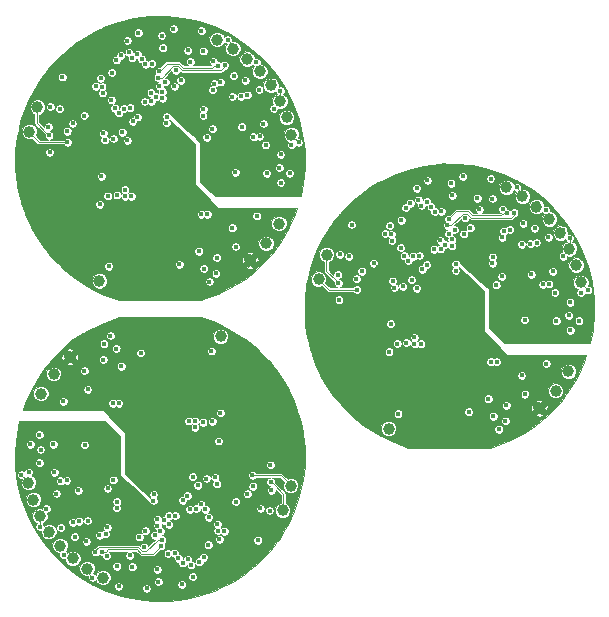
<source format=gbl>
%MOIN*%
%OFA0B0*%
%FSLAX46Y46*%
%IPPOS*%
%LPD*%
%ADD10C,0.0039370078740157488*%
%ADD11C,0.10236220472440946*%
%ADD12C,0.01968503937007874*%
%ADD13C,0.03937007874015748*%
%ADD14C,0.017716535433070866*%
%ADD15C,0.0010236220472440946*%
%ADD26C,0.0039370078740157488*%
%ADD27C,0.10236220472440946*%
%ADD28C,0.01968503937007874*%
%ADD29C,0.03937007874015748*%
%ADD30C,0.017716535433070866*%
%ADD31C,0.0010236220472440946*%
%ADD32C,0.0039370078740157488*%
%ADD33C,0.10236220472440946*%
%ADD34C,0.01968503937007874*%
%ADD35C,0.03937007874015748*%
%ADD36C,0.017716535433070866*%
%ADD37C,0.0010236220472440946*%
G01*
D10*
G36*
X0000400571Y0001307039D02*
X0000401526Y0001306897D01*
X0000402463Y0001306662D01*
X0000403372Y0001306337D01*
X0000404246Y0001305924D01*
X0000405074Y0001305427D01*
X0000405850Y0001304852D01*
X0000406566Y0001304203D01*
X0000407214Y0001303488D01*
X0000407790Y0001302712D01*
X0000408286Y0001301883D01*
X0000408699Y0001301010D01*
X0000409025Y0001300101D01*
X0000409259Y0001299164D01*
X0000409401Y0001298208D01*
X0000409448Y0001297244D01*
X0000409448Y0001214566D01*
X0000409401Y0001213602D01*
X0000409259Y0001212646D01*
X0000409025Y0001211709D01*
X0000408699Y0001210800D01*
X0000408286Y0001209927D01*
X0000407790Y0001209098D01*
X0000407214Y0001208322D01*
X0000406566Y0001207607D01*
X0000405850Y0001206958D01*
X0000405074Y0001206383D01*
X0000404246Y0001205886D01*
X0000403372Y0001205473D01*
X0000402463Y0001205148D01*
X0000401526Y0001204913D01*
X0000400571Y0001204771D01*
X0000399606Y0001204724D01*
X0000316929Y0001204724D01*
X0000315964Y0001204771D01*
X0000315008Y0001204913D01*
X0000314072Y0001205148D01*
X0000313162Y0001205473D01*
X0000312289Y0001205886D01*
X0000311460Y0001206383D01*
X0000310685Y0001206958D01*
X0000309969Y0001207607D01*
X0000309320Y0001208322D01*
X0000308745Y0001209098D01*
X0000308248Y0001209927D01*
X0000307835Y0001210800D01*
X0000307510Y0001211709D01*
X0000307275Y0001212646D01*
X0000307134Y0001213602D01*
X0000307086Y0001214566D01*
X0000307086Y0001297244D01*
X0000307134Y0001298208D01*
X0000307275Y0001299164D01*
X0000307510Y0001300101D01*
X0000307835Y0001301010D01*
X0000308248Y0001301883D01*
X0000308745Y0001302712D01*
X0000309320Y0001303488D01*
X0000309969Y0001304203D01*
X0000310685Y0001304852D01*
X0000311460Y0001305427D01*
X0000312289Y0001305924D01*
X0000313162Y0001306337D01*
X0000314072Y0001306662D01*
X0000315008Y0001306897D01*
X0000315964Y0001307039D01*
X0000316929Y0001307086D01*
X0000399606Y0001307086D01*
X0000400571Y0001307039D01*
X0000400571Y0001307039D01*
G37*
D11*
X0000358267Y0001255905D03*
D12*
X0000399606Y0001297244D03*
X0000399606Y0001255905D03*
X0000399606Y0001214566D03*
X0000358267Y0001297244D03*
X0000358267Y0001255905D03*
X0000358267Y0001214566D03*
X0000316929Y0001297244D03*
X0000316929Y0001255905D03*
X0000316929Y0001214566D03*
D13*
X0000056217Y0001574584D03*
X0000289917Y0001076384D03*
X0000792417Y0001144884D03*
X0000083117Y0001656284D03*
X0000846017Y0001201384D03*
X0000892217Y0001675684D03*
X0000862217Y0001728084D03*
X0000825217Y0001774784D03*
X0000782617Y0001816184D03*
X0000888917Y0001267584D03*
X0000735117Y0001851184D03*
X0000682517Y0001880884D03*
X0000930517Y0001564184D03*
X0000914617Y0001621484D03*
D14*
X0000782964Y0001826890D03*
X0000693844Y0001739645D03*
X0000954017Y0001538284D03*
X0000888517Y0001266884D03*
X0000673268Y0001734619D03*
X0000923622Y0001623622D03*
X0000667700Y0001713501D03*
X0000893017Y0001710784D03*
X0000682217Y0001880884D03*
X0000717417Y0001880684D03*
X0000841732Y0001198425D03*
X0000509517Y0001739584D03*
X0000649606Y0001299212D03*
X0000629921Y0001299212D03*
X0000278026Y0001726046D03*
X0000501404Y0001853791D03*
X0000383223Y0001877778D03*
X0000224852Y0001867875D03*
X0000132632Y0001785359D03*
X0000048634Y0001643771D03*
X0000018128Y0001481993D03*
X0000019442Y0001440660D03*
X0000024354Y0001399599D03*
X0000044793Y0001319538D03*
X0000032826Y0001359122D03*
X0000060165Y0001281147D03*
X0000078824Y0001244242D03*
X0000100628Y0001209104D03*
X0000125413Y0001176000D03*
X0000152988Y0001145181D03*
X0000183144Y0001116884D03*
X0000215652Y0001091322D03*
X0000250263Y0001068691D03*
X0000324732Y0001032886D03*
X0000648965Y0001029045D03*
X0000687356Y0001044417D03*
X0000724261Y0001063076D03*
X0000759399Y0001084880D03*
X0000792503Y0001109665D03*
X0000851619Y0001167396D03*
X0000823322Y0001137240D03*
X0000191748Y0001843090D03*
X0000160929Y0001815515D03*
X0000084439Y0001718240D03*
X0000107070Y0001752851D03*
X0000259990Y0001889679D03*
X0000296895Y0001908338D03*
X0000620229Y0001932770D03*
X0000957947Y0001388538D03*
X0000964809Y0001512095D03*
X0000951425Y0001593633D03*
X0000659519Y0001919869D03*
X0000477117Y0001067984D03*
X0000411917Y0001116484D03*
X0000539370Y0001653543D03*
X0000696850Y0001637795D03*
X0000736220Y0001637795D03*
X0000736220Y0001610236D03*
X0000696850Y0001610236D03*
X0000873417Y0001404284D03*
X0000723917Y0001418484D03*
X0000618817Y0001126784D03*
X0000255920Y0001614314D03*
X0000180617Y0001646884D03*
X0000181817Y0001694984D03*
X0000736220Y0001667322D03*
X0000332317Y0001148984D03*
X0000435417Y0001174784D03*
X0000531117Y0001236684D03*
X0000578517Y0001236884D03*
X0000578817Y0001134684D03*
X0000078740Y0001480314D03*
X0000189917Y0001473884D03*
X0000190317Y0001454484D03*
X0000189517Y0001434584D03*
X0000170017Y0001425884D03*
X0000158917Y0001407284D03*
X0000159317Y0001386284D03*
X0000180517Y0001385684D03*
X0000191617Y0001314284D03*
X0000211317Y0001304184D03*
X0000211117Y0001323184D03*
X0000254417Y0001319384D03*
X0000259617Y0001365184D03*
X0000189617Y0001257784D03*
X0000164217Y0001257084D03*
X0000182317Y0001165084D03*
X0000151917Y0001191884D03*
X0000137417Y0001220084D03*
X0000109617Y0001257084D03*
X0000133617Y0001320584D03*
X0000051417Y0001388084D03*
X0000057417Y0001369084D03*
X0000064117Y0001351084D03*
X0000072217Y0001333184D03*
X0000090317Y0001295984D03*
X0000099917Y0001277884D03*
X0000080817Y0001314684D03*
X0000212017Y0001136484D03*
X0000234117Y0001121384D03*
X0000274717Y0001186384D03*
X0000369617Y0001058084D03*
X0000343217Y0001064784D03*
X0000475417Y0001151384D03*
X0000582517Y0001065284D03*
X0000719217Y0001188184D03*
X0000726717Y0001115184D03*
X0000765417Y0001226184D03*
X0000743717Y0001288884D03*
X0000486517Y0001354884D03*
X0000523717Y0001353584D03*
X0000703517Y0001311584D03*
X0000246138Y0001462905D03*
X0000326829Y0001700651D03*
X0000527709Y0001838102D03*
X0000040350Y0001403217D03*
X0000063809Y0001422484D03*
X0000063809Y0001450384D03*
X0000137617Y0001486684D03*
X0000149017Y0001427784D03*
X0000463217Y0001580984D03*
X0000223617Y0001807584D03*
X0000475017Y0001911184D03*
X0000326611Y0001618990D03*
X0000254317Y0001813084D03*
X0000840157Y0001257086D03*
X0000621936Y0001737320D03*
X0000590157Y0001653937D03*
X0000590551Y0001680708D03*
X0000771653Y0001857205D03*
X0000933070Y0001651968D03*
X0000757874Y0001505905D03*
X0000787401Y0001466535D03*
X0000931417Y0001297784D03*
X0000403543Y0001023622D03*
X0000364173Y0001023622D03*
X0000442913Y0001023622D03*
X0000482283Y0001023622D03*
X0000521653Y0001023622D03*
X0000561023Y0001023622D03*
X0000600393Y0001023622D03*
X0000584717Y0001844884D03*
X0000648217Y0001555384D03*
X0000465451Y0001800905D03*
X0000847917Y0001435984D03*
X0000666917Y0001583784D03*
X0000737717Y0001760484D03*
X0000678817Y0001101884D03*
X0000657117Y0001074384D03*
X0000239475Y0001627664D03*
X0000200617Y0001601384D03*
X0000540530Y0001725196D03*
X0000831889Y0001766929D03*
X0000669893Y0001808251D03*
X0000803082Y0001556983D03*
X0000443596Y0001799429D03*
X0000500432Y0001685584D03*
X0000815117Y0001293084D03*
X0000635717Y0001627284D03*
X0000782975Y0001696543D03*
X0000844132Y0001529698D03*
X0000561600Y0001745488D03*
X0000635826Y0001842913D03*
X0000871015Y0001738171D03*
X0000837117Y0001600684D03*
X0000592617Y0001806884D03*
X0000388794Y0001838499D03*
X0000894488Y0001498031D03*
X0000743407Y0001438683D03*
X0000776317Y0001744684D03*
X0000361401Y0001828035D03*
X0000929917Y0001529884D03*
X0000399054Y0001819968D03*
X0000636501Y0001648450D03*
X0000824217Y0001558384D03*
X0000762170Y0001692569D03*
X0000124117Y0001505384D03*
X0000293899Y0001752667D03*
X0000556717Y0001132084D03*
X0000321117Y0001125684D03*
X0000462754Y0001675134D03*
X0000396817Y0001358984D03*
X0000440812Y0001674505D03*
X0000375635Y0001358998D03*
X0000348717Y0001362784D03*
X0000355144Y0001636422D03*
X0000318417Y0001359784D03*
X0000329904Y0001679694D03*
X0000291117Y0001332084D03*
X0000341479Y0001652606D03*
X0000375401Y0001380179D03*
X0000478169Y0001689926D03*
X0000419217Y0001903684D03*
X0000497817Y0001894584D03*
X0000822411Y0001714578D03*
X0000513210Y0001603447D03*
X0000430834Y0001816335D03*
X0000166017Y0001756284D03*
X0000416944Y0001832326D03*
X0000183817Y0001539384D03*
X0000120526Y0001590075D03*
X0000182617Y0001575884D03*
X0000296417Y0001425684D03*
X0000544869Y0001779120D03*
X0000513917Y0001624624D03*
X0000764917Y0001590184D03*
X0000733317Y0001690984D03*
X0000122317Y0001561384D03*
X0000630017Y0001910084D03*
X0000346497Y0001812985D03*
X0000250317Y0001556484D03*
X0000539008Y0001949842D03*
X0000474015Y0001954330D03*
X0000673622Y0001133464D03*
X0000361552Y0001543857D03*
X0000681496Y0001153937D03*
X0000638064Y0001117942D03*
X0000536953Y0001916911D03*
X0000924219Y0001435924D03*
X0000813343Y0001805292D03*
X0000366141Y0001572440D03*
X0000383225Y0001544881D03*
X0000871025Y0001651184D03*
X0000371394Y0001651026D03*
X0000621777Y0001175984D03*
X0000392442Y0001653398D03*
X0000401299Y0001608183D03*
X0000733070Y0001253543D03*
X0000744212Y0001190957D03*
X0000126637Y0001657216D03*
X0000299117Y0001724084D03*
X0000157417Y0001650384D03*
X0000300840Y0001702973D03*
X0000337191Y0001550748D03*
X0000416481Y0001622954D03*
X0000331464Y0001771331D03*
X0000302755Y0001568503D03*
X0000462106Y0001703802D03*
X0000308608Y0001546784D03*
X0000489428Y0001775045D03*
X0000685817Y0001794284D03*
X0000485447Y0001754240D03*
X0000707717Y0001795584D03*
X0000500473Y0001707433D03*
X0000894598Y0001404395D03*
X0000490410Y0001726090D03*
X0000890151Y0001454126D03*
D10*
X0000954017Y0001538284D02*
X0000936917Y0001555384D01*
X0000893017Y0001710784D02*
X0000893017Y0001680184D01*
X0000735117Y0001851184D02*
X0000735117Y0001861084D01*
X0000735117Y0001861084D02*
X0000717517Y0001878684D01*
X0000717517Y0001878684D02*
X0000717517Y0001879684D01*
X0000183817Y0001539384D02*
X0000090917Y0001539384D01*
X0000090917Y0001539384D02*
X0000089817Y0001539384D01*
X0000089817Y0001539384D02*
X0000056717Y0001572484D01*
X0000056717Y0001572484D02*
X0000056317Y0001572484D01*
X0000113459Y0001570242D02*
X0000122317Y0001561384D01*
X0000081496Y0001602205D02*
X0000113459Y0001570242D01*
X0000083017Y0001656884D02*
X0000081496Y0001655362D01*
X0000081496Y0001655362D02*
X0000081496Y0001602205D01*
X0000673289Y0001794284D02*
X0000685817Y0001794284D01*
X0000554185Y0001801084D02*
X0000568458Y0001786811D01*
X0000568458Y0001786811D02*
X0000665816Y0001786811D01*
X0000489117Y0001774584D02*
X0000515617Y0001801084D01*
X0000515617Y0001801084D02*
X0000554185Y0001801084D01*
X0000665816Y0001786811D02*
X0000673289Y0001794284D01*
X0000707217Y0001789432D02*
X0000707217Y0001796184D01*
X0000565619Y0001779182D02*
X0000682868Y0001779182D01*
X0000497975Y0001754240D02*
X0000537146Y0001793412D01*
X0000537146Y0001793412D02*
X0000551389Y0001793412D01*
X0000551389Y0001793412D02*
X0000565619Y0001779182D01*
X0000682868Y0001779182D02*
X0000683057Y0001778992D01*
X0000683057Y0001778992D02*
X0000696777Y0001778992D01*
X0000485447Y0001754240D02*
X0000497975Y0001754240D01*
X0000696777Y0001778992D02*
X0000707217Y0001789432D01*
G36*
X0000568054Y0001953629D02*
X0000620780Y0001942191D01*
X0000671902Y0001924947D01*
X0000720783Y0001902112D01*
X0000766815Y0001873970D01*
X0000809422Y0001840874D01*
X0000848074Y0001803233D01*
X0000882290Y0001761519D01*
X0000911643Y0001716251D01*
X0000935767Y0001667993D01*
X0000954362Y0001617346D01*
X0000967194Y0001564943D01*
X0000974106Y0001511435D01*
X0000975010Y0001457491D01*
X0000969896Y0001403782D01*
X0000960767Y0001360236D01*
X0000674043Y0001360236D01*
X0000626947Y0001407332D01*
X0000879834Y0001407332D01*
X0000879834Y0001401459D01*
X0000882082Y0001396032D01*
X0000886235Y0001391879D01*
X0000891661Y0001389631D01*
X0000897534Y0001389631D01*
X0000902961Y0001391879D01*
X0000907114Y0001396032D01*
X0000909361Y0001401459D01*
X0000909361Y0001407332D01*
X0000907114Y0001412758D01*
X0000902961Y0001416911D01*
X0000897534Y0001419159D01*
X0000891661Y0001419159D01*
X0000886235Y0001416911D01*
X0000882082Y0001412758D01*
X0000879834Y0001407332D01*
X0000626947Y0001407332D01*
X0000624015Y0001410264D01*
X0000624015Y0001441619D01*
X0000728643Y0001441619D01*
X0000728643Y0001435746D01*
X0000730891Y0001430320D01*
X0000735044Y0001426166D01*
X0000740470Y0001423919D01*
X0000746344Y0001423919D01*
X0000751770Y0001426166D01*
X0000755923Y0001430320D01*
X0000758171Y0001435746D01*
X0000758171Y0001438920D01*
X0000833153Y0001438920D01*
X0000833153Y0001433047D01*
X0000835401Y0001427621D01*
X0000839554Y0001423468D01*
X0000844980Y0001421220D01*
X0000850853Y0001421220D01*
X0000856280Y0001423468D01*
X0000860433Y0001427621D01*
X0000862681Y0001433047D01*
X0000862681Y0001438861D01*
X0000909456Y0001438861D01*
X0000909456Y0001432987D01*
X0000911703Y0001427561D01*
X0000915856Y0001423408D01*
X0000921283Y0001421160D01*
X0000927156Y0001421160D01*
X0000932582Y0001423408D01*
X0000936736Y0001427561D01*
X0000938983Y0001432987D01*
X0000938983Y0001438861D01*
X0000936736Y0001444287D01*
X0000932582Y0001448440D01*
X0000927156Y0001450688D01*
X0000921283Y0001450688D01*
X0000915856Y0001448440D01*
X0000911703Y0001444287D01*
X0000909456Y0001438861D01*
X0000862681Y0001438861D01*
X0000862681Y0001438920D01*
X0000860433Y0001444347D01*
X0000856280Y0001448500D01*
X0000850853Y0001450748D01*
X0000844980Y0001450748D01*
X0000839554Y0001448500D01*
X0000835401Y0001444347D01*
X0000833153Y0001438920D01*
X0000758171Y0001438920D01*
X0000758171Y0001441619D01*
X0000755923Y0001447046D01*
X0000751770Y0001451199D01*
X0000746344Y0001453446D01*
X0000740470Y0001453446D01*
X0000735044Y0001451199D01*
X0000730891Y0001447046D01*
X0000728643Y0001441619D01*
X0000624015Y0001441619D01*
X0000624015Y0001457063D01*
X0000875387Y0001457063D01*
X0000875387Y0001451189D01*
X0000877635Y0001445763D01*
X0000881788Y0001441610D01*
X0000887214Y0001439362D01*
X0000893088Y0001439362D01*
X0000898514Y0001441610D01*
X0000902667Y0001445763D01*
X0000904915Y0001451189D01*
X0000904915Y0001457063D01*
X0000902667Y0001462489D01*
X0000898514Y0001466642D01*
X0000893088Y0001468890D01*
X0000887214Y0001468890D01*
X0000881788Y0001466642D01*
X0000877635Y0001462489D01*
X0000875387Y0001457063D01*
X0000624015Y0001457063D01*
X0000624015Y0001500968D01*
X0000879724Y0001500968D01*
X0000879724Y0001495094D01*
X0000881972Y0001489668D01*
X0000886125Y0001485515D01*
X0000891551Y0001483267D01*
X0000897424Y0001483267D01*
X0000902851Y0001485515D01*
X0000907004Y0001489668D01*
X0000909251Y0001495094D01*
X0000909251Y0001500968D01*
X0000907004Y0001506394D01*
X0000902851Y0001510547D01*
X0000897424Y0001512795D01*
X0000891551Y0001512795D01*
X0000886125Y0001510547D01*
X0000881972Y0001506394D01*
X0000879724Y0001500968D01*
X0000624015Y0001500968D01*
X0000624015Y0001532634D01*
X0000829369Y0001532634D01*
X0000829369Y0001526761D01*
X0000831616Y0001521335D01*
X0000835769Y0001517182D01*
X0000841196Y0001514934D01*
X0000847069Y0001514934D01*
X0000852495Y0001517182D01*
X0000856648Y0001521335D01*
X0000858896Y0001526761D01*
X0000858896Y0001532634D01*
X0000856648Y0001538061D01*
X0000852495Y0001542214D01*
X0000847069Y0001544462D01*
X0000841196Y0001544462D01*
X0000835769Y0001542214D01*
X0000831616Y0001538061D01*
X0000829369Y0001532634D01*
X0000624015Y0001532634D01*
X0000624015Y0001539370D01*
X0000623834Y0001540195D01*
X0000623382Y0001540816D01*
X0000604419Y0001558320D01*
X0000633453Y0001558320D01*
X0000633453Y0001552447D01*
X0000635701Y0001547021D01*
X0000639854Y0001542868D01*
X0000645280Y0001540620D01*
X0000651153Y0001540620D01*
X0000656580Y0001542868D01*
X0000660733Y0001547021D01*
X0000662981Y0001552447D01*
X0000662981Y0001558320D01*
X0000662318Y0001559919D01*
X0000788318Y0001559919D01*
X0000788318Y0001554046D01*
X0000790566Y0001548620D01*
X0000794719Y0001544466D01*
X0000800145Y0001542219D01*
X0000806019Y0001542219D01*
X0000811445Y0001544466D01*
X0000814350Y0001547371D01*
X0000815854Y0001545868D01*
X0000821280Y0001543620D01*
X0000827154Y0001543620D01*
X0000832580Y0001545868D01*
X0000836733Y0001550021D01*
X0000838981Y0001555447D01*
X0000838981Y0001561320D01*
X0000836733Y0001566747D01*
X0000834206Y0001569274D01*
X0000904926Y0001569274D01*
X0000904926Y0001559093D01*
X0000908822Y0001549688D01*
X0000916021Y0001542489D01*
X0000919996Y0001540842D01*
X0000917401Y0001538247D01*
X0000915153Y0001532820D01*
X0000915153Y0001526947D01*
X0000917401Y0001521521D01*
X0000921554Y0001517368D01*
X0000926980Y0001515120D01*
X0000932854Y0001515120D01*
X0000938280Y0001517368D01*
X0000942433Y0001521521D01*
X0000944620Y0001526801D01*
X0000945654Y0001525768D01*
X0000951080Y0001523520D01*
X0000956954Y0001523520D01*
X0000962380Y0001525768D01*
X0000966533Y0001529921D01*
X0000968781Y0001535347D01*
X0000968781Y0001541220D01*
X0000966533Y0001546647D01*
X0000962380Y0001550800D01*
X0000956954Y0001553048D01*
X0000953603Y0001553048D01*
X0000956107Y0001559093D01*
X0000956107Y0001569274D01*
X0000952211Y0001578680D01*
X0000945013Y0001585878D01*
X0000935607Y0001589774D01*
X0000925427Y0001589774D01*
X0000916021Y0001585878D01*
X0000908822Y0001578680D01*
X0000904926Y0001569274D01*
X0000834206Y0001569274D01*
X0000832580Y0001570900D01*
X0000827154Y0001573148D01*
X0000821280Y0001573148D01*
X0000815854Y0001570900D01*
X0000812949Y0001567995D01*
X0000811445Y0001569499D01*
X0000806019Y0001571746D01*
X0000800145Y0001571746D01*
X0000794719Y0001569499D01*
X0000790566Y0001565346D01*
X0000788318Y0001559919D01*
X0000662318Y0001559919D01*
X0000660733Y0001563747D01*
X0000656580Y0001567900D01*
X0000651153Y0001570148D01*
X0000645280Y0001570148D01*
X0000639854Y0001567900D01*
X0000635701Y0001563747D01*
X0000633453Y0001558320D01*
X0000604419Y0001558320D01*
X0000573652Y0001586720D01*
X0000652153Y0001586720D01*
X0000652153Y0001580847D01*
X0000654401Y0001575421D01*
X0000658554Y0001571268D01*
X0000663980Y0001569020D01*
X0000669854Y0001569020D01*
X0000675280Y0001571268D01*
X0000679433Y0001575421D01*
X0000681681Y0001580847D01*
X0000681681Y0001586720D01*
X0000679433Y0001592147D01*
X0000678459Y0001593120D01*
X0000750153Y0001593120D01*
X0000750153Y0001587247D01*
X0000752401Y0001581821D01*
X0000756554Y0001577668D01*
X0000761980Y0001575420D01*
X0000767854Y0001575420D01*
X0000773280Y0001577668D01*
X0000777433Y0001581821D01*
X0000779681Y0001587247D01*
X0000779681Y0001593120D01*
X0000777433Y0001598547D01*
X0000773280Y0001602700D01*
X0000771057Y0001603620D01*
X0000822353Y0001603620D01*
X0000822353Y0001597747D01*
X0000824601Y0001592321D01*
X0000828754Y0001588168D01*
X0000834180Y0001585920D01*
X0000840054Y0001585920D01*
X0000845480Y0001588168D01*
X0000849633Y0001592321D01*
X0000851881Y0001597747D01*
X0000851881Y0001603620D01*
X0000849633Y0001609047D01*
X0000845480Y0001613200D01*
X0000840054Y0001615448D01*
X0000834180Y0001615448D01*
X0000828754Y0001613200D01*
X0000824601Y0001609047D01*
X0000822353Y0001603620D01*
X0000771057Y0001603620D01*
X0000767854Y0001604948D01*
X0000761980Y0001604948D01*
X0000756554Y0001602700D01*
X0000752401Y0001598547D01*
X0000750153Y0001593120D01*
X0000678459Y0001593120D01*
X0000675280Y0001596300D01*
X0000669854Y0001598548D01*
X0000663980Y0001598548D01*
X0000658554Y0001596300D01*
X0000654401Y0001592147D01*
X0000652153Y0001586720D01*
X0000573652Y0001586720D01*
X0000528230Y0001628649D01*
X0000527579Y0001630220D01*
X0000620953Y0001630220D01*
X0000620953Y0001624347D01*
X0000623201Y0001618921D01*
X0000627354Y0001614768D01*
X0000632780Y0001612520D01*
X0000638654Y0001612520D01*
X0000644080Y0001614768D01*
X0000648233Y0001618921D01*
X0000650481Y0001624347D01*
X0000650481Y0001626574D01*
X0000889026Y0001626574D01*
X0000889026Y0001616393D01*
X0000892922Y0001606988D01*
X0000900121Y0001599789D01*
X0000909527Y0001595893D01*
X0000919707Y0001595893D01*
X0000929113Y0001599789D01*
X0000936311Y0001606988D01*
X0000940207Y0001616393D01*
X0000940207Y0001626574D01*
X0000936311Y0001635980D01*
X0000929113Y0001643178D01*
X0000919707Y0001647074D01*
X0000909527Y0001647074D01*
X0000900121Y0001643178D01*
X0000892922Y0001635980D01*
X0000889026Y0001626574D01*
X0000650481Y0001626574D01*
X0000650481Y0001630220D01*
X0000648233Y0001635647D01*
X0000646405Y0001637475D01*
X0000649017Y0001640087D01*
X0000651265Y0001645514D01*
X0000651265Y0001651387D01*
X0000649017Y0001656813D01*
X0000644864Y0001660967D01*
X0000639437Y0001663214D01*
X0000633564Y0001663214D01*
X0000628138Y0001660967D01*
X0000623985Y0001656813D01*
X0000621737Y0001651387D01*
X0000621737Y0001645514D01*
X0000623985Y0001640087D01*
X0000625813Y0001638259D01*
X0000623201Y0001635647D01*
X0000620953Y0001630220D01*
X0000527579Y0001630220D01*
X0000526433Y0001632987D01*
X0000522280Y0001637141D01*
X0000516853Y0001639388D01*
X0000510980Y0001639388D01*
X0000505554Y0001637141D01*
X0000501400Y0001632987D01*
X0000499153Y0001627561D01*
X0000499153Y0001621688D01*
X0000501400Y0001616261D01*
X0000503273Y0001614389D01*
X0000500694Y0001611810D01*
X0000498446Y0001606384D01*
X0000498446Y0001600510D01*
X0000500694Y0001595084D01*
X0000504847Y0001590931D01*
X0000510273Y0001588683D01*
X0000516147Y0001588683D01*
X0000521573Y0001590931D01*
X0000525726Y0001595084D01*
X0000527974Y0001600510D01*
X0000527974Y0001606384D01*
X0000525726Y0001611810D01*
X0000523854Y0001613683D01*
X0000524698Y0001614527D01*
X0000608267Y0001534591D01*
X0000608267Y0001401574D01*
X0000608398Y0001400868D01*
X0000608809Y0001400219D01*
X0000683612Y0001321478D01*
X0000684286Y0001321015D01*
X0000685039Y0001320866D01*
X0000948902Y0001320866D01*
X0000941939Y0001299737D01*
X0000919446Y0001250698D01*
X0000891627Y0001204471D01*
X0000878256Y0001187007D01*
X0000867761Y0001187007D01*
X0000871607Y0001196293D01*
X0000871607Y0001206474D01*
X0000867711Y0001215880D01*
X0000860513Y0001223078D01*
X0000851107Y0001226974D01*
X0000840927Y0001226974D01*
X0000831521Y0001223078D01*
X0000824322Y0001215880D01*
X0000820426Y0001206474D01*
X0000820426Y0001196293D01*
X0000824273Y0001187007D01*
X0000758557Y0001187007D01*
X0000758976Y0001188020D01*
X0000758976Y0001193894D01*
X0000756729Y0001199320D01*
X0000752576Y0001203473D01*
X0000747149Y0001205721D01*
X0000741276Y0001205721D01*
X0000735849Y0001203473D01*
X0000731696Y0001199320D01*
X0000729449Y0001193894D01*
X0000729449Y0001188020D01*
X0000731696Y0001182594D01*
X0000735849Y0001178441D01*
X0000741276Y0001176193D01*
X0000746062Y0001176193D01*
X0000746062Y0001065880D01*
X0000734922Y0001058545D01*
X0000686833Y0001034084D01*
X0000636126Y0001015065D01*
X0000628612Y0001012795D01*
X0000355877Y0001012795D01*
X0000306104Y0001030362D01*
X0000257546Y0001053877D01*
X0000213790Y0001081474D01*
X0000264326Y0001081474D01*
X0000264326Y0001071293D01*
X0000268222Y0001061888D01*
X0000275421Y0001054689D01*
X0000284827Y0001050793D01*
X0000295007Y0001050793D01*
X0000304413Y0001054689D01*
X0000311611Y0001061888D01*
X0000315507Y0001071293D01*
X0000315507Y0001077320D01*
X0000642353Y0001077320D01*
X0000642353Y0001071447D01*
X0000644601Y0001066021D01*
X0000648754Y0001061868D01*
X0000654180Y0001059620D01*
X0000660054Y0001059620D01*
X0000665480Y0001061868D01*
X0000669633Y0001066021D01*
X0000671881Y0001071447D01*
X0000671881Y0001077320D01*
X0000669633Y0001082747D01*
X0000665480Y0001086900D01*
X0000660054Y0001089148D01*
X0000654180Y0001089148D01*
X0000648754Y0001086900D01*
X0000644601Y0001082747D01*
X0000642353Y0001077320D01*
X0000315507Y0001077320D01*
X0000315507Y0001081474D01*
X0000311611Y0001090880D01*
X0000304413Y0001098078D01*
X0000295007Y0001101974D01*
X0000284827Y0001101974D01*
X0000275421Y0001098078D01*
X0000268222Y0001090880D01*
X0000264326Y0001081474D01*
X0000213790Y0001081474D01*
X0000211912Y0001082658D01*
X0000169771Y0001116347D01*
X0000157515Y0001128620D01*
X0000306353Y0001128620D01*
X0000306353Y0001122747D01*
X0000308601Y0001117321D01*
X0000312754Y0001113168D01*
X0000318180Y0001110920D01*
X0000324054Y0001110920D01*
X0000329480Y0001113168D01*
X0000333633Y0001117321D01*
X0000335881Y0001122747D01*
X0000335881Y0001128620D01*
X0000333633Y0001134047D01*
X0000332659Y0001135020D01*
X0000541953Y0001135020D01*
X0000541953Y0001129147D01*
X0000544201Y0001123721D01*
X0000548354Y0001119568D01*
X0000553780Y0001117320D01*
X0000559654Y0001117320D01*
X0000565080Y0001119568D01*
X0000566391Y0001120878D01*
X0000623300Y0001120878D01*
X0000623300Y0001115005D01*
X0000625548Y0001109579D01*
X0000629701Y0001105425D01*
X0000635127Y0001103178D01*
X0000641001Y0001103178D01*
X0000644966Y0001104820D01*
X0000664053Y0001104820D01*
X0000664053Y0001098947D01*
X0000666301Y0001093521D01*
X0000670454Y0001089368D01*
X0000675880Y0001087120D01*
X0000681754Y0001087120D01*
X0000687180Y0001089368D01*
X0000691333Y0001093521D01*
X0000693581Y0001098947D01*
X0000693581Y0001104820D01*
X0000691333Y0001110247D01*
X0000687180Y0001114400D01*
X0000681754Y0001116647D01*
X0000675880Y0001116647D01*
X0000670454Y0001114400D01*
X0000666301Y0001110247D01*
X0000664053Y0001104820D01*
X0000644966Y0001104820D01*
X0000646427Y0001105425D01*
X0000650580Y0001109579D01*
X0000652828Y0001115005D01*
X0000652828Y0001120878D01*
X0000650580Y0001126305D01*
X0000646427Y0001130458D01*
X0000641001Y0001132705D01*
X0000635127Y0001132705D01*
X0000629701Y0001130458D01*
X0000625548Y0001126305D01*
X0000623300Y0001120878D01*
X0000566391Y0001120878D01*
X0000569233Y0001123721D01*
X0000571481Y0001129147D01*
X0000571481Y0001135020D01*
X0000569233Y0001140447D01*
X0000565080Y0001144600D01*
X0000559654Y0001146847D01*
X0000553780Y0001146847D01*
X0000548354Y0001144600D01*
X0000544201Y0001140447D01*
X0000541953Y0001135020D01*
X0000332659Y0001135020D01*
X0000329480Y0001138200D01*
X0000324054Y0001140448D01*
X0000318180Y0001140448D01*
X0000312754Y0001138200D01*
X0000308601Y0001134047D01*
X0000306353Y0001128620D01*
X0000157515Y0001128620D01*
X0000131648Y0001154523D01*
X0000129775Y0001156873D01*
X0000666732Y0001156873D01*
X0000666732Y0001151000D01*
X0000668979Y0001145573D01*
X0000673133Y0001141420D01*
X0000678559Y0001139173D01*
X0000684432Y0001139173D01*
X0000689859Y0001141420D01*
X0000694012Y0001145573D01*
X0000696259Y0001151000D01*
X0000696259Y0001156873D01*
X0000694012Y0001162300D01*
X0000689859Y0001166453D01*
X0000684432Y0001168700D01*
X0000678559Y0001168700D01*
X0000673133Y0001166453D01*
X0000668979Y0001162300D01*
X0000666732Y0001156873D01*
X0000129775Y0001156873D01*
X0000112200Y0001178920D01*
X0000607013Y0001178920D01*
X0000607013Y0001173047D01*
X0000609261Y0001167621D01*
X0000613414Y0001163468D01*
X0000618840Y0001161220D01*
X0000624713Y0001161220D01*
X0000630140Y0001163468D01*
X0000634293Y0001167621D01*
X0000636540Y0001173047D01*
X0000636540Y0001178920D01*
X0000634293Y0001184347D01*
X0000630140Y0001188500D01*
X0000624713Y0001190748D01*
X0000618840Y0001190748D01*
X0000613414Y0001188500D01*
X0000609261Y0001184347D01*
X0000607013Y0001178920D01*
X0000112200Y0001178920D01*
X0000098017Y0001196712D01*
X0000069299Y0001242385D01*
X0000062498Y0001256480D01*
X0000718307Y0001256480D01*
X0000718307Y0001250606D01*
X0000720554Y0001245180D01*
X0000724707Y0001241027D01*
X0000730134Y0001238779D01*
X0000736007Y0001238779D01*
X0000741433Y0001241027D01*
X0000745587Y0001245180D01*
X0000747834Y0001250606D01*
X0000747834Y0001256480D01*
X0000745587Y0001261906D01*
X0000741433Y0001266059D01*
X0000736007Y0001268307D01*
X0000730134Y0001268307D01*
X0000724707Y0001266059D01*
X0000720554Y0001261906D01*
X0000718307Y0001256480D01*
X0000062498Y0001256480D01*
X0000054683Y0001272674D01*
X0000863326Y0001272674D01*
X0000863326Y0001262493D01*
X0000867222Y0001253088D01*
X0000874421Y0001245889D01*
X0000883827Y0001241993D01*
X0000894007Y0001241993D01*
X0000903413Y0001245889D01*
X0000910611Y0001253088D01*
X0000914507Y0001262493D01*
X0000914507Y0001272674D01*
X0000910611Y0001282080D01*
X0000903413Y0001289278D01*
X0000894007Y0001293174D01*
X0000883827Y0001293174D01*
X0000874421Y0001289278D01*
X0000867222Y0001282080D01*
X0000863326Y0001272674D01*
X0000054683Y0001272674D01*
X0000045852Y0001290975D01*
X0000041926Y0001302149D01*
X0000615157Y0001302149D01*
X0000615157Y0001296275D01*
X0000617405Y0001290849D01*
X0000621558Y0001286696D01*
X0000626984Y0001284448D01*
X0000632857Y0001284448D01*
X0000638284Y0001286696D01*
X0000639763Y0001288175D01*
X0000641243Y0001286696D01*
X0000646669Y0001284448D01*
X0000652542Y0001284448D01*
X0000657969Y0001286696D01*
X0000662122Y0001290849D01*
X0000664264Y0001296020D01*
X0000800353Y0001296020D01*
X0000800353Y0001290147D01*
X0000802601Y0001284721D01*
X0000806754Y0001280568D01*
X0000812180Y0001278320D01*
X0000818054Y0001278320D01*
X0000823480Y0001280568D01*
X0000827633Y0001284721D01*
X0000829881Y0001290147D01*
X0000829881Y0001296020D01*
X0000827633Y0001301447D01*
X0000823480Y0001305600D01*
X0000818054Y0001307848D01*
X0000812180Y0001307848D01*
X0000806754Y0001305600D01*
X0000802601Y0001301447D01*
X0000800353Y0001296020D01*
X0000664264Y0001296020D01*
X0000664370Y0001296275D01*
X0000664370Y0001302149D01*
X0000662122Y0001307575D01*
X0000657969Y0001311728D01*
X0000652542Y0001313976D01*
X0000646669Y0001313976D01*
X0000641243Y0001311728D01*
X0000639763Y0001310249D01*
X0000638284Y0001311728D01*
X0000632857Y0001313976D01*
X0000626984Y0001313976D01*
X0000621558Y0001311728D01*
X0000617405Y0001307575D01*
X0000615157Y0001302149D01*
X0000041926Y0001302149D01*
X0000030375Y0001335020D01*
X0000276353Y0001335020D01*
X0000276353Y0001329147D01*
X0000278601Y0001323721D01*
X0000282754Y0001319568D01*
X0000288180Y0001317320D01*
X0000294054Y0001317320D01*
X0000299480Y0001319568D01*
X0000303633Y0001323721D01*
X0000305881Y0001329147D01*
X0000305881Y0001335020D01*
X0000303633Y0001340447D01*
X0000299480Y0001344600D01*
X0000294054Y0001346848D01*
X0000288180Y0001346848D01*
X0000282754Y0001344600D01*
X0000278601Y0001340447D01*
X0000276353Y0001335020D01*
X0000030375Y0001335020D01*
X0000027966Y0001341876D01*
X0000023169Y0001362720D01*
X0000303653Y0001362720D01*
X0000303653Y0001356847D01*
X0000305901Y0001351421D01*
X0000310054Y0001347268D01*
X0000315480Y0001345020D01*
X0000321354Y0001345020D01*
X0000326780Y0001347268D01*
X0000330933Y0001351421D01*
X0000333181Y0001356847D01*
X0000333181Y0001362720D01*
X0000331938Y0001365720D01*
X0000333953Y0001365720D01*
X0000333953Y0001359847D01*
X0000336201Y0001354421D01*
X0000340354Y0001350268D01*
X0000345780Y0001348020D01*
X0000351653Y0001348020D01*
X0000357080Y0001350268D01*
X0000361233Y0001354421D01*
X0000361392Y0001354805D01*
X0000363119Y0001350635D01*
X0000367272Y0001346482D01*
X0000372699Y0001344235D01*
X0000378572Y0001344235D01*
X0000383998Y0001346482D01*
X0000386219Y0001348703D01*
X0000388454Y0001346468D01*
X0000393880Y0001344220D01*
X0000399754Y0001344220D01*
X0000405180Y0001346468D01*
X0000409333Y0001350621D01*
X0000411581Y0001356047D01*
X0000411581Y0001361920D01*
X0000409333Y0001367347D01*
X0000405180Y0001371500D01*
X0000399754Y0001373748D01*
X0000393880Y0001373748D01*
X0000388454Y0001371500D01*
X0000386233Y0001369279D01*
X0000385807Y0001369706D01*
X0000387917Y0001371816D01*
X0000390165Y0001377242D01*
X0000390165Y0001383115D01*
X0000387917Y0001388542D01*
X0000383764Y0001392695D01*
X0000378338Y0001394942D01*
X0000372464Y0001394942D01*
X0000367038Y0001392695D01*
X0000362885Y0001388542D01*
X0000360637Y0001383115D01*
X0000360637Y0001377242D01*
X0000362885Y0001371816D01*
X0000365229Y0001369471D01*
X0000363119Y0001367361D01*
X0000362960Y0001366977D01*
X0000361233Y0001371147D01*
X0000357080Y0001375300D01*
X0000351653Y0001377548D01*
X0000345780Y0001377548D01*
X0000340354Y0001375300D01*
X0000336201Y0001371147D01*
X0000333953Y0001365720D01*
X0000331938Y0001365720D01*
X0000330933Y0001368147D01*
X0000326780Y0001372300D01*
X0000321354Y0001374548D01*
X0000315480Y0001374548D01*
X0000310054Y0001372300D01*
X0000305901Y0001368147D01*
X0000303653Y0001362720D01*
X0000023169Y0001362720D01*
X0000015866Y0001394454D01*
X0000011937Y0001428620D01*
X0000281653Y0001428620D01*
X0000281653Y0001422747D01*
X0000283901Y0001417321D01*
X0000288054Y0001413168D01*
X0000293480Y0001410920D01*
X0000299354Y0001410920D01*
X0000304780Y0001413168D01*
X0000308933Y0001417321D01*
X0000311181Y0001422747D01*
X0000311181Y0001428620D01*
X0000308933Y0001434047D01*
X0000304780Y0001438200D01*
X0000299354Y0001440448D01*
X0000293480Y0001440448D01*
X0000288054Y0001438200D01*
X0000283901Y0001434047D01*
X0000281653Y0001428620D01*
X0000011937Y0001428620D01*
X0000009702Y0001448053D01*
X0000009552Y0001502004D01*
X0000010242Y0001508320D01*
X0000109353Y0001508320D01*
X0000109353Y0001502447D01*
X0000111601Y0001497021D01*
X0000115754Y0001492868D01*
X0000121180Y0001490620D01*
X0000127053Y0001490620D01*
X0000132480Y0001492868D01*
X0000136633Y0001497021D01*
X0000138881Y0001502447D01*
X0000138881Y0001508320D01*
X0000136633Y0001513747D01*
X0000132480Y0001517900D01*
X0000127053Y0001520148D01*
X0000121180Y0001520148D01*
X0000115754Y0001517900D01*
X0000111601Y0001513747D01*
X0000109353Y0001508320D01*
X0000010242Y0001508320D01*
X0000015416Y0001555636D01*
X0000020806Y0001579674D01*
X0000030626Y0001579674D01*
X0000030626Y0001569493D01*
X0000034522Y0001560088D01*
X0000041721Y0001552889D01*
X0000051127Y0001548993D01*
X0000061307Y0001548993D01*
X0000066798Y0001551267D01*
X0000083701Y0001534364D01*
X0000084140Y0001533707D01*
X0000086745Y0001531967D01*
X0000089041Y0001531510D01*
X0000089041Y0001531510D01*
X0000089817Y0001531355D01*
X0000090592Y0001531510D01*
X0000171098Y0001531510D01*
X0000171301Y0001531021D01*
X0000175454Y0001526868D01*
X0000180880Y0001524620D01*
X0000186754Y0001524620D01*
X0000192180Y0001526868D01*
X0000196333Y0001531021D01*
X0000198581Y0001536447D01*
X0000198581Y0001542320D01*
X0000196333Y0001547747D01*
X0000192180Y0001551900D01*
X0000186754Y0001554148D01*
X0000180880Y0001554148D01*
X0000175454Y0001551900D01*
X0000171301Y0001547747D01*
X0000171098Y0001547258D01*
X0000126793Y0001547258D01*
X0000130680Y0001548868D01*
X0000134833Y0001553021D01*
X0000137081Y0001558447D01*
X0000137081Y0001564320D01*
X0000134833Y0001569747D01*
X0000130680Y0001573900D01*
X0000125368Y0001576100D01*
X0000128889Y0001577559D01*
X0000130151Y0001578820D01*
X0000167853Y0001578820D01*
X0000167853Y0001572947D01*
X0000170101Y0001567521D01*
X0000174254Y0001563368D01*
X0000179680Y0001561120D01*
X0000185554Y0001561120D01*
X0000190980Y0001563368D01*
X0000195133Y0001567521D01*
X0000196756Y0001571440D01*
X0000287992Y0001571440D01*
X0000287992Y0001565567D01*
X0000290239Y0001560140D01*
X0000294392Y0001555987D01*
X0000296189Y0001555243D01*
X0000296092Y0001555147D01*
X0000293844Y0001549720D01*
X0000293844Y0001543847D01*
X0000296092Y0001538421D01*
X0000300245Y0001534268D01*
X0000305671Y0001532020D01*
X0000311545Y0001532020D01*
X0000316971Y0001534268D01*
X0000321124Y0001538421D01*
X0000323372Y0001543847D01*
X0000323372Y0001545531D01*
X0000324675Y0001542385D01*
X0000328828Y0001538232D01*
X0000334254Y0001535985D01*
X0000340128Y0001535985D01*
X0000345554Y0001538232D01*
X0000349707Y0001542385D01*
X0000351955Y0001547812D01*
X0000351955Y0001547818D01*
X0000368462Y0001547818D01*
X0000368462Y0001541945D01*
X0000370709Y0001536518D01*
X0000374862Y0001532365D01*
X0000380289Y0001530118D01*
X0000386162Y0001530118D01*
X0000391589Y0001532365D01*
X0000395742Y0001536518D01*
X0000397989Y0001541945D01*
X0000397989Y0001547818D01*
X0000395742Y0001553244D01*
X0000391589Y0001557398D01*
X0000386162Y0001559645D01*
X0000380289Y0001559645D01*
X0000374862Y0001557398D01*
X0000370709Y0001553244D01*
X0000368462Y0001547818D01*
X0000351955Y0001547818D01*
X0000351955Y0001553685D01*
X0000349707Y0001559111D01*
X0000345554Y0001563264D01*
X0000340128Y0001565512D01*
X0000334254Y0001565512D01*
X0000328828Y0001563264D01*
X0000324675Y0001559111D01*
X0000322427Y0001553685D01*
X0000322427Y0001552002D01*
X0000321124Y0001555147D01*
X0000316971Y0001559300D01*
X0000315175Y0001560044D01*
X0000315272Y0001560140D01*
X0000317519Y0001565567D01*
X0000317519Y0001571440D01*
X0000315888Y0001575377D01*
X0000351377Y0001575377D01*
X0000351377Y0001569504D01*
X0000353625Y0001564077D01*
X0000357778Y0001559924D01*
X0000363204Y0001557677D01*
X0000369078Y0001557677D01*
X0000374504Y0001559924D01*
X0000378657Y0001564077D01*
X0000380905Y0001569504D01*
X0000380905Y0001575377D01*
X0000378657Y0001580803D01*
X0000374504Y0001584957D01*
X0000369078Y0001587204D01*
X0000363204Y0001587204D01*
X0000357778Y0001584957D01*
X0000353625Y0001580803D01*
X0000351377Y0001575377D01*
X0000315888Y0001575377D01*
X0000315272Y0001576866D01*
X0000311118Y0001581020D01*
X0000305692Y0001583267D01*
X0000299819Y0001583267D01*
X0000294392Y0001581020D01*
X0000290239Y0001576866D01*
X0000287992Y0001571440D01*
X0000196756Y0001571440D01*
X0000197381Y0001572947D01*
X0000197381Y0001578820D01*
X0000195133Y0001584247D01*
X0000190980Y0001588400D01*
X0000185554Y0001590648D01*
X0000179680Y0001590648D01*
X0000174254Y0001588400D01*
X0000170101Y0001584247D01*
X0000167853Y0001578820D01*
X0000130151Y0001578820D01*
X0000133043Y0001581712D01*
X0000135290Y0001587138D01*
X0000135290Y0001593012D01*
X0000133043Y0001598438D01*
X0000128889Y0001602591D01*
X0000124715Y0001604320D01*
X0000185853Y0001604320D01*
X0000185853Y0001598447D01*
X0000188101Y0001593021D01*
X0000192254Y0001588868D01*
X0000197680Y0001586620D01*
X0000203554Y0001586620D01*
X0000208980Y0001588868D01*
X0000213133Y0001593021D01*
X0000215381Y0001598447D01*
X0000215381Y0001604320D01*
X0000213133Y0001609747D01*
X0000211760Y0001611120D01*
X0000386535Y0001611120D01*
X0000386535Y0001605247D01*
X0000388783Y0001599820D01*
X0000392936Y0001595667D01*
X0000398362Y0001593420D01*
X0000404236Y0001593420D01*
X0000409662Y0001595667D01*
X0000413815Y0001599820D01*
X0000416063Y0001605247D01*
X0000416063Y0001608190D01*
X0000419418Y0001608190D01*
X0000424844Y0001610437D01*
X0000428997Y0001614591D01*
X0000431245Y0001620017D01*
X0000431245Y0001625890D01*
X0000428997Y0001631317D01*
X0000424844Y0001635470D01*
X0000419418Y0001637717D01*
X0000413545Y0001637717D01*
X0000408118Y0001635470D01*
X0000403965Y0001631317D01*
X0000401718Y0001625890D01*
X0000401718Y0001622947D01*
X0000398362Y0001622947D01*
X0000392936Y0001620700D01*
X0000388783Y0001616546D01*
X0000386535Y0001611120D01*
X0000211760Y0001611120D01*
X0000208980Y0001613900D01*
X0000203554Y0001616148D01*
X0000197680Y0001616148D01*
X0000192254Y0001613900D01*
X0000188101Y0001609747D01*
X0000185853Y0001604320D01*
X0000124715Y0001604320D01*
X0000123463Y0001604839D01*
X0000117590Y0001604839D01*
X0000112163Y0001602591D01*
X0000108010Y0001598438D01*
X0000105763Y0001593012D01*
X0000105763Y0001589073D01*
X0000089370Y0001605466D01*
X0000089370Y0001630601D01*
X0000224711Y0001630601D01*
X0000224711Y0001624728D01*
X0000226959Y0001619301D01*
X0000231112Y0001615148D01*
X0000236538Y0001612900D01*
X0000242412Y0001612900D01*
X0000247838Y0001615148D01*
X0000251991Y0001619301D01*
X0000254239Y0001624728D01*
X0000254239Y0001630601D01*
X0000251991Y0001636027D01*
X0000247838Y0001640180D01*
X0000242412Y0001642428D01*
X0000236538Y0001642428D01*
X0000231112Y0001640180D01*
X0000226959Y0001636027D01*
X0000224711Y0001630601D01*
X0000089370Y0001630601D01*
X0000089370Y0001631175D01*
X0000097613Y0001634589D01*
X0000104811Y0001641788D01*
X0000108707Y0001651193D01*
X0000108707Y0001660153D01*
X0000111873Y0001660153D01*
X0000111873Y0001654280D01*
X0000114121Y0001648853D01*
X0000118274Y0001644700D01*
X0000123700Y0001642453D01*
X0000129574Y0001642453D01*
X0000135000Y0001644700D01*
X0000139153Y0001648853D01*
X0000141003Y0001653320D01*
X0000142653Y0001653320D01*
X0000142653Y0001647447D01*
X0000144901Y0001642021D01*
X0000149054Y0001637868D01*
X0000154480Y0001635620D01*
X0000160353Y0001635620D01*
X0000165780Y0001637868D01*
X0000169933Y0001642021D01*
X0000172181Y0001647447D01*
X0000172181Y0001653320D01*
X0000169933Y0001658747D01*
X0000165780Y0001662900D01*
X0000160353Y0001665148D01*
X0000154480Y0001665148D01*
X0000149054Y0001662900D01*
X0000144901Y0001658747D01*
X0000142653Y0001653320D01*
X0000141003Y0001653320D01*
X0000141401Y0001654280D01*
X0000141401Y0001660153D01*
X0000139153Y0001665580D01*
X0000135000Y0001669733D01*
X0000129574Y0001671980D01*
X0000123700Y0001671980D01*
X0000118274Y0001669733D01*
X0000114121Y0001665580D01*
X0000111873Y0001660153D01*
X0000108707Y0001660153D01*
X0000108707Y0001661374D01*
X0000104811Y0001670780D01*
X0000097613Y0001677978D01*
X0000088207Y0001681874D01*
X0000078027Y0001681874D01*
X0000068621Y0001677978D01*
X0000061422Y0001670780D01*
X0000057526Y0001661374D01*
X0000057526Y0001651193D01*
X0000061422Y0001641788D01*
X0000068621Y0001634589D01*
X0000073622Y0001632518D01*
X0000073622Y0001602981D01*
X0000073467Y0001602205D01*
X0000074078Y0001599133D01*
X0000075819Y0001596528D01*
X0000076476Y0001596089D01*
X0000107756Y0001564809D01*
X0000107553Y0001564320D01*
X0000107553Y0001558447D01*
X0000109801Y0001553021D01*
X0000113954Y0001548868D01*
X0000117840Y0001547258D01*
X0000093078Y0001547258D01*
X0000078596Y0001561740D01*
X0000081807Y0001569493D01*
X0000081807Y0001579674D01*
X0000077911Y0001589080D01*
X0000070713Y0001596278D01*
X0000061307Y0001600174D01*
X0000051127Y0001600174D01*
X0000041721Y0001596278D01*
X0000034522Y0001589080D01*
X0000030626Y0001579674D01*
X0000020806Y0001579674D01*
X0000027221Y0001608281D01*
X0000044822Y0001659281D01*
X0000055929Y0001682630D01*
X0000315140Y0001682630D01*
X0000315140Y0001676757D01*
X0000317387Y0001671331D01*
X0000321541Y0001667178D01*
X0000326967Y0001664930D01*
X0000332840Y0001664930D01*
X0000332982Y0001664988D01*
X0000328962Y0001660969D01*
X0000326715Y0001655543D01*
X0000326715Y0001649670D01*
X0000328962Y0001644243D01*
X0000333116Y0001640090D01*
X0000338542Y0001637842D01*
X0000340380Y0001637842D01*
X0000340380Y0001633485D01*
X0000342627Y0001628059D01*
X0000346781Y0001623906D01*
X0000352207Y0001621658D01*
X0000358080Y0001621658D01*
X0000363507Y0001623906D01*
X0000367660Y0001628059D01*
X0000369907Y0001633485D01*
X0000369907Y0001636262D01*
X0000374331Y0001636262D01*
X0000379757Y0001638510D01*
X0000383104Y0001641857D01*
X0000384079Y0001640882D01*
X0000389506Y0001638634D01*
X0000395379Y0001638634D01*
X0000400805Y0001640882D01*
X0000404958Y0001645035D01*
X0000407206Y0001650461D01*
X0000407206Y0001656335D01*
X0000404958Y0001661761D01*
X0000400805Y0001665914D01*
X0000395379Y0001668162D01*
X0000389506Y0001668162D01*
X0000384079Y0001665914D01*
X0000380732Y0001662567D01*
X0000379757Y0001663542D01*
X0000374331Y0001665790D01*
X0000368457Y0001665790D01*
X0000363031Y0001663542D01*
X0000358878Y0001659389D01*
X0000356630Y0001653963D01*
X0000356630Y0001651186D01*
X0000356242Y0001651186D01*
X0000356242Y0001655543D01*
X0000353995Y0001660969D01*
X0000349842Y0001665122D01*
X0000344415Y0001667370D01*
X0000338542Y0001667370D01*
X0000338401Y0001667312D01*
X0000342420Y0001671331D01*
X0000344667Y0001676757D01*
X0000344667Y0001677441D01*
X0000426048Y0001677441D01*
X0000426048Y0001671568D01*
X0000428296Y0001666142D01*
X0000432449Y0001661989D01*
X0000437875Y0001659741D01*
X0000443749Y0001659741D01*
X0000449175Y0001661989D01*
X0000452097Y0001664911D01*
X0000454391Y0001662618D01*
X0000459817Y0001660370D01*
X0000465690Y0001660370D01*
X0000471117Y0001662618D01*
X0000475270Y0001666771D01*
X0000477518Y0001672197D01*
X0000477518Y0001675162D01*
X0000481106Y0001675162D01*
X0000486532Y0001677410D01*
X0000487455Y0001678333D01*
X0000487916Y0001677221D01*
X0000492069Y0001673068D01*
X0000497495Y0001670820D01*
X0000503369Y0001670820D01*
X0000508795Y0001673068D01*
X0000512948Y0001677221D01*
X0000515196Y0001682647D01*
X0000515196Y0001688520D01*
X0000512959Y0001693920D01*
X0000718553Y0001693920D01*
X0000718553Y0001688047D01*
X0000720801Y0001682621D01*
X0000724954Y0001678468D01*
X0000730380Y0001676220D01*
X0000736254Y0001676220D01*
X0000741680Y0001678468D01*
X0000745833Y0001682621D01*
X0000748072Y0001688025D01*
X0000749654Y0001684206D01*
X0000753807Y0001680053D01*
X0000759233Y0001677805D01*
X0000765106Y0001677805D01*
X0000770533Y0001680053D01*
X0000774559Y0001684079D01*
X0000774612Y0001684027D01*
X0000780038Y0001681779D01*
X0000785911Y0001681779D01*
X0000791338Y0001684027D01*
X0000795491Y0001688180D01*
X0000797738Y0001693606D01*
X0000797738Y0001699480D01*
X0000795491Y0001704906D01*
X0000791338Y0001709059D01*
X0000785911Y0001711307D01*
X0000780038Y0001711307D01*
X0000774612Y0001709059D01*
X0000770585Y0001705033D01*
X0000770533Y0001705085D01*
X0000765106Y0001707333D01*
X0000759233Y0001707333D01*
X0000753807Y0001705085D01*
X0000749654Y0001700932D01*
X0000747415Y0001695528D01*
X0000745833Y0001699347D01*
X0000741680Y0001703500D01*
X0000736254Y0001705748D01*
X0000730380Y0001705748D01*
X0000724954Y0001703500D01*
X0000720801Y0001699347D01*
X0000718553Y0001693920D01*
X0000512959Y0001693920D01*
X0000512948Y0001693947D01*
X0000510408Y0001696488D01*
X0000512990Y0001699070D01*
X0000515237Y0001704496D01*
X0000515237Y0001710369D01*
X0000512990Y0001715796D01*
X0000508836Y0001719949D01*
X0000504577Y0001721713D01*
X0000505174Y0001723154D01*
X0000505174Y0001725402D01*
X0000506580Y0001724820D01*
X0000512454Y0001724820D01*
X0000517880Y0001727068D01*
X0000518945Y0001728133D01*
X0000525766Y0001728133D01*
X0000525766Y0001722260D01*
X0000528013Y0001716833D01*
X0000532167Y0001712680D01*
X0000537593Y0001710433D01*
X0000543466Y0001710433D01*
X0000548893Y0001712680D01*
X0000552650Y0001716438D01*
X0000652936Y0001716438D01*
X0000652936Y0001710564D01*
X0000655183Y0001705138D01*
X0000659336Y0001700985D01*
X0000664763Y0001698737D01*
X0000670636Y0001698737D01*
X0000676063Y0001700985D01*
X0000680216Y0001705138D01*
X0000682463Y0001710564D01*
X0000682463Y0001716438D01*
X0000682017Y0001717515D01*
X0000807647Y0001717515D01*
X0000807647Y0001711641D01*
X0000809895Y0001706215D01*
X0000814048Y0001702062D01*
X0000819474Y0001699814D01*
X0000825348Y0001699814D01*
X0000830774Y0001702062D01*
X0000834927Y0001706215D01*
X0000837175Y0001711641D01*
X0000837175Y0001717515D01*
X0000834927Y0001722941D01*
X0000830774Y0001727094D01*
X0000825348Y0001729342D01*
X0000819474Y0001729342D01*
X0000814048Y0001727094D01*
X0000809895Y0001722941D01*
X0000807647Y0001717515D01*
X0000682017Y0001717515D01*
X0000680339Y0001721567D01*
X0000681631Y0001722103D01*
X0000685784Y0001726256D01*
X0000686048Y0001726894D01*
X0000690907Y0001724882D01*
X0000696780Y0001724882D01*
X0000702207Y0001727129D01*
X0000706360Y0001731282D01*
X0000708607Y0001736709D01*
X0000708607Y0001742582D01*
X0000706360Y0001748008D01*
X0000702207Y0001752161D01*
X0000696780Y0001754409D01*
X0000690907Y0001754409D01*
X0000685481Y0001752161D01*
X0000681328Y0001748008D01*
X0000681063Y0001747370D01*
X0000676204Y0001749383D01*
X0000670331Y0001749383D01*
X0000664905Y0001747135D01*
X0000660751Y0001742982D01*
X0000658504Y0001737556D01*
X0000658504Y0001731682D01*
X0000660629Y0001726552D01*
X0000659336Y0001726017D01*
X0000655183Y0001721864D01*
X0000652936Y0001716438D01*
X0000552650Y0001716438D01*
X0000553046Y0001716833D01*
X0000555293Y0001722260D01*
X0000555293Y0001728133D01*
X0000553300Y0001732946D01*
X0000558663Y0001730725D01*
X0000564537Y0001730725D01*
X0000569963Y0001732972D01*
X0000574116Y0001737125D01*
X0000576364Y0001742552D01*
X0000576364Y0001748425D01*
X0000574116Y0001753851D01*
X0000569963Y0001758004D01*
X0000564537Y0001760252D01*
X0000558663Y0001760252D01*
X0000553237Y0001758004D01*
X0000549084Y0001753851D01*
X0000546836Y0001748425D01*
X0000546836Y0001742552D01*
X0000548830Y0001737739D01*
X0000543466Y0001739960D01*
X0000537593Y0001739960D01*
X0000532167Y0001737712D01*
X0000528013Y0001733559D01*
X0000525766Y0001728133D01*
X0000518945Y0001728133D01*
X0000522033Y0001731221D01*
X0000524281Y0001736647D01*
X0000524281Y0001742520D01*
X0000522033Y0001747947D01*
X0000517880Y0001752100D01*
X0000512454Y0001754348D01*
X0000509217Y0001754348D01*
X0000518290Y0001763420D01*
X0000722953Y0001763420D01*
X0000722953Y0001757547D01*
X0000725201Y0001752121D01*
X0000729354Y0001747968D01*
X0000734780Y0001745720D01*
X0000740654Y0001745720D01*
X0000745242Y0001747620D01*
X0000761553Y0001747620D01*
X0000761553Y0001741747D01*
X0000763801Y0001736321D01*
X0000767954Y0001732168D01*
X0000773380Y0001729920D01*
X0000779254Y0001729920D01*
X0000784680Y0001732168D01*
X0000785686Y0001733174D01*
X0000836626Y0001733174D01*
X0000836626Y0001722993D01*
X0000840522Y0001713588D01*
X0000847721Y0001706389D01*
X0000857127Y0001702493D01*
X0000867307Y0001702493D01*
X0000876713Y0001706389D01*
X0000878253Y0001707930D01*
X0000878253Y0001707847D01*
X0000880501Y0001702421D01*
X0000883252Y0001699669D01*
X0000877721Y0001697378D01*
X0000870522Y0001690180D01*
X0000866626Y0001680774D01*
X0000866626Y0001670593D01*
X0000868551Y0001665948D01*
X0000868088Y0001665948D01*
X0000862662Y0001663700D01*
X0000858509Y0001659547D01*
X0000856261Y0001654120D01*
X0000856261Y0001648247D01*
X0000858509Y0001642821D01*
X0000862662Y0001638668D01*
X0000868088Y0001636420D01*
X0000873962Y0001636420D01*
X0000879388Y0001638668D01*
X0000883541Y0001642821D01*
X0000885789Y0001648247D01*
X0000885789Y0001650647D01*
X0000887127Y0001650093D01*
X0000897307Y0001650093D01*
X0000906713Y0001653989D01*
X0000913911Y0001661188D01*
X0000917807Y0001670593D01*
X0000917807Y0001680774D01*
X0000913911Y0001690180D01*
X0000906713Y0001697378D01*
X0000902313Y0001699201D01*
X0000905533Y0001702421D01*
X0000907781Y0001707847D01*
X0000907781Y0001713720D01*
X0000905533Y0001719147D01*
X0000901380Y0001723300D01*
X0000895954Y0001725548D01*
X0000890080Y0001725548D01*
X0000887807Y0001724606D01*
X0000887807Y0001733174D01*
X0000885779Y0001738071D01*
X0000885779Y0001741108D01*
X0000883531Y0001746534D01*
X0000879378Y0001750687D01*
X0000873952Y0001752935D01*
X0000869092Y0001752935D01*
X0000867307Y0001753674D01*
X0000857127Y0001753674D01*
X0000847721Y0001749778D01*
X0000840522Y0001742580D01*
X0000836626Y0001733174D01*
X0000785686Y0001733174D01*
X0000788833Y0001736321D01*
X0000791081Y0001741747D01*
X0000791081Y0001747620D01*
X0000788833Y0001753047D01*
X0000784680Y0001757200D01*
X0000779254Y0001759448D01*
X0000773380Y0001759448D01*
X0000767954Y0001757200D01*
X0000763801Y0001753047D01*
X0000761553Y0001747620D01*
X0000745242Y0001747620D01*
X0000746080Y0001747968D01*
X0000750233Y0001752121D01*
X0000752481Y0001757547D01*
X0000752481Y0001763420D01*
X0000750233Y0001768847D01*
X0000746080Y0001773000D01*
X0000740654Y0001775248D01*
X0000734780Y0001775248D01*
X0000729354Y0001773000D01*
X0000725201Y0001768847D01*
X0000722953Y0001763420D01*
X0000518290Y0001763420D01*
X0000530383Y0001775513D01*
X0000532352Y0001770757D01*
X0000536505Y0001766604D01*
X0000541932Y0001764357D01*
X0000547805Y0001764357D01*
X0000553232Y0001766604D01*
X0000557385Y0001770757D01*
X0000559002Y0001774663D01*
X0000559503Y0001774162D01*
X0000559942Y0001773505D01*
X0000562547Y0001771765D01*
X0000564843Y0001771308D01*
X0000564843Y0001771308D01*
X0000565619Y0001771153D01*
X0000566394Y0001771308D01*
X0000681329Y0001771308D01*
X0000682281Y0001771118D01*
X0000682281Y0001771118D01*
X0000683057Y0001770964D01*
X0000683832Y0001771118D01*
X0000696001Y0001771118D01*
X0000696777Y0001770964D01*
X0000697552Y0001771118D01*
X0000697552Y0001771118D01*
X0000699849Y0001771575D01*
X0000702454Y0001773316D01*
X0000702893Y0001773973D01*
X0000709740Y0001780820D01*
X0000710654Y0001780820D01*
X0000716080Y0001783068D01*
X0000720233Y0001787221D01*
X0000722481Y0001792647D01*
X0000722481Y0001798520D01*
X0000720233Y0001803947D01*
X0000716080Y0001808100D01*
X0000710654Y0001810347D01*
X0000704780Y0001810347D01*
X0000699354Y0001808100D01*
X0000696117Y0001804863D01*
X0000694180Y0001806800D01*
X0000688754Y0001809048D01*
X0000684657Y0001809048D01*
X0000684657Y0001811188D01*
X0000682409Y0001816614D01*
X0000678256Y0001820767D01*
X0000677033Y0001821274D01*
X0000757026Y0001821274D01*
X0000757026Y0001811093D01*
X0000760922Y0001801688D01*
X0000768121Y0001794489D01*
X0000777527Y0001790593D01*
X0000787707Y0001790593D01*
X0000797113Y0001794489D01*
X0000800454Y0001797830D01*
X0000800827Y0001796929D01*
X0000804980Y0001792776D01*
X0000806422Y0001792179D01*
X0000803522Y0001789280D01*
X0000799626Y0001779874D01*
X0000799626Y0001769693D01*
X0000803522Y0001760288D01*
X0000810721Y0001753089D01*
X0000820127Y0001749193D01*
X0000830307Y0001749193D01*
X0000839713Y0001753089D01*
X0000846911Y0001760288D01*
X0000850807Y0001769693D01*
X0000850807Y0001779874D01*
X0000846911Y0001789280D01*
X0000839713Y0001796478D01*
X0000830307Y0001800374D01*
X0000827286Y0001800374D01*
X0000828107Y0001802356D01*
X0000828107Y0001808229D01*
X0000825859Y0001813655D01*
X0000821706Y0001817809D01*
X0000816279Y0001820056D01*
X0000810406Y0001820056D01*
X0000808207Y0001819146D01*
X0000808207Y0001821274D01*
X0000804311Y0001830680D01*
X0000797113Y0001837878D01*
X0000787707Y0001841774D01*
X0000777527Y0001841774D01*
X0000768121Y0001837878D01*
X0000760922Y0001830680D01*
X0000757026Y0001821274D01*
X0000677033Y0001821274D01*
X0000672830Y0001823015D01*
X0000666956Y0001823015D01*
X0000661530Y0001820767D01*
X0000657377Y0001816614D01*
X0000655129Y0001811188D01*
X0000655129Y0001805315D01*
X0000657377Y0001799888D01*
X0000661530Y0001795735D01*
X0000662997Y0001795127D01*
X0000662555Y0001794685D01*
X0000601297Y0001794685D01*
X0000605133Y0001798521D01*
X0000607381Y0001803947D01*
X0000607381Y0001809820D01*
X0000605133Y0001815247D01*
X0000600980Y0001819400D01*
X0000595554Y0001821648D01*
X0000589680Y0001821648D01*
X0000584254Y0001819400D01*
X0000580101Y0001815247D01*
X0000577853Y0001809820D01*
X0000577853Y0001803947D01*
X0000580101Y0001798521D01*
X0000583937Y0001794685D01*
X0000571720Y0001794685D01*
X0000560301Y0001806103D01*
X0000559862Y0001806761D01*
X0000557257Y0001808501D01*
X0000554960Y0001808958D01*
X0000554960Y0001808958D01*
X0000554185Y0001809112D01*
X0000553409Y0001808958D01*
X0000516392Y0001808958D01*
X0000515617Y0001809112D01*
X0000514841Y0001808958D01*
X0000514841Y0001808958D01*
X0000512545Y0001808501D01*
X0000509940Y0001806761D01*
X0000509501Y0001806103D01*
X0000492960Y0001789562D01*
X0000492365Y0001789808D01*
X0000486492Y0001789808D01*
X0000481065Y0001787561D01*
X0000476912Y0001783408D01*
X0000474665Y0001777981D01*
X0000474665Y0001772108D01*
X0000476912Y0001766681D01*
X0000476961Y0001766633D01*
X0000472931Y0001762604D01*
X0000470683Y0001757177D01*
X0000470683Y0001751304D01*
X0000472931Y0001745877D01*
X0000477084Y0001741724D01*
X0000482510Y0001739477D01*
X0000484148Y0001739477D01*
X0000482047Y0001738607D01*
X0000477894Y0001734453D01*
X0000475646Y0001729027D01*
X0000475646Y0001723154D01*
X0000477894Y0001717727D01*
X0000482047Y0001713574D01*
X0000486306Y0001711810D01*
X0000485710Y0001710369D01*
X0000485710Y0001704496D01*
X0000486580Y0001702395D01*
X0000486532Y0001702442D01*
X0000481106Y0001704690D01*
X0000476870Y0001704690D01*
X0000476870Y0001706739D01*
X0000474622Y0001712166D01*
X0000470469Y0001716319D01*
X0000465043Y0001718566D01*
X0000459170Y0001718566D01*
X0000453743Y0001716319D01*
X0000449590Y0001712166D01*
X0000447343Y0001706739D01*
X0000447343Y0001700866D01*
X0000449590Y0001695439D01*
X0000453743Y0001691286D01*
X0000458457Y0001689334D01*
X0000454391Y0001687650D01*
X0000451469Y0001684728D01*
X0000449175Y0001687021D01*
X0000443749Y0001689269D01*
X0000437875Y0001689269D01*
X0000432449Y0001687021D01*
X0000428296Y0001682868D01*
X0000426048Y0001677441D01*
X0000344667Y0001677441D01*
X0000344667Y0001682630D01*
X0000342420Y0001688057D01*
X0000338267Y0001692210D01*
X0000332840Y0001694457D01*
X0000326967Y0001694457D01*
X0000321541Y0001692210D01*
X0000317387Y0001688057D01*
X0000315140Y0001682630D01*
X0000055929Y0001682630D01*
X0000067998Y0001708002D01*
X0000081026Y0001728983D01*
X0000263263Y0001728983D01*
X0000263263Y0001723109D01*
X0000265510Y0001717683D01*
X0000269663Y0001713530D01*
X0000275090Y0001711282D01*
X0000280963Y0001711282D01*
X0000286389Y0001713530D01*
X0000287591Y0001714731D01*
X0000289655Y0001712667D01*
X0000288324Y0001711336D01*
X0000286076Y0001705910D01*
X0000286076Y0001700036D01*
X0000288324Y0001694610D01*
X0000292477Y0001690457D01*
X0000297903Y0001688209D01*
X0000303777Y0001688209D01*
X0000309203Y0001690457D01*
X0000313356Y0001694610D01*
X0000315604Y0001700036D01*
X0000315604Y0001705910D01*
X0000313356Y0001711336D01*
X0000310302Y0001714390D01*
X0000311633Y0001715721D01*
X0000313881Y0001721147D01*
X0000313881Y0001727020D01*
X0000311633Y0001732447D01*
X0000307480Y0001736600D01*
X0000302054Y0001738848D01*
X0000299116Y0001738848D01*
X0000302262Y0001740151D01*
X0000306415Y0001744304D01*
X0000308663Y0001749730D01*
X0000308663Y0001755604D01*
X0000306415Y0001761030D01*
X0000302262Y0001765183D01*
X0000296836Y0001767431D01*
X0000290962Y0001767431D01*
X0000285536Y0001765183D01*
X0000281383Y0001761030D01*
X0000279135Y0001755604D01*
X0000279135Y0001749730D01*
X0000281383Y0001744304D01*
X0000285536Y0001740151D01*
X0000290962Y0001737903D01*
X0000293900Y0001737903D01*
X0000290754Y0001736600D01*
X0000289553Y0001735399D01*
X0000286389Y0001738562D01*
X0000280963Y0001740810D01*
X0000275090Y0001740810D01*
X0000269663Y0001738562D01*
X0000265510Y0001734409D01*
X0000263263Y0001728983D01*
X0000081026Y0001728983D01*
X0000096460Y0001753835D01*
X0000100703Y0001759220D01*
X0000151253Y0001759220D01*
X0000151253Y0001753347D01*
X0000153501Y0001747921D01*
X0000157654Y0001743768D01*
X0000163080Y0001741520D01*
X0000168954Y0001741520D01*
X0000174380Y0001743768D01*
X0000178533Y0001747921D01*
X0000180781Y0001753347D01*
X0000180781Y0001759220D01*
X0000178533Y0001764647D01*
X0000174380Y0001768800D01*
X0000168954Y0001771048D01*
X0000163080Y0001771048D01*
X0000157654Y0001768800D01*
X0000153501Y0001764647D01*
X0000151253Y0001759220D01*
X0000100703Y0001759220D01*
X0000112561Y0001774268D01*
X0000316700Y0001774268D01*
X0000316700Y0001768394D01*
X0000318948Y0001762968D01*
X0000323101Y0001758815D01*
X0000328527Y0001756567D01*
X0000334401Y0001756567D01*
X0000339827Y0001758815D01*
X0000343980Y0001762968D01*
X0000346228Y0001768394D01*
X0000346228Y0001774268D01*
X0000343980Y0001779694D01*
X0000339827Y0001783847D01*
X0000334401Y0001786095D01*
X0000328527Y0001786095D01*
X0000323101Y0001783847D01*
X0000318948Y0001779694D01*
X0000316700Y0001774268D01*
X0000112561Y0001774268D01*
X0000129853Y0001796211D01*
X0000149318Y0001815922D01*
X0000331733Y0001815922D01*
X0000331733Y0001810049D01*
X0000333980Y0001804622D01*
X0000338134Y0001800469D01*
X0000343560Y0001798222D01*
X0000349433Y0001798222D01*
X0000354860Y0001800469D01*
X0000359013Y0001804622D01*
X0000361260Y0001810049D01*
X0000361260Y0001813272D01*
X0000364338Y0001813272D01*
X0000369764Y0001815519D01*
X0000373918Y0001819672D01*
X0000376165Y0001825099D01*
X0000376165Y0001830407D01*
X0000376278Y0001830136D01*
X0000380431Y0001825982D01*
X0000384813Y0001824167D01*
X0000384290Y0001822904D01*
X0000384290Y0001817031D01*
X0000386538Y0001811605D01*
X0000390691Y0001807452D01*
X0000396117Y0001805204D01*
X0000401990Y0001805204D01*
X0000407417Y0001807452D01*
X0000411570Y0001811605D01*
X0000413817Y0001817031D01*
X0000413817Y0001817640D01*
X0000414007Y0001817562D01*
X0000416070Y0001817562D01*
X0000416070Y0001813398D01*
X0000418318Y0001807972D01*
X0000422471Y0001803818D01*
X0000427897Y0001801571D01*
X0000428832Y0001801571D01*
X0000428832Y0001796492D01*
X0000431080Y0001791066D01*
X0000435233Y0001786913D01*
X0000440659Y0001784665D01*
X0000446532Y0001784665D01*
X0000451959Y0001786913D01*
X0000455261Y0001790215D01*
X0000457088Y0001788389D01*
X0000462514Y0001786141D01*
X0000468387Y0001786141D01*
X0000473814Y0001788389D01*
X0000477967Y0001792542D01*
X0000480214Y0001797968D01*
X0000480214Y0001803841D01*
X0000477967Y0001809268D01*
X0000473814Y0001813421D01*
X0000468387Y0001815668D01*
X0000462514Y0001815668D01*
X0000457088Y0001813421D01*
X0000453785Y0001810119D01*
X0000451959Y0001811945D01*
X0000446532Y0001814193D01*
X0000445598Y0001814193D01*
X0000445598Y0001819271D01*
X0000443350Y0001824698D01*
X0000439197Y0001828851D01*
X0000433771Y0001831098D01*
X0000431708Y0001831098D01*
X0000431708Y0001835262D01*
X0000429460Y0001840689D01*
X0000425307Y0001844842D01*
X0000419880Y0001847089D01*
X0000414007Y0001847089D01*
X0000408581Y0001844842D01*
X0000404428Y0001840689D01*
X0000403558Y0001838588D01*
X0000403558Y0001841435D01*
X0000401310Y0001846862D01*
X0000397157Y0001851015D01*
X0000391730Y0001853262D01*
X0000385857Y0001853262D01*
X0000380431Y0001851015D01*
X0000376278Y0001846862D01*
X0000374030Y0001841435D01*
X0000374030Y0001836127D01*
X0000373918Y0001836399D01*
X0000369764Y0001840552D01*
X0000364338Y0001842799D01*
X0000358465Y0001842799D01*
X0000353038Y0001840552D01*
X0000348885Y0001836399D01*
X0000346638Y0001830972D01*
X0000346638Y0001827749D01*
X0000343560Y0001827749D01*
X0000338134Y0001825502D01*
X0000333980Y0001821348D01*
X0000331733Y0001815922D01*
X0000149318Y0001815922D01*
X0000167763Y0001834600D01*
X0000195128Y0001856728D01*
X0000486640Y0001856728D01*
X0000486640Y0001850855D01*
X0000488888Y0001845428D01*
X0000493041Y0001841275D01*
X0000498467Y0001839028D01*
X0000504341Y0001839028D01*
X0000509767Y0001841275D01*
X0000513920Y0001845428D01*
X0000514911Y0001847820D01*
X0000569953Y0001847820D01*
X0000569953Y0001841947D01*
X0000572201Y0001836521D01*
X0000576354Y0001832368D01*
X0000581780Y0001830120D01*
X0000587654Y0001830120D01*
X0000593080Y0001832368D01*
X0000597233Y0001836521D01*
X0000599481Y0001841947D01*
X0000599481Y0001845850D01*
X0000621062Y0001845850D01*
X0000621062Y0001839976D01*
X0000623310Y0001834550D01*
X0000627463Y0001830397D01*
X0000632890Y0001828149D01*
X0000638763Y0001828149D01*
X0000644189Y0001830397D01*
X0000648342Y0001834550D01*
X0000650590Y0001839976D01*
X0000650590Y0001845850D01*
X0000648342Y0001851276D01*
X0000644189Y0001855429D01*
X0000638763Y0001857677D01*
X0000632890Y0001857677D01*
X0000627463Y0001855429D01*
X0000623310Y0001851276D01*
X0000621062Y0001845850D01*
X0000599481Y0001845850D01*
X0000599481Y0001847820D01*
X0000597233Y0001853247D01*
X0000593080Y0001857400D01*
X0000587654Y0001859648D01*
X0000581780Y0001859648D01*
X0000576354Y0001857400D01*
X0000572201Y0001853247D01*
X0000569953Y0001847820D01*
X0000514911Y0001847820D01*
X0000516168Y0001850855D01*
X0000516168Y0001856728D01*
X0000513920Y0001862154D01*
X0000509767Y0001866308D01*
X0000504341Y0001868555D01*
X0000498467Y0001868555D01*
X0000493041Y0001866308D01*
X0000488888Y0001862154D01*
X0000486640Y0001856728D01*
X0000195128Y0001856728D01*
X0000209715Y0001868523D01*
X0000228807Y0001880715D01*
X0000368459Y0001880715D01*
X0000368459Y0001874841D01*
X0000370706Y0001869415D01*
X0000374860Y0001865262D01*
X0000380286Y0001863014D01*
X0000386159Y0001863014D01*
X0000391586Y0001865262D01*
X0000395739Y0001869415D01*
X0000397986Y0001874841D01*
X0000397986Y0001880715D01*
X0000395739Y0001886141D01*
X0000391586Y0001890294D01*
X0000386159Y0001892542D01*
X0000380286Y0001892542D01*
X0000374860Y0001890294D01*
X0000370706Y0001886141D01*
X0000368459Y0001880715D01*
X0000228807Y0001880715D01*
X0000255187Y0001897560D01*
X0000273633Y0001906620D01*
X0000404453Y0001906620D01*
X0000404453Y0001900747D01*
X0000406701Y0001895321D01*
X0000410854Y0001891168D01*
X0000416280Y0001888920D01*
X0000422154Y0001888920D01*
X0000427580Y0001891168D01*
X0000431733Y0001895321D01*
X0000432644Y0001897520D01*
X0000483053Y0001897520D01*
X0000483053Y0001891647D01*
X0000485301Y0001886221D01*
X0000489454Y0001882068D01*
X0000494880Y0001879820D01*
X0000500754Y0001879820D01*
X0000506180Y0001882068D01*
X0000510086Y0001885974D01*
X0000656926Y0001885974D01*
X0000656926Y0001875793D01*
X0000660822Y0001866388D01*
X0000668021Y0001859189D01*
X0000677427Y0001855293D01*
X0000687607Y0001855293D01*
X0000697013Y0001859189D01*
X0000704211Y0001866388D01*
X0000706151Y0001871070D01*
X0000709054Y0001868168D01*
X0000713902Y0001866159D01*
X0000713422Y0001865680D01*
X0000709526Y0001856274D01*
X0000709526Y0001846093D01*
X0000713422Y0001836688D01*
X0000720621Y0001829489D01*
X0000730027Y0001825593D01*
X0000740207Y0001825593D01*
X0000749613Y0001829489D01*
X0000756811Y0001836688D01*
X0000760707Y0001846093D01*
X0000760707Y0001856274D01*
X0000756811Y0001865680D01*
X0000749613Y0001872878D01*
X0000740207Y0001876774D01*
X0000731778Y0001876774D01*
X0000732181Y0001877747D01*
X0000732181Y0001883620D01*
X0000729933Y0001889047D01*
X0000725780Y0001893200D01*
X0000720354Y0001895448D01*
X0000714480Y0001895448D01*
X0000709054Y0001893200D01*
X0000706268Y0001890414D01*
X0000704211Y0001895380D01*
X0000697013Y0001902578D01*
X0000687607Y0001906474D01*
X0000677427Y0001906474D01*
X0000668021Y0001902578D01*
X0000660822Y0001895380D01*
X0000656926Y0001885974D01*
X0000510086Y0001885974D01*
X0000510333Y0001886221D01*
X0000512581Y0001891647D01*
X0000512581Y0001897520D01*
X0000510333Y0001902947D01*
X0000506180Y0001907100D01*
X0000500754Y0001909348D01*
X0000494880Y0001909348D01*
X0000489454Y0001907100D01*
X0000485301Y0001902947D01*
X0000483053Y0001897520D01*
X0000432644Y0001897520D01*
X0000433981Y0001900747D01*
X0000433981Y0001906620D01*
X0000431733Y0001912047D01*
X0000427580Y0001916200D01*
X0000422154Y0001918448D01*
X0000416280Y0001918448D01*
X0000410854Y0001916200D01*
X0000406701Y0001912047D01*
X0000404453Y0001906620D01*
X0000273633Y0001906620D01*
X0000300563Y0001919848D01*
X0000522189Y0001919848D01*
X0000522189Y0001913975D01*
X0000524437Y0001908548D01*
X0000528590Y0001904395D01*
X0000534016Y0001902148D01*
X0000539890Y0001902148D01*
X0000545316Y0001904395D01*
X0000549469Y0001908548D01*
X0000551322Y0001913020D01*
X0000615253Y0001913020D01*
X0000615253Y0001907147D01*
X0000617501Y0001901721D01*
X0000621654Y0001897568D01*
X0000627080Y0001895320D01*
X0000632954Y0001895320D01*
X0000638380Y0001897568D01*
X0000642533Y0001901721D01*
X0000644781Y0001907147D01*
X0000644781Y0001913020D01*
X0000642533Y0001918447D01*
X0000638380Y0001922600D01*
X0000632954Y0001924848D01*
X0000627080Y0001924848D01*
X0000621654Y0001922600D01*
X0000617501Y0001918447D01*
X0000615253Y0001913020D01*
X0000551322Y0001913020D01*
X0000551717Y0001913975D01*
X0000551717Y0001919848D01*
X0000549469Y0001925274D01*
X0000545316Y0001929428D01*
X0000539890Y0001931675D01*
X0000534016Y0001931675D01*
X0000528590Y0001929428D01*
X0000524437Y0001925274D01*
X0000522189Y0001919848D01*
X0000300563Y0001919848D01*
X0000303612Y0001921346D01*
X0000354387Y0001939586D01*
X0000406879Y0001952053D01*
X0000460433Y0001958591D01*
X0000514383Y0001959119D01*
X0000568054Y0001953629D01*
X0000568054Y0001953629D01*
G37*
X0000568054Y0001953629D02*
X0000620780Y0001942191D01*
X0000671902Y0001924947D01*
X0000720783Y0001902112D01*
X0000766815Y0001873970D01*
X0000809422Y0001840874D01*
X0000848074Y0001803233D01*
X0000882290Y0001761519D01*
X0000911643Y0001716251D01*
X0000935767Y0001667993D01*
X0000954362Y0001617346D01*
X0000967194Y0001564943D01*
X0000974106Y0001511435D01*
X0000975010Y0001457491D01*
X0000969896Y0001403782D01*
X0000960767Y0001360236D01*
X0000674043Y0001360236D01*
X0000626947Y0001407332D01*
X0000879834Y0001407332D01*
X0000879834Y0001401459D01*
X0000882082Y0001396032D01*
X0000886235Y0001391879D01*
X0000891661Y0001389631D01*
X0000897534Y0001389631D01*
X0000902961Y0001391879D01*
X0000907114Y0001396032D01*
X0000909361Y0001401459D01*
X0000909361Y0001407332D01*
X0000907114Y0001412758D01*
X0000902961Y0001416911D01*
X0000897534Y0001419159D01*
X0000891661Y0001419159D01*
X0000886235Y0001416911D01*
X0000882082Y0001412758D01*
X0000879834Y0001407332D01*
X0000626947Y0001407332D01*
X0000624015Y0001410264D01*
X0000624015Y0001441619D01*
X0000728643Y0001441619D01*
X0000728643Y0001435746D01*
X0000730891Y0001430320D01*
X0000735044Y0001426166D01*
X0000740470Y0001423919D01*
X0000746344Y0001423919D01*
X0000751770Y0001426166D01*
X0000755923Y0001430320D01*
X0000758171Y0001435746D01*
X0000758171Y0001438920D01*
X0000833153Y0001438920D01*
X0000833153Y0001433047D01*
X0000835401Y0001427621D01*
X0000839554Y0001423468D01*
X0000844980Y0001421220D01*
X0000850853Y0001421220D01*
X0000856280Y0001423468D01*
X0000860433Y0001427621D01*
X0000862681Y0001433047D01*
X0000862681Y0001438861D01*
X0000909456Y0001438861D01*
X0000909456Y0001432987D01*
X0000911703Y0001427561D01*
X0000915856Y0001423408D01*
X0000921283Y0001421160D01*
X0000927156Y0001421160D01*
X0000932582Y0001423408D01*
X0000936736Y0001427561D01*
X0000938983Y0001432987D01*
X0000938983Y0001438861D01*
X0000936736Y0001444287D01*
X0000932582Y0001448440D01*
X0000927156Y0001450688D01*
X0000921283Y0001450688D01*
X0000915856Y0001448440D01*
X0000911703Y0001444287D01*
X0000909456Y0001438861D01*
X0000862681Y0001438861D01*
X0000862681Y0001438920D01*
X0000860433Y0001444347D01*
X0000856280Y0001448500D01*
X0000850853Y0001450748D01*
X0000844980Y0001450748D01*
X0000839554Y0001448500D01*
X0000835401Y0001444347D01*
X0000833153Y0001438920D01*
X0000758171Y0001438920D01*
X0000758171Y0001441619D01*
X0000755923Y0001447046D01*
X0000751770Y0001451199D01*
X0000746344Y0001453446D01*
X0000740470Y0001453446D01*
X0000735044Y0001451199D01*
X0000730891Y0001447046D01*
X0000728643Y0001441619D01*
X0000624015Y0001441619D01*
X0000624015Y0001457063D01*
X0000875387Y0001457063D01*
X0000875387Y0001451189D01*
X0000877635Y0001445763D01*
X0000881788Y0001441610D01*
X0000887214Y0001439362D01*
X0000893088Y0001439362D01*
X0000898514Y0001441610D01*
X0000902667Y0001445763D01*
X0000904915Y0001451189D01*
X0000904915Y0001457063D01*
X0000902667Y0001462489D01*
X0000898514Y0001466642D01*
X0000893088Y0001468890D01*
X0000887214Y0001468890D01*
X0000881788Y0001466642D01*
X0000877635Y0001462489D01*
X0000875387Y0001457063D01*
X0000624015Y0001457063D01*
X0000624015Y0001500968D01*
X0000879724Y0001500968D01*
X0000879724Y0001495094D01*
X0000881972Y0001489668D01*
X0000886125Y0001485515D01*
X0000891551Y0001483267D01*
X0000897424Y0001483267D01*
X0000902851Y0001485515D01*
X0000907004Y0001489668D01*
X0000909251Y0001495094D01*
X0000909251Y0001500968D01*
X0000907004Y0001506394D01*
X0000902851Y0001510547D01*
X0000897424Y0001512795D01*
X0000891551Y0001512795D01*
X0000886125Y0001510547D01*
X0000881972Y0001506394D01*
X0000879724Y0001500968D01*
X0000624015Y0001500968D01*
X0000624015Y0001532634D01*
X0000829369Y0001532634D01*
X0000829369Y0001526761D01*
X0000831616Y0001521335D01*
X0000835769Y0001517182D01*
X0000841196Y0001514934D01*
X0000847069Y0001514934D01*
X0000852495Y0001517182D01*
X0000856648Y0001521335D01*
X0000858896Y0001526761D01*
X0000858896Y0001532634D01*
X0000856648Y0001538061D01*
X0000852495Y0001542214D01*
X0000847069Y0001544462D01*
X0000841196Y0001544462D01*
X0000835769Y0001542214D01*
X0000831616Y0001538061D01*
X0000829369Y0001532634D01*
X0000624015Y0001532634D01*
X0000624015Y0001539370D01*
X0000623834Y0001540195D01*
X0000623382Y0001540816D01*
X0000604419Y0001558320D01*
X0000633453Y0001558320D01*
X0000633453Y0001552447D01*
X0000635701Y0001547021D01*
X0000639854Y0001542868D01*
X0000645280Y0001540620D01*
X0000651153Y0001540620D01*
X0000656580Y0001542868D01*
X0000660733Y0001547021D01*
X0000662981Y0001552447D01*
X0000662981Y0001558320D01*
X0000662318Y0001559919D01*
X0000788318Y0001559919D01*
X0000788318Y0001554046D01*
X0000790566Y0001548620D01*
X0000794719Y0001544466D01*
X0000800145Y0001542219D01*
X0000806019Y0001542219D01*
X0000811445Y0001544466D01*
X0000814350Y0001547371D01*
X0000815854Y0001545868D01*
X0000821280Y0001543620D01*
X0000827154Y0001543620D01*
X0000832580Y0001545868D01*
X0000836733Y0001550021D01*
X0000838981Y0001555447D01*
X0000838981Y0001561320D01*
X0000836733Y0001566747D01*
X0000834206Y0001569274D01*
X0000904926Y0001569274D01*
X0000904926Y0001559093D01*
X0000908822Y0001549688D01*
X0000916021Y0001542489D01*
X0000919996Y0001540842D01*
X0000917401Y0001538247D01*
X0000915153Y0001532820D01*
X0000915153Y0001526947D01*
X0000917401Y0001521521D01*
X0000921554Y0001517368D01*
X0000926980Y0001515120D01*
X0000932854Y0001515120D01*
X0000938280Y0001517368D01*
X0000942433Y0001521521D01*
X0000944620Y0001526801D01*
X0000945654Y0001525768D01*
X0000951080Y0001523520D01*
X0000956954Y0001523520D01*
X0000962380Y0001525768D01*
X0000966533Y0001529921D01*
X0000968781Y0001535347D01*
X0000968781Y0001541220D01*
X0000966533Y0001546647D01*
X0000962380Y0001550800D01*
X0000956954Y0001553048D01*
X0000953603Y0001553048D01*
X0000956107Y0001559093D01*
X0000956107Y0001569274D01*
X0000952211Y0001578680D01*
X0000945013Y0001585878D01*
X0000935607Y0001589774D01*
X0000925427Y0001589774D01*
X0000916021Y0001585878D01*
X0000908822Y0001578680D01*
X0000904926Y0001569274D01*
X0000834206Y0001569274D01*
X0000832580Y0001570900D01*
X0000827154Y0001573148D01*
X0000821280Y0001573148D01*
X0000815854Y0001570900D01*
X0000812949Y0001567995D01*
X0000811445Y0001569499D01*
X0000806019Y0001571746D01*
X0000800145Y0001571746D01*
X0000794719Y0001569499D01*
X0000790566Y0001565346D01*
X0000788318Y0001559919D01*
X0000662318Y0001559919D01*
X0000660733Y0001563747D01*
X0000656580Y0001567900D01*
X0000651153Y0001570148D01*
X0000645280Y0001570148D01*
X0000639854Y0001567900D01*
X0000635701Y0001563747D01*
X0000633453Y0001558320D01*
X0000604419Y0001558320D01*
X0000573652Y0001586720D01*
X0000652153Y0001586720D01*
X0000652153Y0001580847D01*
X0000654401Y0001575421D01*
X0000658554Y0001571268D01*
X0000663980Y0001569020D01*
X0000669854Y0001569020D01*
X0000675280Y0001571268D01*
X0000679433Y0001575421D01*
X0000681681Y0001580847D01*
X0000681681Y0001586720D01*
X0000679433Y0001592147D01*
X0000678459Y0001593120D01*
X0000750153Y0001593120D01*
X0000750153Y0001587247D01*
X0000752401Y0001581821D01*
X0000756554Y0001577668D01*
X0000761980Y0001575420D01*
X0000767854Y0001575420D01*
X0000773280Y0001577668D01*
X0000777433Y0001581821D01*
X0000779681Y0001587247D01*
X0000779681Y0001593120D01*
X0000777433Y0001598547D01*
X0000773280Y0001602700D01*
X0000771057Y0001603620D01*
X0000822353Y0001603620D01*
X0000822353Y0001597747D01*
X0000824601Y0001592321D01*
X0000828754Y0001588168D01*
X0000834180Y0001585920D01*
X0000840054Y0001585920D01*
X0000845480Y0001588168D01*
X0000849633Y0001592321D01*
X0000851881Y0001597747D01*
X0000851881Y0001603620D01*
X0000849633Y0001609047D01*
X0000845480Y0001613200D01*
X0000840054Y0001615448D01*
X0000834180Y0001615448D01*
X0000828754Y0001613200D01*
X0000824601Y0001609047D01*
X0000822353Y0001603620D01*
X0000771057Y0001603620D01*
X0000767854Y0001604948D01*
X0000761980Y0001604948D01*
X0000756554Y0001602700D01*
X0000752401Y0001598547D01*
X0000750153Y0001593120D01*
X0000678459Y0001593120D01*
X0000675280Y0001596300D01*
X0000669854Y0001598548D01*
X0000663980Y0001598548D01*
X0000658554Y0001596300D01*
X0000654401Y0001592147D01*
X0000652153Y0001586720D01*
X0000573652Y0001586720D01*
X0000528230Y0001628649D01*
X0000527579Y0001630220D01*
X0000620953Y0001630220D01*
X0000620953Y0001624347D01*
X0000623201Y0001618921D01*
X0000627354Y0001614768D01*
X0000632780Y0001612520D01*
X0000638654Y0001612520D01*
X0000644080Y0001614768D01*
X0000648233Y0001618921D01*
X0000650481Y0001624347D01*
X0000650481Y0001626574D01*
X0000889026Y0001626574D01*
X0000889026Y0001616393D01*
X0000892922Y0001606988D01*
X0000900121Y0001599789D01*
X0000909527Y0001595893D01*
X0000919707Y0001595893D01*
X0000929113Y0001599789D01*
X0000936311Y0001606988D01*
X0000940207Y0001616393D01*
X0000940207Y0001626574D01*
X0000936311Y0001635980D01*
X0000929113Y0001643178D01*
X0000919707Y0001647074D01*
X0000909527Y0001647074D01*
X0000900121Y0001643178D01*
X0000892922Y0001635980D01*
X0000889026Y0001626574D01*
X0000650481Y0001626574D01*
X0000650481Y0001630220D01*
X0000648233Y0001635647D01*
X0000646405Y0001637475D01*
X0000649017Y0001640087D01*
X0000651265Y0001645514D01*
X0000651265Y0001651387D01*
X0000649017Y0001656813D01*
X0000644864Y0001660967D01*
X0000639437Y0001663214D01*
X0000633564Y0001663214D01*
X0000628138Y0001660967D01*
X0000623985Y0001656813D01*
X0000621737Y0001651387D01*
X0000621737Y0001645514D01*
X0000623985Y0001640087D01*
X0000625813Y0001638259D01*
X0000623201Y0001635647D01*
X0000620953Y0001630220D01*
X0000527579Y0001630220D01*
X0000526433Y0001632987D01*
X0000522280Y0001637141D01*
X0000516853Y0001639388D01*
X0000510980Y0001639388D01*
X0000505554Y0001637141D01*
X0000501400Y0001632987D01*
X0000499153Y0001627561D01*
X0000499153Y0001621688D01*
X0000501400Y0001616261D01*
X0000503273Y0001614389D01*
X0000500694Y0001611810D01*
X0000498446Y0001606384D01*
X0000498446Y0001600510D01*
X0000500694Y0001595084D01*
X0000504847Y0001590931D01*
X0000510273Y0001588683D01*
X0000516147Y0001588683D01*
X0000521573Y0001590931D01*
X0000525726Y0001595084D01*
X0000527974Y0001600510D01*
X0000527974Y0001606384D01*
X0000525726Y0001611810D01*
X0000523854Y0001613683D01*
X0000524698Y0001614527D01*
X0000608267Y0001534591D01*
X0000608267Y0001401574D01*
X0000608398Y0001400868D01*
X0000608809Y0001400219D01*
X0000683612Y0001321478D01*
X0000684286Y0001321015D01*
X0000685039Y0001320866D01*
X0000948902Y0001320866D01*
X0000941939Y0001299737D01*
X0000919446Y0001250698D01*
X0000891627Y0001204471D01*
X0000878256Y0001187007D01*
X0000867761Y0001187007D01*
X0000871607Y0001196293D01*
X0000871607Y0001206474D01*
X0000867711Y0001215880D01*
X0000860513Y0001223078D01*
X0000851107Y0001226974D01*
X0000840927Y0001226974D01*
X0000831521Y0001223078D01*
X0000824322Y0001215880D01*
X0000820426Y0001206474D01*
X0000820426Y0001196293D01*
X0000824273Y0001187007D01*
X0000758557Y0001187007D01*
X0000758976Y0001188020D01*
X0000758976Y0001193894D01*
X0000756729Y0001199320D01*
X0000752576Y0001203473D01*
X0000747149Y0001205721D01*
X0000741276Y0001205721D01*
X0000735849Y0001203473D01*
X0000731696Y0001199320D01*
X0000729449Y0001193894D01*
X0000729449Y0001188020D01*
X0000731696Y0001182594D01*
X0000735849Y0001178441D01*
X0000741276Y0001176193D01*
X0000746062Y0001176193D01*
X0000746062Y0001065880D01*
X0000734922Y0001058545D01*
X0000686833Y0001034084D01*
X0000636126Y0001015065D01*
X0000628612Y0001012795D01*
X0000355877Y0001012795D01*
X0000306104Y0001030362D01*
X0000257546Y0001053877D01*
X0000213790Y0001081474D01*
X0000264326Y0001081474D01*
X0000264326Y0001071293D01*
X0000268222Y0001061888D01*
X0000275421Y0001054689D01*
X0000284827Y0001050793D01*
X0000295007Y0001050793D01*
X0000304413Y0001054689D01*
X0000311611Y0001061888D01*
X0000315507Y0001071293D01*
X0000315507Y0001077320D01*
X0000642353Y0001077320D01*
X0000642353Y0001071447D01*
X0000644601Y0001066021D01*
X0000648754Y0001061868D01*
X0000654180Y0001059620D01*
X0000660054Y0001059620D01*
X0000665480Y0001061868D01*
X0000669633Y0001066021D01*
X0000671881Y0001071447D01*
X0000671881Y0001077320D01*
X0000669633Y0001082747D01*
X0000665480Y0001086900D01*
X0000660054Y0001089148D01*
X0000654180Y0001089148D01*
X0000648754Y0001086900D01*
X0000644601Y0001082747D01*
X0000642353Y0001077320D01*
X0000315507Y0001077320D01*
X0000315507Y0001081474D01*
X0000311611Y0001090880D01*
X0000304413Y0001098078D01*
X0000295007Y0001101974D01*
X0000284827Y0001101974D01*
X0000275421Y0001098078D01*
X0000268222Y0001090880D01*
X0000264326Y0001081474D01*
X0000213790Y0001081474D01*
X0000211912Y0001082658D01*
X0000169771Y0001116347D01*
X0000157515Y0001128620D01*
X0000306353Y0001128620D01*
X0000306353Y0001122747D01*
X0000308601Y0001117321D01*
X0000312754Y0001113168D01*
X0000318180Y0001110920D01*
X0000324054Y0001110920D01*
X0000329480Y0001113168D01*
X0000333633Y0001117321D01*
X0000335881Y0001122747D01*
X0000335881Y0001128620D01*
X0000333633Y0001134047D01*
X0000332659Y0001135020D01*
X0000541953Y0001135020D01*
X0000541953Y0001129147D01*
X0000544201Y0001123721D01*
X0000548354Y0001119568D01*
X0000553780Y0001117320D01*
X0000559654Y0001117320D01*
X0000565080Y0001119568D01*
X0000566391Y0001120878D01*
X0000623300Y0001120878D01*
X0000623300Y0001115005D01*
X0000625548Y0001109579D01*
X0000629701Y0001105425D01*
X0000635127Y0001103178D01*
X0000641001Y0001103178D01*
X0000644966Y0001104820D01*
X0000664053Y0001104820D01*
X0000664053Y0001098947D01*
X0000666301Y0001093521D01*
X0000670454Y0001089368D01*
X0000675880Y0001087120D01*
X0000681754Y0001087120D01*
X0000687180Y0001089368D01*
X0000691333Y0001093521D01*
X0000693581Y0001098947D01*
X0000693581Y0001104820D01*
X0000691333Y0001110247D01*
X0000687180Y0001114400D01*
X0000681754Y0001116647D01*
X0000675880Y0001116647D01*
X0000670454Y0001114400D01*
X0000666301Y0001110247D01*
X0000664053Y0001104820D01*
X0000644966Y0001104820D01*
X0000646427Y0001105425D01*
X0000650580Y0001109579D01*
X0000652828Y0001115005D01*
X0000652828Y0001120878D01*
X0000650580Y0001126305D01*
X0000646427Y0001130458D01*
X0000641001Y0001132705D01*
X0000635127Y0001132705D01*
X0000629701Y0001130458D01*
X0000625548Y0001126305D01*
X0000623300Y0001120878D01*
X0000566391Y0001120878D01*
X0000569233Y0001123721D01*
X0000571481Y0001129147D01*
X0000571481Y0001135020D01*
X0000569233Y0001140447D01*
X0000565080Y0001144600D01*
X0000559654Y0001146847D01*
X0000553780Y0001146847D01*
X0000548354Y0001144600D01*
X0000544201Y0001140447D01*
X0000541953Y0001135020D01*
X0000332659Y0001135020D01*
X0000329480Y0001138200D01*
X0000324054Y0001140448D01*
X0000318180Y0001140448D01*
X0000312754Y0001138200D01*
X0000308601Y0001134047D01*
X0000306353Y0001128620D01*
X0000157515Y0001128620D01*
X0000131648Y0001154523D01*
X0000129775Y0001156873D01*
X0000666732Y0001156873D01*
X0000666732Y0001151000D01*
X0000668979Y0001145573D01*
X0000673133Y0001141420D01*
X0000678559Y0001139173D01*
X0000684432Y0001139173D01*
X0000689859Y0001141420D01*
X0000694012Y0001145573D01*
X0000696259Y0001151000D01*
X0000696259Y0001156873D01*
X0000694012Y0001162300D01*
X0000689859Y0001166453D01*
X0000684432Y0001168700D01*
X0000678559Y0001168700D01*
X0000673133Y0001166453D01*
X0000668979Y0001162300D01*
X0000666732Y0001156873D01*
X0000129775Y0001156873D01*
X0000112200Y0001178920D01*
X0000607013Y0001178920D01*
X0000607013Y0001173047D01*
X0000609261Y0001167621D01*
X0000613414Y0001163468D01*
X0000618840Y0001161220D01*
X0000624713Y0001161220D01*
X0000630140Y0001163468D01*
X0000634293Y0001167621D01*
X0000636540Y0001173047D01*
X0000636540Y0001178920D01*
X0000634293Y0001184347D01*
X0000630140Y0001188500D01*
X0000624713Y0001190748D01*
X0000618840Y0001190748D01*
X0000613414Y0001188500D01*
X0000609261Y0001184347D01*
X0000607013Y0001178920D01*
X0000112200Y0001178920D01*
X0000098017Y0001196712D01*
X0000069299Y0001242385D01*
X0000062498Y0001256480D01*
X0000718307Y0001256480D01*
X0000718307Y0001250606D01*
X0000720554Y0001245180D01*
X0000724707Y0001241027D01*
X0000730134Y0001238779D01*
X0000736007Y0001238779D01*
X0000741433Y0001241027D01*
X0000745587Y0001245180D01*
X0000747834Y0001250606D01*
X0000747834Y0001256480D01*
X0000745587Y0001261906D01*
X0000741433Y0001266059D01*
X0000736007Y0001268307D01*
X0000730134Y0001268307D01*
X0000724707Y0001266059D01*
X0000720554Y0001261906D01*
X0000718307Y0001256480D01*
X0000062498Y0001256480D01*
X0000054683Y0001272674D01*
X0000863326Y0001272674D01*
X0000863326Y0001262493D01*
X0000867222Y0001253088D01*
X0000874421Y0001245889D01*
X0000883827Y0001241993D01*
X0000894007Y0001241993D01*
X0000903413Y0001245889D01*
X0000910611Y0001253088D01*
X0000914507Y0001262493D01*
X0000914507Y0001272674D01*
X0000910611Y0001282080D01*
X0000903413Y0001289278D01*
X0000894007Y0001293174D01*
X0000883827Y0001293174D01*
X0000874421Y0001289278D01*
X0000867222Y0001282080D01*
X0000863326Y0001272674D01*
X0000054683Y0001272674D01*
X0000045852Y0001290975D01*
X0000041926Y0001302149D01*
X0000615157Y0001302149D01*
X0000615157Y0001296275D01*
X0000617405Y0001290849D01*
X0000621558Y0001286696D01*
X0000626984Y0001284448D01*
X0000632857Y0001284448D01*
X0000638284Y0001286696D01*
X0000639763Y0001288175D01*
X0000641243Y0001286696D01*
X0000646669Y0001284448D01*
X0000652542Y0001284448D01*
X0000657969Y0001286696D01*
X0000662122Y0001290849D01*
X0000664264Y0001296020D01*
X0000800353Y0001296020D01*
X0000800353Y0001290147D01*
X0000802601Y0001284721D01*
X0000806754Y0001280568D01*
X0000812180Y0001278320D01*
X0000818054Y0001278320D01*
X0000823480Y0001280568D01*
X0000827633Y0001284721D01*
X0000829881Y0001290147D01*
X0000829881Y0001296020D01*
X0000827633Y0001301447D01*
X0000823480Y0001305600D01*
X0000818054Y0001307848D01*
X0000812180Y0001307848D01*
X0000806754Y0001305600D01*
X0000802601Y0001301447D01*
X0000800353Y0001296020D01*
X0000664264Y0001296020D01*
X0000664370Y0001296275D01*
X0000664370Y0001302149D01*
X0000662122Y0001307575D01*
X0000657969Y0001311728D01*
X0000652542Y0001313976D01*
X0000646669Y0001313976D01*
X0000641243Y0001311728D01*
X0000639763Y0001310249D01*
X0000638284Y0001311728D01*
X0000632857Y0001313976D01*
X0000626984Y0001313976D01*
X0000621558Y0001311728D01*
X0000617405Y0001307575D01*
X0000615157Y0001302149D01*
X0000041926Y0001302149D01*
X0000030375Y0001335020D01*
X0000276353Y0001335020D01*
X0000276353Y0001329147D01*
X0000278601Y0001323721D01*
X0000282754Y0001319568D01*
X0000288180Y0001317320D01*
X0000294054Y0001317320D01*
X0000299480Y0001319568D01*
X0000303633Y0001323721D01*
X0000305881Y0001329147D01*
X0000305881Y0001335020D01*
X0000303633Y0001340447D01*
X0000299480Y0001344600D01*
X0000294054Y0001346848D01*
X0000288180Y0001346848D01*
X0000282754Y0001344600D01*
X0000278601Y0001340447D01*
X0000276353Y0001335020D01*
X0000030375Y0001335020D01*
X0000027966Y0001341876D01*
X0000023169Y0001362720D01*
X0000303653Y0001362720D01*
X0000303653Y0001356847D01*
X0000305901Y0001351421D01*
X0000310054Y0001347268D01*
X0000315480Y0001345020D01*
X0000321354Y0001345020D01*
X0000326780Y0001347268D01*
X0000330933Y0001351421D01*
X0000333181Y0001356847D01*
X0000333181Y0001362720D01*
X0000331938Y0001365720D01*
X0000333953Y0001365720D01*
X0000333953Y0001359847D01*
X0000336201Y0001354421D01*
X0000340354Y0001350268D01*
X0000345780Y0001348020D01*
X0000351653Y0001348020D01*
X0000357080Y0001350268D01*
X0000361233Y0001354421D01*
X0000361392Y0001354805D01*
X0000363119Y0001350635D01*
X0000367272Y0001346482D01*
X0000372699Y0001344235D01*
X0000378572Y0001344235D01*
X0000383998Y0001346482D01*
X0000386219Y0001348703D01*
X0000388454Y0001346468D01*
X0000393880Y0001344220D01*
X0000399754Y0001344220D01*
X0000405180Y0001346468D01*
X0000409333Y0001350621D01*
X0000411581Y0001356047D01*
X0000411581Y0001361920D01*
X0000409333Y0001367347D01*
X0000405180Y0001371500D01*
X0000399754Y0001373748D01*
X0000393880Y0001373748D01*
X0000388454Y0001371500D01*
X0000386233Y0001369279D01*
X0000385807Y0001369706D01*
X0000387917Y0001371816D01*
X0000390165Y0001377242D01*
X0000390165Y0001383115D01*
X0000387917Y0001388542D01*
X0000383764Y0001392695D01*
X0000378338Y0001394942D01*
X0000372464Y0001394942D01*
X0000367038Y0001392695D01*
X0000362885Y0001388542D01*
X0000360637Y0001383115D01*
X0000360637Y0001377242D01*
X0000362885Y0001371816D01*
X0000365229Y0001369471D01*
X0000363119Y0001367361D01*
X0000362960Y0001366977D01*
X0000361233Y0001371147D01*
X0000357080Y0001375300D01*
X0000351653Y0001377548D01*
X0000345780Y0001377548D01*
X0000340354Y0001375300D01*
X0000336201Y0001371147D01*
X0000333953Y0001365720D01*
X0000331938Y0001365720D01*
X0000330933Y0001368147D01*
X0000326780Y0001372300D01*
X0000321354Y0001374548D01*
X0000315480Y0001374548D01*
X0000310054Y0001372300D01*
X0000305901Y0001368147D01*
X0000303653Y0001362720D01*
X0000023169Y0001362720D01*
X0000015866Y0001394454D01*
X0000011937Y0001428620D01*
X0000281653Y0001428620D01*
X0000281653Y0001422747D01*
X0000283901Y0001417321D01*
X0000288054Y0001413168D01*
X0000293480Y0001410920D01*
X0000299354Y0001410920D01*
X0000304780Y0001413168D01*
X0000308933Y0001417321D01*
X0000311181Y0001422747D01*
X0000311181Y0001428620D01*
X0000308933Y0001434047D01*
X0000304780Y0001438200D01*
X0000299354Y0001440448D01*
X0000293480Y0001440448D01*
X0000288054Y0001438200D01*
X0000283901Y0001434047D01*
X0000281653Y0001428620D01*
X0000011937Y0001428620D01*
X0000009702Y0001448053D01*
X0000009552Y0001502004D01*
X0000010242Y0001508320D01*
X0000109353Y0001508320D01*
X0000109353Y0001502447D01*
X0000111601Y0001497021D01*
X0000115754Y0001492868D01*
X0000121180Y0001490620D01*
X0000127053Y0001490620D01*
X0000132480Y0001492868D01*
X0000136633Y0001497021D01*
X0000138881Y0001502447D01*
X0000138881Y0001508320D01*
X0000136633Y0001513747D01*
X0000132480Y0001517900D01*
X0000127053Y0001520148D01*
X0000121180Y0001520148D01*
X0000115754Y0001517900D01*
X0000111601Y0001513747D01*
X0000109353Y0001508320D01*
X0000010242Y0001508320D01*
X0000015416Y0001555636D01*
X0000020806Y0001579674D01*
X0000030626Y0001579674D01*
X0000030626Y0001569493D01*
X0000034522Y0001560088D01*
X0000041721Y0001552889D01*
X0000051127Y0001548993D01*
X0000061307Y0001548993D01*
X0000066798Y0001551267D01*
X0000083701Y0001534364D01*
X0000084140Y0001533707D01*
X0000086745Y0001531967D01*
X0000089041Y0001531510D01*
X0000089041Y0001531510D01*
X0000089817Y0001531355D01*
X0000090592Y0001531510D01*
X0000171098Y0001531510D01*
X0000171301Y0001531021D01*
X0000175454Y0001526868D01*
X0000180880Y0001524620D01*
X0000186754Y0001524620D01*
X0000192180Y0001526868D01*
X0000196333Y0001531021D01*
X0000198581Y0001536447D01*
X0000198581Y0001542320D01*
X0000196333Y0001547747D01*
X0000192180Y0001551900D01*
X0000186754Y0001554148D01*
X0000180880Y0001554148D01*
X0000175454Y0001551900D01*
X0000171301Y0001547747D01*
X0000171098Y0001547258D01*
X0000126793Y0001547258D01*
X0000130680Y0001548868D01*
X0000134833Y0001553021D01*
X0000137081Y0001558447D01*
X0000137081Y0001564320D01*
X0000134833Y0001569747D01*
X0000130680Y0001573900D01*
X0000125368Y0001576100D01*
X0000128889Y0001577559D01*
X0000130151Y0001578820D01*
X0000167853Y0001578820D01*
X0000167853Y0001572947D01*
X0000170101Y0001567521D01*
X0000174254Y0001563368D01*
X0000179680Y0001561120D01*
X0000185554Y0001561120D01*
X0000190980Y0001563368D01*
X0000195133Y0001567521D01*
X0000196756Y0001571440D01*
X0000287992Y0001571440D01*
X0000287992Y0001565567D01*
X0000290239Y0001560140D01*
X0000294392Y0001555987D01*
X0000296189Y0001555243D01*
X0000296092Y0001555147D01*
X0000293844Y0001549720D01*
X0000293844Y0001543847D01*
X0000296092Y0001538421D01*
X0000300245Y0001534268D01*
X0000305671Y0001532020D01*
X0000311545Y0001532020D01*
X0000316971Y0001534268D01*
X0000321124Y0001538421D01*
X0000323372Y0001543847D01*
X0000323372Y0001545531D01*
X0000324675Y0001542385D01*
X0000328828Y0001538232D01*
X0000334254Y0001535985D01*
X0000340128Y0001535985D01*
X0000345554Y0001538232D01*
X0000349707Y0001542385D01*
X0000351955Y0001547812D01*
X0000351955Y0001547818D01*
X0000368462Y0001547818D01*
X0000368462Y0001541945D01*
X0000370709Y0001536518D01*
X0000374862Y0001532365D01*
X0000380289Y0001530118D01*
X0000386162Y0001530118D01*
X0000391589Y0001532365D01*
X0000395742Y0001536518D01*
X0000397989Y0001541945D01*
X0000397989Y0001547818D01*
X0000395742Y0001553244D01*
X0000391589Y0001557398D01*
X0000386162Y0001559645D01*
X0000380289Y0001559645D01*
X0000374862Y0001557398D01*
X0000370709Y0001553244D01*
X0000368462Y0001547818D01*
X0000351955Y0001547818D01*
X0000351955Y0001553685D01*
X0000349707Y0001559111D01*
X0000345554Y0001563264D01*
X0000340128Y0001565512D01*
X0000334254Y0001565512D01*
X0000328828Y0001563264D01*
X0000324675Y0001559111D01*
X0000322427Y0001553685D01*
X0000322427Y0001552002D01*
X0000321124Y0001555147D01*
X0000316971Y0001559300D01*
X0000315175Y0001560044D01*
X0000315272Y0001560140D01*
X0000317519Y0001565567D01*
X0000317519Y0001571440D01*
X0000315888Y0001575377D01*
X0000351377Y0001575377D01*
X0000351377Y0001569504D01*
X0000353625Y0001564077D01*
X0000357778Y0001559924D01*
X0000363204Y0001557677D01*
X0000369078Y0001557677D01*
X0000374504Y0001559924D01*
X0000378657Y0001564077D01*
X0000380905Y0001569504D01*
X0000380905Y0001575377D01*
X0000378657Y0001580803D01*
X0000374504Y0001584957D01*
X0000369078Y0001587204D01*
X0000363204Y0001587204D01*
X0000357778Y0001584957D01*
X0000353625Y0001580803D01*
X0000351377Y0001575377D01*
X0000315888Y0001575377D01*
X0000315272Y0001576866D01*
X0000311118Y0001581020D01*
X0000305692Y0001583267D01*
X0000299819Y0001583267D01*
X0000294392Y0001581020D01*
X0000290239Y0001576866D01*
X0000287992Y0001571440D01*
X0000196756Y0001571440D01*
X0000197381Y0001572947D01*
X0000197381Y0001578820D01*
X0000195133Y0001584247D01*
X0000190980Y0001588400D01*
X0000185554Y0001590648D01*
X0000179680Y0001590648D01*
X0000174254Y0001588400D01*
X0000170101Y0001584247D01*
X0000167853Y0001578820D01*
X0000130151Y0001578820D01*
X0000133043Y0001581712D01*
X0000135290Y0001587138D01*
X0000135290Y0001593012D01*
X0000133043Y0001598438D01*
X0000128889Y0001602591D01*
X0000124715Y0001604320D01*
X0000185853Y0001604320D01*
X0000185853Y0001598447D01*
X0000188101Y0001593021D01*
X0000192254Y0001588868D01*
X0000197680Y0001586620D01*
X0000203554Y0001586620D01*
X0000208980Y0001588868D01*
X0000213133Y0001593021D01*
X0000215381Y0001598447D01*
X0000215381Y0001604320D01*
X0000213133Y0001609747D01*
X0000211760Y0001611120D01*
X0000386535Y0001611120D01*
X0000386535Y0001605247D01*
X0000388783Y0001599820D01*
X0000392936Y0001595667D01*
X0000398362Y0001593420D01*
X0000404236Y0001593420D01*
X0000409662Y0001595667D01*
X0000413815Y0001599820D01*
X0000416063Y0001605247D01*
X0000416063Y0001608190D01*
X0000419418Y0001608190D01*
X0000424844Y0001610437D01*
X0000428997Y0001614591D01*
X0000431245Y0001620017D01*
X0000431245Y0001625890D01*
X0000428997Y0001631317D01*
X0000424844Y0001635470D01*
X0000419418Y0001637717D01*
X0000413545Y0001637717D01*
X0000408118Y0001635470D01*
X0000403965Y0001631317D01*
X0000401718Y0001625890D01*
X0000401718Y0001622947D01*
X0000398362Y0001622947D01*
X0000392936Y0001620700D01*
X0000388783Y0001616546D01*
X0000386535Y0001611120D01*
X0000211760Y0001611120D01*
X0000208980Y0001613900D01*
X0000203554Y0001616148D01*
X0000197680Y0001616148D01*
X0000192254Y0001613900D01*
X0000188101Y0001609747D01*
X0000185853Y0001604320D01*
X0000124715Y0001604320D01*
X0000123463Y0001604839D01*
X0000117590Y0001604839D01*
X0000112163Y0001602591D01*
X0000108010Y0001598438D01*
X0000105763Y0001593012D01*
X0000105763Y0001589073D01*
X0000089370Y0001605466D01*
X0000089370Y0001630601D01*
X0000224711Y0001630601D01*
X0000224711Y0001624728D01*
X0000226959Y0001619301D01*
X0000231112Y0001615148D01*
X0000236538Y0001612900D01*
X0000242412Y0001612900D01*
X0000247838Y0001615148D01*
X0000251991Y0001619301D01*
X0000254239Y0001624728D01*
X0000254239Y0001630601D01*
X0000251991Y0001636027D01*
X0000247838Y0001640180D01*
X0000242412Y0001642428D01*
X0000236538Y0001642428D01*
X0000231112Y0001640180D01*
X0000226959Y0001636027D01*
X0000224711Y0001630601D01*
X0000089370Y0001630601D01*
X0000089370Y0001631175D01*
X0000097613Y0001634589D01*
X0000104811Y0001641788D01*
X0000108707Y0001651193D01*
X0000108707Y0001660153D01*
X0000111873Y0001660153D01*
X0000111873Y0001654280D01*
X0000114121Y0001648853D01*
X0000118274Y0001644700D01*
X0000123700Y0001642453D01*
X0000129574Y0001642453D01*
X0000135000Y0001644700D01*
X0000139153Y0001648853D01*
X0000141003Y0001653320D01*
X0000142653Y0001653320D01*
X0000142653Y0001647447D01*
X0000144901Y0001642021D01*
X0000149054Y0001637868D01*
X0000154480Y0001635620D01*
X0000160353Y0001635620D01*
X0000165780Y0001637868D01*
X0000169933Y0001642021D01*
X0000172181Y0001647447D01*
X0000172181Y0001653320D01*
X0000169933Y0001658747D01*
X0000165780Y0001662900D01*
X0000160353Y0001665148D01*
X0000154480Y0001665148D01*
X0000149054Y0001662900D01*
X0000144901Y0001658747D01*
X0000142653Y0001653320D01*
X0000141003Y0001653320D01*
X0000141401Y0001654280D01*
X0000141401Y0001660153D01*
X0000139153Y0001665580D01*
X0000135000Y0001669733D01*
X0000129574Y0001671980D01*
X0000123700Y0001671980D01*
X0000118274Y0001669733D01*
X0000114121Y0001665580D01*
X0000111873Y0001660153D01*
X0000108707Y0001660153D01*
X0000108707Y0001661374D01*
X0000104811Y0001670780D01*
X0000097613Y0001677978D01*
X0000088207Y0001681874D01*
X0000078027Y0001681874D01*
X0000068621Y0001677978D01*
X0000061422Y0001670780D01*
X0000057526Y0001661374D01*
X0000057526Y0001651193D01*
X0000061422Y0001641788D01*
X0000068621Y0001634589D01*
X0000073622Y0001632518D01*
X0000073622Y0001602981D01*
X0000073467Y0001602205D01*
X0000074078Y0001599133D01*
X0000075819Y0001596528D01*
X0000076476Y0001596089D01*
X0000107756Y0001564809D01*
X0000107553Y0001564320D01*
X0000107553Y0001558447D01*
X0000109801Y0001553021D01*
X0000113954Y0001548868D01*
X0000117840Y0001547258D01*
X0000093078Y0001547258D01*
X0000078596Y0001561740D01*
X0000081807Y0001569493D01*
X0000081807Y0001579674D01*
X0000077911Y0001589080D01*
X0000070713Y0001596278D01*
X0000061307Y0001600174D01*
X0000051127Y0001600174D01*
X0000041721Y0001596278D01*
X0000034522Y0001589080D01*
X0000030626Y0001579674D01*
X0000020806Y0001579674D01*
X0000027221Y0001608281D01*
X0000044822Y0001659281D01*
X0000055929Y0001682630D01*
X0000315140Y0001682630D01*
X0000315140Y0001676757D01*
X0000317387Y0001671331D01*
X0000321541Y0001667178D01*
X0000326967Y0001664930D01*
X0000332840Y0001664930D01*
X0000332982Y0001664988D01*
X0000328962Y0001660969D01*
X0000326715Y0001655543D01*
X0000326715Y0001649670D01*
X0000328962Y0001644243D01*
X0000333116Y0001640090D01*
X0000338542Y0001637842D01*
X0000340380Y0001637842D01*
X0000340380Y0001633485D01*
X0000342627Y0001628059D01*
X0000346781Y0001623906D01*
X0000352207Y0001621658D01*
X0000358080Y0001621658D01*
X0000363507Y0001623906D01*
X0000367660Y0001628059D01*
X0000369907Y0001633485D01*
X0000369907Y0001636262D01*
X0000374331Y0001636262D01*
X0000379757Y0001638510D01*
X0000383104Y0001641857D01*
X0000384079Y0001640882D01*
X0000389506Y0001638634D01*
X0000395379Y0001638634D01*
X0000400805Y0001640882D01*
X0000404958Y0001645035D01*
X0000407206Y0001650461D01*
X0000407206Y0001656335D01*
X0000404958Y0001661761D01*
X0000400805Y0001665914D01*
X0000395379Y0001668162D01*
X0000389506Y0001668162D01*
X0000384079Y0001665914D01*
X0000380732Y0001662567D01*
X0000379757Y0001663542D01*
X0000374331Y0001665790D01*
X0000368457Y0001665790D01*
X0000363031Y0001663542D01*
X0000358878Y0001659389D01*
X0000356630Y0001653963D01*
X0000356630Y0001651186D01*
X0000356242Y0001651186D01*
X0000356242Y0001655543D01*
X0000353995Y0001660969D01*
X0000349842Y0001665122D01*
X0000344415Y0001667370D01*
X0000338542Y0001667370D01*
X0000338401Y0001667312D01*
X0000342420Y0001671331D01*
X0000344667Y0001676757D01*
X0000344667Y0001677441D01*
X0000426048Y0001677441D01*
X0000426048Y0001671568D01*
X0000428296Y0001666142D01*
X0000432449Y0001661989D01*
X0000437875Y0001659741D01*
X0000443749Y0001659741D01*
X0000449175Y0001661989D01*
X0000452097Y0001664911D01*
X0000454391Y0001662618D01*
X0000459817Y0001660370D01*
X0000465690Y0001660370D01*
X0000471117Y0001662618D01*
X0000475270Y0001666771D01*
X0000477518Y0001672197D01*
X0000477518Y0001675162D01*
X0000481106Y0001675162D01*
X0000486532Y0001677410D01*
X0000487455Y0001678333D01*
X0000487916Y0001677221D01*
X0000492069Y0001673068D01*
X0000497495Y0001670820D01*
X0000503369Y0001670820D01*
X0000508795Y0001673068D01*
X0000512948Y0001677221D01*
X0000515196Y0001682647D01*
X0000515196Y0001688520D01*
X0000512959Y0001693920D01*
X0000718553Y0001693920D01*
X0000718553Y0001688047D01*
X0000720801Y0001682621D01*
X0000724954Y0001678468D01*
X0000730380Y0001676220D01*
X0000736254Y0001676220D01*
X0000741680Y0001678468D01*
X0000745833Y0001682621D01*
X0000748072Y0001688025D01*
X0000749654Y0001684206D01*
X0000753807Y0001680053D01*
X0000759233Y0001677805D01*
X0000765106Y0001677805D01*
X0000770533Y0001680053D01*
X0000774559Y0001684079D01*
X0000774612Y0001684027D01*
X0000780038Y0001681779D01*
X0000785911Y0001681779D01*
X0000791338Y0001684027D01*
X0000795491Y0001688180D01*
X0000797738Y0001693606D01*
X0000797738Y0001699480D01*
X0000795491Y0001704906D01*
X0000791338Y0001709059D01*
X0000785911Y0001711307D01*
X0000780038Y0001711307D01*
X0000774612Y0001709059D01*
X0000770585Y0001705033D01*
X0000770533Y0001705085D01*
X0000765106Y0001707333D01*
X0000759233Y0001707333D01*
X0000753807Y0001705085D01*
X0000749654Y0001700932D01*
X0000747415Y0001695528D01*
X0000745833Y0001699347D01*
X0000741680Y0001703500D01*
X0000736254Y0001705748D01*
X0000730380Y0001705748D01*
X0000724954Y0001703500D01*
X0000720801Y0001699347D01*
X0000718553Y0001693920D01*
X0000512959Y0001693920D01*
X0000512948Y0001693947D01*
X0000510408Y0001696488D01*
X0000512990Y0001699070D01*
X0000515237Y0001704496D01*
X0000515237Y0001710369D01*
X0000512990Y0001715796D01*
X0000508836Y0001719949D01*
X0000504577Y0001721713D01*
X0000505174Y0001723154D01*
X0000505174Y0001725402D01*
X0000506580Y0001724820D01*
X0000512454Y0001724820D01*
X0000517880Y0001727068D01*
X0000518945Y0001728133D01*
X0000525766Y0001728133D01*
X0000525766Y0001722260D01*
X0000528013Y0001716833D01*
X0000532167Y0001712680D01*
X0000537593Y0001710433D01*
X0000543466Y0001710433D01*
X0000548893Y0001712680D01*
X0000552650Y0001716438D01*
X0000652936Y0001716438D01*
X0000652936Y0001710564D01*
X0000655183Y0001705138D01*
X0000659336Y0001700985D01*
X0000664763Y0001698737D01*
X0000670636Y0001698737D01*
X0000676063Y0001700985D01*
X0000680216Y0001705138D01*
X0000682463Y0001710564D01*
X0000682463Y0001716438D01*
X0000682017Y0001717515D01*
X0000807647Y0001717515D01*
X0000807647Y0001711641D01*
X0000809895Y0001706215D01*
X0000814048Y0001702062D01*
X0000819474Y0001699814D01*
X0000825348Y0001699814D01*
X0000830774Y0001702062D01*
X0000834927Y0001706215D01*
X0000837175Y0001711641D01*
X0000837175Y0001717515D01*
X0000834927Y0001722941D01*
X0000830774Y0001727094D01*
X0000825348Y0001729342D01*
X0000819474Y0001729342D01*
X0000814048Y0001727094D01*
X0000809895Y0001722941D01*
X0000807647Y0001717515D01*
X0000682017Y0001717515D01*
X0000680339Y0001721567D01*
X0000681631Y0001722103D01*
X0000685784Y0001726256D01*
X0000686048Y0001726894D01*
X0000690907Y0001724882D01*
X0000696780Y0001724882D01*
X0000702207Y0001727129D01*
X0000706360Y0001731282D01*
X0000708607Y0001736709D01*
X0000708607Y0001742582D01*
X0000706360Y0001748008D01*
X0000702207Y0001752161D01*
X0000696780Y0001754409D01*
X0000690907Y0001754409D01*
X0000685481Y0001752161D01*
X0000681328Y0001748008D01*
X0000681063Y0001747370D01*
X0000676204Y0001749383D01*
X0000670331Y0001749383D01*
X0000664905Y0001747135D01*
X0000660751Y0001742982D01*
X0000658504Y0001737556D01*
X0000658504Y0001731682D01*
X0000660629Y0001726552D01*
X0000659336Y0001726017D01*
X0000655183Y0001721864D01*
X0000652936Y0001716438D01*
X0000552650Y0001716438D01*
X0000553046Y0001716833D01*
X0000555293Y0001722260D01*
X0000555293Y0001728133D01*
X0000553300Y0001732946D01*
X0000558663Y0001730725D01*
X0000564537Y0001730725D01*
X0000569963Y0001732972D01*
X0000574116Y0001737125D01*
X0000576364Y0001742552D01*
X0000576364Y0001748425D01*
X0000574116Y0001753851D01*
X0000569963Y0001758004D01*
X0000564537Y0001760252D01*
X0000558663Y0001760252D01*
X0000553237Y0001758004D01*
X0000549084Y0001753851D01*
X0000546836Y0001748425D01*
X0000546836Y0001742552D01*
X0000548830Y0001737739D01*
X0000543466Y0001739960D01*
X0000537593Y0001739960D01*
X0000532167Y0001737712D01*
X0000528013Y0001733559D01*
X0000525766Y0001728133D01*
X0000518945Y0001728133D01*
X0000522033Y0001731221D01*
X0000524281Y0001736647D01*
X0000524281Y0001742520D01*
X0000522033Y0001747947D01*
X0000517880Y0001752100D01*
X0000512454Y0001754348D01*
X0000509217Y0001754348D01*
X0000518290Y0001763420D01*
X0000722953Y0001763420D01*
X0000722953Y0001757547D01*
X0000725201Y0001752121D01*
X0000729354Y0001747968D01*
X0000734780Y0001745720D01*
X0000740654Y0001745720D01*
X0000745242Y0001747620D01*
X0000761553Y0001747620D01*
X0000761553Y0001741747D01*
X0000763801Y0001736321D01*
X0000767954Y0001732168D01*
X0000773380Y0001729920D01*
X0000779254Y0001729920D01*
X0000784680Y0001732168D01*
X0000785686Y0001733174D01*
X0000836626Y0001733174D01*
X0000836626Y0001722993D01*
X0000840522Y0001713588D01*
X0000847721Y0001706389D01*
X0000857127Y0001702493D01*
X0000867307Y0001702493D01*
X0000876713Y0001706389D01*
X0000878253Y0001707930D01*
X0000878253Y0001707847D01*
X0000880501Y0001702421D01*
X0000883252Y0001699669D01*
X0000877721Y0001697378D01*
X0000870522Y0001690180D01*
X0000866626Y0001680774D01*
X0000866626Y0001670593D01*
X0000868551Y0001665948D01*
X0000868088Y0001665948D01*
X0000862662Y0001663700D01*
X0000858509Y0001659547D01*
X0000856261Y0001654120D01*
X0000856261Y0001648247D01*
X0000858509Y0001642821D01*
X0000862662Y0001638668D01*
X0000868088Y0001636420D01*
X0000873962Y0001636420D01*
X0000879388Y0001638668D01*
X0000883541Y0001642821D01*
X0000885789Y0001648247D01*
X0000885789Y0001650647D01*
X0000887127Y0001650093D01*
X0000897307Y0001650093D01*
X0000906713Y0001653989D01*
X0000913911Y0001661188D01*
X0000917807Y0001670593D01*
X0000917807Y0001680774D01*
X0000913911Y0001690180D01*
X0000906713Y0001697378D01*
X0000902313Y0001699201D01*
X0000905533Y0001702421D01*
X0000907781Y0001707847D01*
X0000907781Y0001713720D01*
X0000905533Y0001719147D01*
X0000901380Y0001723300D01*
X0000895954Y0001725548D01*
X0000890080Y0001725548D01*
X0000887807Y0001724606D01*
X0000887807Y0001733174D01*
X0000885779Y0001738071D01*
X0000885779Y0001741108D01*
X0000883531Y0001746534D01*
X0000879378Y0001750687D01*
X0000873952Y0001752935D01*
X0000869092Y0001752935D01*
X0000867307Y0001753674D01*
X0000857127Y0001753674D01*
X0000847721Y0001749778D01*
X0000840522Y0001742580D01*
X0000836626Y0001733174D01*
X0000785686Y0001733174D01*
X0000788833Y0001736321D01*
X0000791081Y0001741747D01*
X0000791081Y0001747620D01*
X0000788833Y0001753047D01*
X0000784680Y0001757200D01*
X0000779254Y0001759448D01*
X0000773380Y0001759448D01*
X0000767954Y0001757200D01*
X0000763801Y0001753047D01*
X0000761553Y0001747620D01*
X0000745242Y0001747620D01*
X0000746080Y0001747968D01*
X0000750233Y0001752121D01*
X0000752481Y0001757547D01*
X0000752481Y0001763420D01*
X0000750233Y0001768847D01*
X0000746080Y0001773000D01*
X0000740654Y0001775248D01*
X0000734780Y0001775248D01*
X0000729354Y0001773000D01*
X0000725201Y0001768847D01*
X0000722953Y0001763420D01*
X0000518290Y0001763420D01*
X0000530383Y0001775513D01*
X0000532352Y0001770757D01*
X0000536505Y0001766604D01*
X0000541932Y0001764357D01*
X0000547805Y0001764357D01*
X0000553232Y0001766604D01*
X0000557385Y0001770757D01*
X0000559002Y0001774663D01*
X0000559503Y0001774162D01*
X0000559942Y0001773505D01*
X0000562547Y0001771765D01*
X0000564843Y0001771308D01*
X0000564843Y0001771308D01*
X0000565619Y0001771153D01*
X0000566394Y0001771308D01*
X0000681329Y0001771308D01*
X0000682281Y0001771118D01*
X0000682281Y0001771118D01*
X0000683057Y0001770964D01*
X0000683832Y0001771118D01*
X0000696001Y0001771118D01*
X0000696777Y0001770964D01*
X0000697552Y0001771118D01*
X0000697552Y0001771118D01*
X0000699849Y0001771575D01*
X0000702454Y0001773316D01*
X0000702893Y0001773973D01*
X0000709740Y0001780820D01*
X0000710654Y0001780820D01*
X0000716080Y0001783068D01*
X0000720233Y0001787221D01*
X0000722481Y0001792647D01*
X0000722481Y0001798520D01*
X0000720233Y0001803947D01*
X0000716080Y0001808100D01*
X0000710654Y0001810347D01*
X0000704780Y0001810347D01*
X0000699354Y0001808100D01*
X0000696117Y0001804863D01*
X0000694180Y0001806800D01*
X0000688754Y0001809048D01*
X0000684657Y0001809048D01*
X0000684657Y0001811188D01*
X0000682409Y0001816614D01*
X0000678256Y0001820767D01*
X0000677033Y0001821274D01*
X0000757026Y0001821274D01*
X0000757026Y0001811093D01*
X0000760922Y0001801688D01*
X0000768121Y0001794489D01*
X0000777527Y0001790593D01*
X0000787707Y0001790593D01*
X0000797113Y0001794489D01*
X0000800454Y0001797830D01*
X0000800827Y0001796929D01*
X0000804980Y0001792776D01*
X0000806422Y0001792179D01*
X0000803522Y0001789280D01*
X0000799626Y0001779874D01*
X0000799626Y0001769693D01*
X0000803522Y0001760288D01*
X0000810721Y0001753089D01*
X0000820127Y0001749193D01*
X0000830307Y0001749193D01*
X0000839713Y0001753089D01*
X0000846911Y0001760288D01*
X0000850807Y0001769693D01*
X0000850807Y0001779874D01*
X0000846911Y0001789280D01*
X0000839713Y0001796478D01*
X0000830307Y0001800374D01*
X0000827286Y0001800374D01*
X0000828107Y0001802356D01*
X0000828107Y0001808229D01*
X0000825859Y0001813655D01*
X0000821706Y0001817809D01*
X0000816279Y0001820056D01*
X0000810406Y0001820056D01*
X0000808207Y0001819146D01*
X0000808207Y0001821274D01*
X0000804311Y0001830680D01*
X0000797113Y0001837878D01*
X0000787707Y0001841774D01*
X0000777527Y0001841774D01*
X0000768121Y0001837878D01*
X0000760922Y0001830680D01*
X0000757026Y0001821274D01*
X0000677033Y0001821274D01*
X0000672830Y0001823015D01*
X0000666956Y0001823015D01*
X0000661530Y0001820767D01*
X0000657377Y0001816614D01*
X0000655129Y0001811188D01*
X0000655129Y0001805315D01*
X0000657377Y0001799888D01*
X0000661530Y0001795735D01*
X0000662997Y0001795127D01*
X0000662555Y0001794685D01*
X0000601297Y0001794685D01*
X0000605133Y0001798521D01*
X0000607381Y0001803947D01*
X0000607381Y0001809820D01*
X0000605133Y0001815247D01*
X0000600980Y0001819400D01*
X0000595554Y0001821648D01*
X0000589680Y0001821648D01*
X0000584254Y0001819400D01*
X0000580101Y0001815247D01*
X0000577853Y0001809820D01*
X0000577853Y0001803947D01*
X0000580101Y0001798521D01*
X0000583937Y0001794685D01*
X0000571720Y0001794685D01*
X0000560301Y0001806103D01*
X0000559862Y0001806761D01*
X0000557257Y0001808501D01*
X0000554960Y0001808958D01*
X0000554960Y0001808958D01*
X0000554185Y0001809112D01*
X0000553409Y0001808958D01*
X0000516392Y0001808958D01*
X0000515617Y0001809112D01*
X0000514841Y0001808958D01*
X0000514841Y0001808958D01*
X0000512545Y0001808501D01*
X0000509940Y0001806761D01*
X0000509501Y0001806103D01*
X0000492960Y0001789562D01*
X0000492365Y0001789808D01*
X0000486492Y0001789808D01*
X0000481065Y0001787561D01*
X0000476912Y0001783408D01*
X0000474665Y0001777981D01*
X0000474665Y0001772108D01*
X0000476912Y0001766681D01*
X0000476961Y0001766633D01*
X0000472931Y0001762604D01*
X0000470683Y0001757177D01*
X0000470683Y0001751304D01*
X0000472931Y0001745877D01*
X0000477084Y0001741724D01*
X0000482510Y0001739477D01*
X0000484148Y0001739477D01*
X0000482047Y0001738607D01*
X0000477894Y0001734453D01*
X0000475646Y0001729027D01*
X0000475646Y0001723154D01*
X0000477894Y0001717727D01*
X0000482047Y0001713574D01*
X0000486306Y0001711810D01*
X0000485710Y0001710369D01*
X0000485710Y0001704496D01*
X0000486580Y0001702395D01*
X0000486532Y0001702442D01*
X0000481106Y0001704690D01*
X0000476870Y0001704690D01*
X0000476870Y0001706739D01*
X0000474622Y0001712166D01*
X0000470469Y0001716319D01*
X0000465043Y0001718566D01*
X0000459170Y0001718566D01*
X0000453743Y0001716319D01*
X0000449590Y0001712166D01*
X0000447343Y0001706739D01*
X0000447343Y0001700866D01*
X0000449590Y0001695439D01*
X0000453743Y0001691286D01*
X0000458457Y0001689334D01*
X0000454391Y0001687650D01*
X0000451469Y0001684728D01*
X0000449175Y0001687021D01*
X0000443749Y0001689269D01*
X0000437875Y0001689269D01*
X0000432449Y0001687021D01*
X0000428296Y0001682868D01*
X0000426048Y0001677441D01*
X0000344667Y0001677441D01*
X0000344667Y0001682630D01*
X0000342420Y0001688057D01*
X0000338267Y0001692210D01*
X0000332840Y0001694457D01*
X0000326967Y0001694457D01*
X0000321541Y0001692210D01*
X0000317387Y0001688057D01*
X0000315140Y0001682630D01*
X0000055929Y0001682630D01*
X0000067998Y0001708002D01*
X0000081026Y0001728983D01*
X0000263263Y0001728983D01*
X0000263263Y0001723109D01*
X0000265510Y0001717683D01*
X0000269663Y0001713530D01*
X0000275090Y0001711282D01*
X0000280963Y0001711282D01*
X0000286389Y0001713530D01*
X0000287591Y0001714731D01*
X0000289655Y0001712667D01*
X0000288324Y0001711336D01*
X0000286076Y0001705910D01*
X0000286076Y0001700036D01*
X0000288324Y0001694610D01*
X0000292477Y0001690457D01*
X0000297903Y0001688209D01*
X0000303777Y0001688209D01*
X0000309203Y0001690457D01*
X0000313356Y0001694610D01*
X0000315604Y0001700036D01*
X0000315604Y0001705910D01*
X0000313356Y0001711336D01*
X0000310302Y0001714390D01*
X0000311633Y0001715721D01*
X0000313881Y0001721147D01*
X0000313881Y0001727020D01*
X0000311633Y0001732447D01*
X0000307480Y0001736600D01*
X0000302054Y0001738848D01*
X0000299116Y0001738848D01*
X0000302262Y0001740151D01*
X0000306415Y0001744304D01*
X0000308663Y0001749730D01*
X0000308663Y0001755604D01*
X0000306415Y0001761030D01*
X0000302262Y0001765183D01*
X0000296836Y0001767431D01*
X0000290962Y0001767431D01*
X0000285536Y0001765183D01*
X0000281383Y0001761030D01*
X0000279135Y0001755604D01*
X0000279135Y0001749730D01*
X0000281383Y0001744304D01*
X0000285536Y0001740151D01*
X0000290962Y0001737903D01*
X0000293900Y0001737903D01*
X0000290754Y0001736600D01*
X0000289553Y0001735399D01*
X0000286389Y0001738562D01*
X0000280963Y0001740810D01*
X0000275090Y0001740810D01*
X0000269663Y0001738562D01*
X0000265510Y0001734409D01*
X0000263263Y0001728983D01*
X0000081026Y0001728983D01*
X0000096460Y0001753835D01*
X0000100703Y0001759220D01*
X0000151253Y0001759220D01*
X0000151253Y0001753347D01*
X0000153501Y0001747921D01*
X0000157654Y0001743768D01*
X0000163080Y0001741520D01*
X0000168954Y0001741520D01*
X0000174380Y0001743768D01*
X0000178533Y0001747921D01*
X0000180781Y0001753347D01*
X0000180781Y0001759220D01*
X0000178533Y0001764647D01*
X0000174380Y0001768800D01*
X0000168954Y0001771048D01*
X0000163080Y0001771048D01*
X0000157654Y0001768800D01*
X0000153501Y0001764647D01*
X0000151253Y0001759220D01*
X0000100703Y0001759220D01*
X0000112561Y0001774268D01*
X0000316700Y0001774268D01*
X0000316700Y0001768394D01*
X0000318948Y0001762968D01*
X0000323101Y0001758815D01*
X0000328527Y0001756567D01*
X0000334401Y0001756567D01*
X0000339827Y0001758815D01*
X0000343980Y0001762968D01*
X0000346228Y0001768394D01*
X0000346228Y0001774268D01*
X0000343980Y0001779694D01*
X0000339827Y0001783847D01*
X0000334401Y0001786095D01*
X0000328527Y0001786095D01*
X0000323101Y0001783847D01*
X0000318948Y0001779694D01*
X0000316700Y0001774268D01*
X0000112561Y0001774268D01*
X0000129853Y0001796211D01*
X0000149318Y0001815922D01*
X0000331733Y0001815922D01*
X0000331733Y0001810049D01*
X0000333980Y0001804622D01*
X0000338134Y0001800469D01*
X0000343560Y0001798222D01*
X0000349433Y0001798222D01*
X0000354860Y0001800469D01*
X0000359013Y0001804622D01*
X0000361260Y0001810049D01*
X0000361260Y0001813272D01*
X0000364338Y0001813272D01*
X0000369764Y0001815519D01*
X0000373918Y0001819672D01*
X0000376165Y0001825099D01*
X0000376165Y0001830407D01*
X0000376278Y0001830136D01*
X0000380431Y0001825982D01*
X0000384813Y0001824167D01*
X0000384290Y0001822904D01*
X0000384290Y0001817031D01*
X0000386538Y0001811605D01*
X0000390691Y0001807452D01*
X0000396117Y0001805204D01*
X0000401990Y0001805204D01*
X0000407417Y0001807452D01*
X0000411570Y0001811605D01*
X0000413817Y0001817031D01*
X0000413817Y0001817640D01*
X0000414007Y0001817562D01*
X0000416070Y0001817562D01*
X0000416070Y0001813398D01*
X0000418318Y0001807972D01*
X0000422471Y0001803818D01*
X0000427897Y0001801571D01*
X0000428832Y0001801571D01*
X0000428832Y0001796492D01*
X0000431080Y0001791066D01*
X0000435233Y0001786913D01*
X0000440659Y0001784665D01*
X0000446532Y0001784665D01*
X0000451959Y0001786913D01*
X0000455261Y0001790215D01*
X0000457088Y0001788389D01*
X0000462514Y0001786141D01*
X0000468387Y0001786141D01*
X0000473814Y0001788389D01*
X0000477967Y0001792542D01*
X0000480214Y0001797968D01*
X0000480214Y0001803841D01*
X0000477967Y0001809268D01*
X0000473814Y0001813421D01*
X0000468387Y0001815668D01*
X0000462514Y0001815668D01*
X0000457088Y0001813421D01*
X0000453785Y0001810119D01*
X0000451959Y0001811945D01*
X0000446532Y0001814193D01*
X0000445598Y0001814193D01*
X0000445598Y0001819271D01*
X0000443350Y0001824698D01*
X0000439197Y0001828851D01*
X0000433771Y0001831098D01*
X0000431708Y0001831098D01*
X0000431708Y0001835262D01*
X0000429460Y0001840689D01*
X0000425307Y0001844842D01*
X0000419880Y0001847089D01*
X0000414007Y0001847089D01*
X0000408581Y0001844842D01*
X0000404428Y0001840689D01*
X0000403558Y0001838588D01*
X0000403558Y0001841435D01*
X0000401310Y0001846862D01*
X0000397157Y0001851015D01*
X0000391730Y0001853262D01*
X0000385857Y0001853262D01*
X0000380431Y0001851015D01*
X0000376278Y0001846862D01*
X0000374030Y0001841435D01*
X0000374030Y0001836127D01*
X0000373918Y0001836399D01*
X0000369764Y0001840552D01*
X0000364338Y0001842799D01*
X0000358465Y0001842799D01*
X0000353038Y0001840552D01*
X0000348885Y0001836399D01*
X0000346638Y0001830972D01*
X0000346638Y0001827749D01*
X0000343560Y0001827749D01*
X0000338134Y0001825502D01*
X0000333980Y0001821348D01*
X0000331733Y0001815922D01*
X0000149318Y0001815922D01*
X0000167763Y0001834600D01*
X0000195128Y0001856728D01*
X0000486640Y0001856728D01*
X0000486640Y0001850855D01*
X0000488888Y0001845428D01*
X0000493041Y0001841275D01*
X0000498467Y0001839028D01*
X0000504341Y0001839028D01*
X0000509767Y0001841275D01*
X0000513920Y0001845428D01*
X0000514911Y0001847820D01*
X0000569953Y0001847820D01*
X0000569953Y0001841947D01*
X0000572201Y0001836521D01*
X0000576354Y0001832368D01*
X0000581780Y0001830120D01*
X0000587654Y0001830120D01*
X0000593080Y0001832368D01*
X0000597233Y0001836521D01*
X0000599481Y0001841947D01*
X0000599481Y0001845850D01*
X0000621062Y0001845850D01*
X0000621062Y0001839976D01*
X0000623310Y0001834550D01*
X0000627463Y0001830397D01*
X0000632890Y0001828149D01*
X0000638763Y0001828149D01*
X0000644189Y0001830397D01*
X0000648342Y0001834550D01*
X0000650590Y0001839976D01*
X0000650590Y0001845850D01*
X0000648342Y0001851276D01*
X0000644189Y0001855429D01*
X0000638763Y0001857677D01*
X0000632890Y0001857677D01*
X0000627463Y0001855429D01*
X0000623310Y0001851276D01*
X0000621062Y0001845850D01*
X0000599481Y0001845850D01*
X0000599481Y0001847820D01*
X0000597233Y0001853247D01*
X0000593080Y0001857400D01*
X0000587654Y0001859648D01*
X0000581780Y0001859648D01*
X0000576354Y0001857400D01*
X0000572201Y0001853247D01*
X0000569953Y0001847820D01*
X0000514911Y0001847820D01*
X0000516168Y0001850855D01*
X0000516168Y0001856728D01*
X0000513920Y0001862154D01*
X0000509767Y0001866308D01*
X0000504341Y0001868555D01*
X0000498467Y0001868555D01*
X0000493041Y0001866308D01*
X0000488888Y0001862154D01*
X0000486640Y0001856728D01*
X0000195128Y0001856728D01*
X0000209715Y0001868523D01*
X0000228807Y0001880715D01*
X0000368459Y0001880715D01*
X0000368459Y0001874841D01*
X0000370706Y0001869415D01*
X0000374860Y0001865262D01*
X0000380286Y0001863014D01*
X0000386159Y0001863014D01*
X0000391586Y0001865262D01*
X0000395739Y0001869415D01*
X0000397986Y0001874841D01*
X0000397986Y0001880715D01*
X0000395739Y0001886141D01*
X0000391586Y0001890294D01*
X0000386159Y0001892542D01*
X0000380286Y0001892542D01*
X0000374860Y0001890294D01*
X0000370706Y0001886141D01*
X0000368459Y0001880715D01*
X0000228807Y0001880715D01*
X0000255187Y0001897560D01*
X0000273633Y0001906620D01*
X0000404453Y0001906620D01*
X0000404453Y0001900747D01*
X0000406701Y0001895321D01*
X0000410854Y0001891168D01*
X0000416280Y0001888920D01*
X0000422154Y0001888920D01*
X0000427580Y0001891168D01*
X0000431733Y0001895321D01*
X0000432644Y0001897520D01*
X0000483053Y0001897520D01*
X0000483053Y0001891647D01*
X0000485301Y0001886221D01*
X0000489454Y0001882068D01*
X0000494880Y0001879820D01*
X0000500754Y0001879820D01*
X0000506180Y0001882068D01*
X0000510086Y0001885974D01*
X0000656926Y0001885974D01*
X0000656926Y0001875793D01*
X0000660822Y0001866388D01*
X0000668021Y0001859189D01*
X0000677427Y0001855293D01*
X0000687607Y0001855293D01*
X0000697013Y0001859189D01*
X0000704211Y0001866388D01*
X0000706151Y0001871070D01*
X0000709054Y0001868168D01*
X0000713902Y0001866159D01*
X0000713422Y0001865680D01*
X0000709526Y0001856274D01*
X0000709526Y0001846093D01*
X0000713422Y0001836688D01*
X0000720621Y0001829489D01*
X0000730027Y0001825593D01*
X0000740207Y0001825593D01*
X0000749613Y0001829489D01*
X0000756811Y0001836688D01*
X0000760707Y0001846093D01*
X0000760707Y0001856274D01*
X0000756811Y0001865680D01*
X0000749613Y0001872878D01*
X0000740207Y0001876774D01*
X0000731778Y0001876774D01*
X0000732181Y0001877747D01*
X0000732181Y0001883620D01*
X0000729933Y0001889047D01*
X0000725780Y0001893200D01*
X0000720354Y0001895448D01*
X0000714480Y0001895448D01*
X0000709054Y0001893200D01*
X0000706268Y0001890414D01*
X0000704211Y0001895380D01*
X0000697013Y0001902578D01*
X0000687607Y0001906474D01*
X0000677427Y0001906474D01*
X0000668021Y0001902578D01*
X0000660822Y0001895380D01*
X0000656926Y0001885974D01*
X0000510086Y0001885974D01*
X0000510333Y0001886221D01*
X0000512581Y0001891647D01*
X0000512581Y0001897520D01*
X0000510333Y0001902947D01*
X0000506180Y0001907100D01*
X0000500754Y0001909348D01*
X0000494880Y0001909348D01*
X0000489454Y0001907100D01*
X0000485301Y0001902947D01*
X0000483053Y0001897520D01*
X0000432644Y0001897520D01*
X0000433981Y0001900747D01*
X0000433981Y0001906620D01*
X0000431733Y0001912047D01*
X0000427580Y0001916200D01*
X0000422154Y0001918448D01*
X0000416280Y0001918448D01*
X0000410854Y0001916200D01*
X0000406701Y0001912047D01*
X0000404453Y0001906620D01*
X0000273633Y0001906620D01*
X0000300563Y0001919848D01*
X0000522189Y0001919848D01*
X0000522189Y0001913975D01*
X0000524437Y0001908548D01*
X0000528590Y0001904395D01*
X0000534016Y0001902148D01*
X0000539890Y0001902148D01*
X0000545316Y0001904395D01*
X0000549469Y0001908548D01*
X0000551322Y0001913020D01*
X0000615253Y0001913020D01*
X0000615253Y0001907147D01*
X0000617501Y0001901721D01*
X0000621654Y0001897568D01*
X0000627080Y0001895320D01*
X0000632954Y0001895320D01*
X0000638380Y0001897568D01*
X0000642533Y0001901721D01*
X0000644781Y0001907147D01*
X0000644781Y0001913020D01*
X0000642533Y0001918447D01*
X0000638380Y0001922600D01*
X0000632954Y0001924848D01*
X0000627080Y0001924848D01*
X0000621654Y0001922600D01*
X0000617501Y0001918447D01*
X0000615253Y0001913020D01*
X0000551322Y0001913020D01*
X0000551717Y0001913975D01*
X0000551717Y0001919848D01*
X0000549469Y0001925274D01*
X0000545316Y0001929428D01*
X0000539890Y0001931675D01*
X0000534016Y0001931675D01*
X0000528590Y0001929428D01*
X0000524437Y0001925274D01*
X0000522189Y0001919848D01*
X0000300563Y0001919848D01*
X0000303612Y0001921346D01*
X0000354387Y0001939586D01*
X0000406879Y0001952053D01*
X0000460433Y0001958591D01*
X0000514383Y0001959119D01*
X0000568054Y0001953629D01*
D15*
G36*
X0000832346Y0001180924D02*
X0000841216Y0001177250D01*
X0000850817Y0001177250D01*
X0000859688Y0001180924D01*
X0000863291Y0001184527D01*
X0000878191Y0001184527D01*
X0000859935Y0001160683D01*
X0000822453Y0001121652D01*
X0000780853Y0001087041D01*
X0000748543Y0001065768D01*
X0000748543Y0001120729D01*
X0000781458Y0001120729D01*
X0000784062Y0001117510D01*
X0000795173Y0001116396D01*
X0000800772Y0001117510D01*
X0000803376Y0001120729D01*
X0000792417Y0001131688D01*
X0000781458Y0001120729D01*
X0000748543Y0001120729D01*
X0000748543Y0001142127D01*
X0000763929Y0001142127D01*
X0000765043Y0001136529D01*
X0000768262Y0001133925D01*
X0000779221Y0001144884D01*
X0000805612Y0001144884D01*
X0000816571Y0001133925D01*
X0000819791Y0001136529D01*
X0000820905Y0001147640D01*
X0000819791Y0001153239D01*
X0000816571Y0001155843D01*
X0000805612Y0001144884D01*
X0000779221Y0001144884D01*
X0000768262Y0001155843D01*
X0000765043Y0001153239D01*
X0000763929Y0001142127D01*
X0000748543Y0001142127D01*
X0000748543Y0001169038D01*
X0000781458Y0001169038D01*
X0000792417Y0001158079D01*
X0000803376Y0001169038D01*
X0000800772Y0001172258D01*
X0000789660Y0001173372D01*
X0000784062Y0001172258D01*
X0000781458Y0001169038D01*
X0000748543Y0001169038D01*
X0000748543Y0001178347D01*
X0000751750Y0001179676D01*
X0000755494Y0001183419D01*
X0000755953Y0001184527D01*
X0000828743Y0001184527D01*
X0000832346Y0001180924D01*
X0000832346Y0001180924D01*
G37*
X0000832346Y0001180924D02*
X0000841216Y0001177250D01*
X0000850817Y0001177250D01*
X0000859688Y0001180924D01*
X0000863291Y0001184527D01*
X0000878191Y0001184527D01*
X0000859935Y0001160683D01*
X0000822453Y0001121652D01*
X0000780853Y0001087041D01*
X0000748543Y0001065768D01*
X0000748543Y0001120729D01*
X0000781458Y0001120729D01*
X0000784062Y0001117510D01*
X0000795173Y0001116396D01*
X0000800772Y0001117510D01*
X0000803376Y0001120729D01*
X0000792417Y0001131688D01*
X0000781458Y0001120729D01*
X0000748543Y0001120729D01*
X0000748543Y0001142127D01*
X0000763929Y0001142127D01*
X0000765043Y0001136529D01*
X0000768262Y0001133925D01*
X0000779221Y0001144884D01*
X0000805612Y0001144884D01*
X0000816571Y0001133925D01*
X0000819791Y0001136529D01*
X0000820905Y0001147640D01*
X0000819791Y0001153239D01*
X0000816571Y0001155843D01*
X0000805612Y0001144884D01*
X0000779221Y0001144884D01*
X0000768262Y0001155843D01*
X0000765043Y0001153239D01*
X0000763929Y0001142127D01*
X0000748543Y0001142127D01*
X0000748543Y0001169038D01*
X0000781458Y0001169038D01*
X0000792417Y0001158079D01*
X0000803376Y0001169038D01*
X0000800772Y0001172258D01*
X0000789660Y0001173372D01*
X0000784062Y0001172258D01*
X0000781458Y0001169038D01*
X0000748543Y0001169038D01*
X0000748543Y0001178347D01*
X0000751750Y0001179676D01*
X0000755494Y0001183419D01*
X0000755953Y0001184527D01*
X0000828743Y0001184527D01*
X0000832346Y0001180924D01*
G04 next file*
G04 #@! TF.GenerationSoftware,KiCad,Pcbnew,5.0.2-bee76a0~70~ubuntu18.04.1*
G04 #@! TF.CreationDate,2019-07-22T04:32:19+02:00*
G04 #@! TF.ProjectId,mainboard,6d61696e-626f-4617-9264-2e6b69636164,rev?*
G04 #@! TF.SameCoordinates,Original*
G04 #@! TF.FileFunction,Copper,L4,Bot*
G04 #@! TF.FilePolarity,Positive*
G04 Gerber Fmt 4.6, Leading zero omitted, Abs format (unit mm)*
G04 Created by KiCad (PCBNEW 5.0.2-bee76a0~70~ubuntu18.04.1) date Mo 22 Jul 2019 04:32:19 CEST*
G01*
G04 APERTURE LIST*
G04 #@! TA.AperFunction,Conductor*
G04 #@! TD*
G04 #@! TA.AperFunction,Conductor*
G04 #@! TD*
G04 #@! TA.AperFunction,ViaPad*
G04 #@! TD*
G04 #@! TA.AperFunction,BGAPad,CuDef*
G04 #@! TD*
G04 #@! TA.AperFunction,ViaPad*
G04 #@! TD*
G04 #@! TA.AperFunction,Conductor*
G04 #@! TD*
G04 APERTURE END LIST*
D26*
G04 #@! TO.N,GNDD*
G04 #@! TO.C,U1*
G36*
X0000583680Y0000661464D02*
X0000582725Y0000661606D01*
X0000581788Y0000661841D01*
X0000580879Y0000662166D01*
X0000580005Y0000662579D01*
X0000579177Y0000663076D01*
X0000578401Y0000663651D01*
X0000577685Y0000664300D01*
X0000577037Y0000665015D01*
X0000576461Y0000665791D01*
X0000575965Y0000666620D01*
X0000575552Y0000667493D01*
X0000575226Y0000668402D01*
X0000574992Y0000669339D01*
X0000574850Y0000670295D01*
X0000574803Y0000671259D01*
X0000574803Y0000753937D01*
X0000574850Y0000754901D01*
X0000574992Y0000755857D01*
X0000575226Y0000756794D01*
X0000575552Y0000757703D01*
X0000575965Y0000758576D01*
X0000576461Y0000759405D01*
X0000577037Y0000760181D01*
X0000577685Y0000760896D01*
X0000578401Y0000761545D01*
X0000579177Y0000762120D01*
X0000580005Y0000762617D01*
X0000580879Y0000763030D01*
X0000581788Y0000763355D01*
X0000582725Y0000763590D01*
X0000583680Y0000763732D01*
X0000584645Y0000763779D01*
X0000667322Y0000763779D01*
X0000668287Y0000763732D01*
X0000669243Y0000763590D01*
X0000670179Y0000763355D01*
X0000671089Y0000763030D01*
X0000671962Y0000762617D01*
X0000672791Y0000762120D01*
X0000673566Y0000761545D01*
X0000674282Y0000760896D01*
X0000674931Y0000760181D01*
X0000675506Y0000759405D01*
X0000676003Y0000758576D01*
X0000676416Y0000757703D01*
X0000676741Y0000756794D01*
X0000676976Y0000755857D01*
X0000677117Y0000754901D01*
X0000677165Y0000753937D01*
X0000677165Y0000671259D01*
X0000677117Y0000670295D01*
X0000676976Y0000669339D01*
X0000676741Y0000668402D01*
X0000676416Y0000667493D01*
X0000676003Y0000666620D01*
X0000675506Y0000665791D01*
X0000674931Y0000665015D01*
X0000674282Y0000664300D01*
X0000673566Y0000663651D01*
X0000672791Y0000663076D01*
X0000671962Y0000662579D01*
X0000671089Y0000662166D01*
X0000670179Y0000661841D01*
X0000669243Y0000661606D01*
X0000668287Y0000661464D01*
X0000667322Y0000661417D01*
X0000584645Y0000661417D01*
X0000583680Y0000661464D01*
X0000583680Y0000661464D01*
G37*
D27*
X0000625984Y0000712598D03*
D28*
X0000584645Y0000671259D03*
X0000584645Y0000712598D03*
X0000584645Y0000753937D03*
X0000625984Y0000671259D03*
X0000625984Y0000712598D03*
X0000625984Y0000753937D03*
X0000667322Y0000671259D03*
X0000667322Y0000712598D03*
X0000667322Y0000753937D03*
G04 #@! TD*
D29*
G04 #@! TO.P,J13,1*
G04 #@! TO.N,ELEC2*
X0000928034Y0000393919D03*
G04 #@! TD*
G04 #@! TO.P,J15,1*
G04 #@! TO.N,Net-(J15-Pad1)*
X0000694334Y0000892119D03*
G04 #@! TD*
G04 #@! TO.P,J16,1*
G04 #@! TO.N,GNDD*
X0000191834Y0000823619D03*
G04 #@! TD*
G04 #@! TO.P,J14,1*
G04 #@! TO.N,O2_ELEC2*
X0000901134Y0000312219D03*
G04 #@! TD*
G04 #@! TO.P,J6,1*
G04 #@! TO.N,+BATT*
X0000138234Y0000767119D03*
G04 #@! TD*
G04 #@! TO.P,J3,1*
G04 #@! TO.N,ISFET2_D4*
X0000092034Y0000292819D03*
G04 #@! TD*
G04 #@! TO.P,J4,1*
G04 #@! TO.N,ISFET2_S*
X0000122034Y0000240419D03*
G04 #@! TD*
G04 #@! TO.P,J5,1*
G04 #@! TO.N,REFFET2_D*
X0000159034Y0000193719D03*
G04 #@! TD*
G04 #@! TO.P,J7,1*
G04 #@! TO.N,REFFET2_D2*
X0000201634Y0000152319D03*
G04 #@! TD*
G04 #@! TO.P,J8,1*
G04 #@! TO.N,COIL*
X0000095334Y0000700919D03*
G04 #@! TD*
G04 #@! TO.P,J9,1*
G04 #@! TO.N,REFFET2_D3*
X0000249134Y0000117319D03*
G04 #@! TD*
G04 #@! TO.P,J10,1*
G04 #@! TO.N,REFFET2_D4*
X0000301734Y0000087619D03*
G04 #@! TD*
G04 #@! TO.P,J1,1*
G04 #@! TO.N,ISFET2_D2*
X0000053734Y0000404319D03*
G04 #@! TD*
G04 #@! TO.P,J2,1*
G04 #@! TO.N,ISFET2_D3*
X0000069634Y0000347019D03*
G04 #@! TD*
D30*
G04 #@! TO.N,REFFET2_D2*
X0000201287Y0000141613D03*
G04 #@! TO.N,ISFET2_D2*
X0000290407Y0000228858D03*
X0000030234Y0000430219D03*
G04 #@! TO.N,COIL*
X0000095734Y0000701619D03*
G04 #@! TO.N,ISFET2_D3*
X0000310983Y0000233884D03*
X0000060629Y0000344881D03*
G04 #@! TO.N,ISFET2_D4*
X0000316551Y0000255002D03*
X0000091234Y0000257719D03*
G04 #@! TO.N,REFFET2_D4*
X0000302034Y0000087619D03*
G04 #@! TO.N,REFFET2_D3*
X0000266834Y0000087819D03*
G04 #@! TO.N,+BATT*
X0000142519Y0000770078D03*
G04 #@! TO.N,VCC*
X0000474734Y0000228919D03*
X0000334645Y0000669291D03*
X0000354330Y0000669291D03*
X0000706225Y0000242457D03*
X0000482847Y0000114712D03*
X0000601028Y0000090725D03*
G04 #@! TO.N,GNDD*
X0000759399Y0000100628D03*
X0000851619Y0000183144D03*
X0000935617Y0000324732D03*
X0000966123Y0000486510D03*
X0000964809Y0000527843D03*
X0000959897Y0000568904D03*
X0000939458Y0000648965D03*
X0000951425Y0000609381D03*
X0000924086Y0000687356D03*
X0000905427Y0000724261D03*
X0000883623Y0000759399D03*
X0000858838Y0000792503D03*
X0000831263Y0000823322D03*
X0000801107Y0000851619D03*
X0000768599Y0000877181D03*
X0000733988Y0000899812D03*
X0000659519Y0000935617D03*
X0000335286Y0000939458D03*
X0000296895Y0000924086D03*
X0000259990Y0000905427D03*
X0000224852Y0000883623D03*
X0000191748Y0000858838D03*
X0000132632Y0000801107D03*
X0000160929Y0000831263D03*
X0000792503Y0000125413D03*
X0000823322Y0000152988D03*
X0000899812Y0000250263D03*
X0000877181Y0000215652D03*
X0000724261Y0000078824D03*
X0000687356Y0000060165D03*
X0000364022Y0000035732D03*
X0000026304Y0000579965D03*
X0000019442Y0000456408D03*
X0000032826Y0000374870D03*
X0000324732Y0000048634D03*
X0000507134Y0000900519D03*
X0000572334Y0000852019D03*
X0000444881Y0000314960D03*
X0000287401Y0000330708D03*
X0000248031Y0000330708D03*
X0000248031Y0000358267D03*
X0000287401Y0000358267D03*
X0000110834Y0000564219D03*
X0000260334Y0000550019D03*
X0000365434Y0000841719D03*
X0000728331Y0000354189D03*
X0000803634Y0000321619D03*
X0000802434Y0000273519D03*
X0000248031Y0000301181D03*
X0000651934Y0000819519D03*
X0000548834Y0000793719D03*
X0000453134Y0000731819D03*
X0000405734Y0000731619D03*
X0000405434Y0000833819D03*
X0000905511Y0000488188D03*
X0000794334Y0000494619D03*
X0000793934Y0000514019D03*
X0000794734Y0000533919D03*
X0000814234Y0000542619D03*
X0000825334Y0000561219D03*
X0000824934Y0000582219D03*
X0000803734Y0000582819D03*
X0000792634Y0000654219D03*
X0000772934Y0000664319D03*
X0000773134Y0000645319D03*
X0000729834Y0000649119D03*
X0000724634Y0000603319D03*
X0000794634Y0000710719D03*
X0000820034Y0000711419D03*
X0000801934Y0000803419D03*
X0000832334Y0000776619D03*
X0000846834Y0000748419D03*
X0000874634Y0000711419D03*
X0000850634Y0000647919D03*
X0000932834Y0000580419D03*
X0000926834Y0000599419D03*
X0000920134Y0000617419D03*
X0000912034Y0000635319D03*
X0000893934Y0000672519D03*
X0000884334Y0000690619D03*
X0000903434Y0000653819D03*
X0000772234Y0000832019D03*
X0000750134Y0000847119D03*
X0000709534Y0000782119D03*
X0000614634Y0000910419D03*
X0000641034Y0000903719D03*
X0000508834Y0000817119D03*
X0000401734Y0000903219D03*
X0000265034Y0000780319D03*
X0000257534Y0000853319D03*
X0000218834Y0000742319D03*
X0000240534Y0000679619D03*
X0000497734Y0000613619D03*
X0000460534Y0000614919D03*
X0000280734Y0000656919D03*
X0000738113Y0000505598D03*
X0000657422Y0000267852D03*
X0000456542Y0000130401D03*
X0000943901Y0000565286D03*
X0000920442Y0000546019D03*
X0000920442Y0000518119D03*
X0000846634Y0000481819D03*
X0000835234Y0000540719D03*
X0000521034Y0000387519D03*
X0000760634Y0000160919D03*
X0000509234Y0000057319D03*
X0000657640Y0000349513D03*
X0000729934Y0000155419D03*
X0000144094Y0000711417D03*
X0000362315Y0000231182D03*
X0000394094Y0000314566D03*
X0000393700Y0000287795D03*
X0000212598Y0000111298D03*
X0000051181Y0000316535D03*
X0000226377Y0000462598D03*
X0000196850Y0000501968D03*
X0000052834Y0000670719D03*
X0000580708Y0000944881D03*
X0000620078Y0000944881D03*
X0000541338Y0000944881D03*
X0000501968Y0000944881D03*
X0000462598Y0000944881D03*
X0000423228Y0000944881D03*
X0000383858Y0000944881D03*
G04 #@! TO.N,ISFET2_SHNT*
X0000399534Y0000123619D03*
G04 #@! TO.N,ADC_IN7*
X0000336034Y0000413119D03*
X0000518800Y0000167598D03*
G04 #@! TO.N,+5VA*
X0000136334Y0000532519D03*
X0000317334Y0000384719D03*
X0000246534Y0000208019D03*
X0000305434Y0000866619D03*
X0000327134Y0000894119D03*
X0000744776Y0000340839D03*
X0000783634Y0000367119D03*
X0000443721Y0000243307D03*
G04 #@! TO.N,REFFET2_D*
X0000152362Y0000201574D03*
X0000314358Y0000160252D03*
G04 #@! TO.N,ADC_IN6*
X0000181169Y0000411520D03*
X0000540655Y0000169074D03*
G04 #@! TO.N,TAG_EN*
X0000483819Y0000282919D03*
X0000169134Y0000675419D03*
G04 #@! TO.N,ISFET1_S*
X0000348534Y0000341219D03*
X0000201276Y0000271960D03*
X0000140119Y0000438805D03*
G04 #@! TO.N,ISFET2_S*
X0000422651Y0000223015D03*
X0000348425Y0000125590D03*
X0000113236Y0000230332D03*
G04 #@! TO.N,ISFET1_SHNT*
X0000147134Y0000367819D03*
G04 #@! TO.N,ADC_IN3*
X0000391634Y0000161619D03*
X0000595457Y0000130004D03*
G04 #@! TO.N,REFFET1_D*
X0000089763Y0000470472D03*
X0000240844Y0000529820D03*
G04 #@! TO.N,ADC_IN0*
X0000207934Y0000223819D03*
X0000622850Y0000140467D03*
G04 #@! TO.N,ADC_IN2*
X0000054334Y0000438619D03*
X0000585197Y0000148535D03*
G04 #@! TO.N,Net-(C27-Pad2)*
X0000347750Y0000320053D03*
X0000160034Y0000410119D03*
X0000222081Y0000275934D03*
G04 #@! TO.N,ANT_SW*
X0000860134Y0000463119D03*
X0000690352Y0000215836D03*
G04 #@! TO.N,Net-(C16-Pad1)*
X0000427534Y0000836419D03*
X0000663134Y0000842819D03*
G04 #@! TO.N,RF_BUSY*
X0000521497Y0000293369D03*
X0000587434Y0000609519D03*
G04 #@! TO.N,RF_RST*
X0000543439Y0000293998D03*
X0000608616Y0000609505D03*
G04 #@! TO.N,RF_MISO*
X0000635534Y0000605719D03*
X0000629107Y0000332081D03*
G04 #@! TO.N,RF_MOSI*
X0000665834Y0000608719D03*
X0000654347Y0000288809D03*
G04 #@! TO.N,RF_SCK*
X0000693134Y0000636419D03*
X0000642772Y0000315897D03*
G04 #@! TO.N,RF_CS*
X0000608850Y0000588324D03*
G04 #@! TO.N,AFE_EN*
X0000506082Y0000278577D03*
G04 #@! TO.N,SWCLK*
X0000565034Y0000064819D03*
G04 #@! TO.N,SWDIO*
X0000486434Y0000073919D03*
G04 #@! TO.N,DAC_OUT1*
X0000161840Y0000253925D03*
X0000471041Y0000365056D03*
X0000553417Y0000152168D03*
G04 #@! TO.N,DAC_OUT2*
X0000818234Y0000212219D03*
X0000567307Y0000136177D03*
G04 #@! TO.N,ELEC2*
X0000800434Y0000429119D03*
G04 #@! TO.N,ELEC_SNS1*
X0000863725Y0000378428D03*
X0000801634Y0000392619D03*
X0000687834Y0000542819D03*
G04 #@! TO.N,Net-(R3-Pad2)*
X0000439382Y0000189382D03*
X0000470334Y0000343879D03*
G04 #@! TO.N,Net-(R16-Pad2)*
X0000219334Y0000378319D03*
X0000250934Y0000277519D03*
G04 #@! TO.N,O2_ELEC2*
X0000861934Y0000407119D03*
G04 #@! TO.N,ADC_IN12*
X0000354234Y0000058419D03*
X0000637754Y0000155518D03*
G04 #@! TO.N,GNDD*
X0000733934Y0000412019D03*
X0000445243Y0000018660D03*
X0000510236Y0000014173D03*
X0000310629Y0000835039D03*
X0000622699Y0000424646D03*
G04 #@! TO.N,Net-(R34-Pad2)*
X0000302755Y0000814566D03*
X0000346187Y0000850561D03*
G04 #@! TO.N,ISFET2_SHNT*
X0000447298Y0000051592D03*
G04 #@! TO.N,+5VA*
X0000060032Y0000532579D03*
X0000170908Y0000163210D03*
X0000618110Y0000396062D03*
X0000601025Y0000423622D03*
G04 #@! TO.N,ISFET1_SHNT*
X0000113226Y0000317319D03*
G04 #@! TO.N,RF_CS*
X0000612857Y0000317477D03*
G04 #@! TO.N,AFE_EN*
X0000362474Y0000792519D03*
G04 #@! TO.N,SWCLK*
X0000591809Y0000315105D03*
G04 #@! TO.N,SWDIO*
X0000582952Y0000360320D03*
G04 #@! TO.N,Net-(Q3-PadA2)*
X0000251181Y0000714960D03*
X0000240038Y0000777546D03*
G04 #@! TO.N,MUX4IN0*
X0000857614Y0000311286D03*
X0000685134Y0000244419D03*
G04 #@! TO.N,MUX4IN1*
X0000826834Y0000318119D03*
X0000683411Y0000265530D03*
G04 #@! TO.N,MUX3IN1*
X0000647060Y0000417755D03*
X0000567770Y0000345549D03*
G04 #@! TO.N,MUX3IN0*
X0000652787Y0000197172D03*
X0000681496Y0000400000D03*
G04 #@! TO.N,MUX3EN*
X0000522145Y0000264700D03*
X0000675643Y0000421719D03*
G04 #@! TO.N,MUX2IN0*
X0000494822Y0000193458D03*
X0000298434Y0000174219D03*
G04 #@! TO.N,MUX2IN1*
X0000498804Y0000214262D03*
X0000276534Y0000172919D03*
G04 #@! TO.N,MUX1IN1*
X0000483778Y0000261070D03*
X0000089653Y0000564108D03*
G04 #@! TO.N,MUX1IN0*
X0000493841Y0000242413D03*
X0000094100Y0000514377D03*
G04 #@! TD*
D26*
G04 #@! TO.N,ISFET2_D2*
X0000030234Y0000430219D02*
X0000047334Y0000413119D01*
G04 #@! TO.N,ISFET2_D4*
X0000091234Y0000257719D02*
X0000091234Y0000288319D01*
G04 #@! TO.N,REFFET2_D3*
X0000249134Y0000117319D02*
X0000249134Y0000107419D01*
X0000249134Y0000107419D02*
X0000266734Y0000089819D01*
X0000266734Y0000089819D02*
X0000266734Y0000088819D01*
G04 #@! TO.N,ELEC2*
X0000800434Y0000429119D02*
X0000893334Y0000429119D01*
X0000893334Y0000429119D02*
X0000894434Y0000429119D01*
X0000894434Y0000429119D02*
X0000927534Y0000396019D01*
X0000927534Y0000396019D02*
X0000927934Y0000396019D01*
G04 #@! TO.N,O2_ELEC2*
X0000870792Y0000398261D02*
X0000861934Y0000407119D01*
X0000902755Y0000366298D02*
X0000870792Y0000398261D01*
X0000901234Y0000311619D02*
X0000902755Y0000313140D01*
X0000902755Y0000313140D02*
X0000902755Y0000366298D01*
G04 #@! TO.N,MUX2IN0*
X0000310962Y0000174219D02*
X0000298434Y0000174219D01*
X0000430066Y0000167419D02*
X0000415793Y0000181692D01*
X0000415793Y0000181692D02*
X0000318435Y0000181692D01*
X0000495134Y0000193919D02*
X0000468634Y0000167419D01*
X0000468634Y0000167419D02*
X0000430066Y0000167419D01*
X0000318435Y0000181692D02*
X0000310962Y0000174219D01*
G04 #@! TO.N,MUX2IN1*
X0000277034Y0000179070D02*
X0000277034Y0000172319D01*
X0000418632Y0000189321D02*
X0000301383Y0000189321D01*
X0000486276Y0000214262D02*
X0000447105Y0000175091D01*
X0000447105Y0000175091D02*
X0000432862Y0000175091D01*
X0000432862Y0000175091D02*
X0000418632Y0000189321D01*
X0000301383Y0000189321D02*
X0000301194Y0000189511D01*
X0000301194Y0000189511D02*
X0000287474Y0000189511D01*
X0000498804Y0000214262D02*
X0000486276Y0000214262D01*
X0000287474Y0000189511D02*
X0000277034Y0000179070D01*
G04 #@! TD*
G04 #@! TO.N,GNDD*
G36*
X0000416197Y0000014874D02*
X0000363471Y0000026312D01*
X0000312349Y0000043556D01*
X0000263468Y0000066391D01*
X0000217436Y0000094532D01*
X0000174829Y0000127629D01*
X0000136177Y0000165270D01*
X0000101961Y0000206984D01*
X0000072608Y0000252252D01*
X0000048484Y0000300510D01*
X0000029889Y0000351157D01*
X0000017057Y0000403560D01*
X0000010145Y0000457068D01*
X0000009241Y0000511012D01*
X0000014355Y0000564721D01*
X0000023484Y0000608267D01*
X0000310208Y0000608267D01*
X0000357304Y0000561171D01*
X0000104417Y0000561171D01*
X0000104417Y0000567044D01*
X0000102169Y0000572471D01*
X0000098016Y0000576624D01*
X0000092590Y0000578872D01*
X0000086717Y0000578872D01*
X0000081290Y0000576624D01*
X0000077137Y0000572471D01*
X0000074889Y0000567044D01*
X0000074889Y0000561171D01*
X0000077137Y0000555745D01*
X0000081290Y0000551592D01*
X0000086717Y0000549344D01*
X0000092590Y0000549344D01*
X0000098016Y0000551592D01*
X0000102169Y0000555745D01*
X0000104417Y0000561171D01*
X0000357304Y0000561171D01*
X0000360236Y0000558239D01*
X0000360236Y0000526884D01*
X0000255608Y0000526884D01*
X0000255608Y0000532757D01*
X0000253360Y0000538183D01*
X0000249207Y0000542337D01*
X0000243781Y0000544584D01*
X0000237907Y0000544584D01*
X0000232481Y0000542337D01*
X0000228328Y0000538183D01*
X0000226080Y0000532757D01*
X0000226080Y0000529582D01*
X0000151098Y0000529582D01*
X0000151098Y0000535456D01*
X0000148850Y0000540882D01*
X0000144697Y0000545035D01*
X0000139271Y0000547283D01*
X0000133397Y0000547283D01*
X0000127971Y0000545035D01*
X0000123818Y0000540882D01*
X0000121570Y0000535456D01*
X0000121570Y0000529642D01*
X0000074795Y0000529642D01*
X0000074795Y0000535515D01*
X0000072548Y0000540942D01*
X0000068395Y0000545095D01*
X0000062968Y0000547343D01*
X0000057095Y0000547343D01*
X0000051668Y0000545095D01*
X0000047515Y0000540942D01*
X0000045268Y0000535515D01*
X0000045268Y0000529642D01*
X0000047515Y0000524216D01*
X0000051668Y0000520063D01*
X0000057095Y0000517815D01*
X0000062968Y0000517815D01*
X0000068395Y0000520063D01*
X0000072548Y0000524216D01*
X0000074795Y0000529642D01*
X0000121570Y0000529642D01*
X0000121570Y0000529582D01*
X0000123818Y0000524156D01*
X0000127971Y0000520003D01*
X0000133397Y0000517755D01*
X0000139271Y0000517755D01*
X0000144697Y0000520003D01*
X0000148850Y0000524156D01*
X0000151098Y0000529582D01*
X0000226080Y0000529582D01*
X0000226080Y0000526884D01*
X0000228328Y0000521457D01*
X0000232481Y0000517304D01*
X0000237907Y0000515057D01*
X0000243781Y0000515057D01*
X0000249207Y0000517304D01*
X0000253360Y0000521457D01*
X0000255608Y0000526884D01*
X0000360236Y0000526884D01*
X0000360236Y0000511440D01*
X0000108864Y0000511440D01*
X0000108864Y0000517314D01*
X0000106616Y0000522740D01*
X0000102463Y0000526893D01*
X0000097037Y0000529141D01*
X0000091163Y0000529141D01*
X0000085737Y0000526893D01*
X0000081584Y0000522740D01*
X0000079336Y0000517314D01*
X0000079336Y0000511440D01*
X0000081584Y0000506014D01*
X0000085737Y0000501861D01*
X0000091163Y0000499613D01*
X0000097037Y0000499613D01*
X0000102463Y0000501861D01*
X0000106616Y0000506014D01*
X0000108864Y0000511440D01*
X0000360236Y0000511440D01*
X0000360236Y0000467535D01*
X0000104527Y0000467535D01*
X0000104527Y0000473409D01*
X0000102279Y0000478835D01*
X0000098126Y0000482988D01*
X0000092700Y0000485236D01*
X0000086827Y0000485236D01*
X0000081400Y0000482988D01*
X0000077247Y0000478835D01*
X0000074999Y0000473409D01*
X0000074999Y0000467535D01*
X0000077247Y0000462109D01*
X0000081400Y0000457956D01*
X0000086827Y0000455708D01*
X0000092700Y0000455708D01*
X0000098126Y0000457956D01*
X0000102279Y0000462109D01*
X0000104527Y0000467535D01*
X0000360236Y0000467535D01*
X0000360236Y0000435869D01*
X0000154882Y0000435869D01*
X0000154882Y0000441742D01*
X0000152635Y0000447168D01*
X0000148482Y0000451321D01*
X0000143055Y0000453569D01*
X0000137182Y0000453569D01*
X0000131756Y0000451321D01*
X0000127602Y0000447168D01*
X0000125355Y0000441742D01*
X0000125355Y0000435869D01*
X0000127602Y0000430442D01*
X0000131756Y0000426289D01*
X0000137182Y0000424041D01*
X0000143055Y0000424041D01*
X0000148482Y0000426289D01*
X0000152635Y0000430442D01*
X0000154882Y0000435869D01*
X0000360236Y0000435869D01*
X0000360236Y0000429133D01*
X0000360417Y0000428308D01*
X0000360869Y0000427687D01*
X0000379832Y0000410182D01*
X0000350798Y0000410182D01*
X0000350798Y0000416056D01*
X0000348550Y0000421482D01*
X0000344397Y0000425635D01*
X0000338971Y0000427883D01*
X0000333097Y0000427883D01*
X0000327671Y0000425635D01*
X0000323518Y0000421482D01*
X0000321270Y0000416056D01*
X0000321270Y0000410182D01*
X0000321933Y0000408584D01*
X0000195933Y0000408584D01*
X0000195933Y0000414457D01*
X0000193685Y0000419883D01*
X0000189532Y0000424037D01*
X0000184106Y0000426284D01*
X0000178232Y0000426284D01*
X0000172806Y0000424037D01*
X0000169901Y0000421132D01*
X0000168397Y0000422635D01*
X0000162971Y0000424883D01*
X0000157097Y0000424883D01*
X0000151671Y0000422635D01*
X0000147518Y0000418482D01*
X0000145270Y0000413056D01*
X0000145270Y0000407182D01*
X0000147518Y0000401756D01*
X0000150045Y0000399229D01*
X0000079325Y0000399229D01*
X0000079325Y0000409409D01*
X0000075429Y0000418815D01*
X0000068230Y0000426014D01*
X0000064255Y0000427660D01*
X0000066850Y0000430256D01*
X0000069098Y0000435682D01*
X0000069098Y0000441556D01*
X0000066850Y0000446982D01*
X0000062697Y0000451135D01*
X0000057271Y0000453383D01*
X0000051397Y0000453383D01*
X0000045971Y0000451135D01*
X0000041818Y0000446982D01*
X0000039631Y0000441702D01*
X0000038597Y0000442735D01*
X0000033171Y0000444983D01*
X0000027297Y0000444983D01*
X0000021871Y0000442735D01*
X0000017718Y0000438582D01*
X0000015470Y0000433156D01*
X0000015470Y0000427282D01*
X0000017718Y0000421856D01*
X0000021871Y0000417703D01*
X0000027297Y0000415455D01*
X0000030648Y0000415455D01*
X0000028144Y0000409409D01*
X0000028144Y0000399229D01*
X0000032040Y0000389823D01*
X0000039238Y0000382625D01*
X0000048644Y0000378729D01*
X0000058824Y0000378729D01*
X0000068230Y0000382625D01*
X0000075429Y0000389823D01*
X0000079325Y0000399229D01*
X0000150045Y0000399229D01*
X0000151671Y0000397603D01*
X0000157097Y0000395355D01*
X0000162971Y0000395355D01*
X0000168397Y0000397603D01*
X0000171302Y0000400508D01*
X0000172806Y0000399004D01*
X0000178232Y0000396757D01*
X0000184106Y0000396757D01*
X0000189532Y0000399004D01*
X0000193685Y0000403157D01*
X0000195933Y0000408584D01*
X0000321933Y0000408584D01*
X0000323518Y0000404756D01*
X0000327671Y0000400603D01*
X0000333097Y0000398355D01*
X0000338971Y0000398355D01*
X0000344397Y0000400603D01*
X0000348550Y0000404756D01*
X0000350798Y0000410182D01*
X0000379832Y0000410182D01*
X0000410599Y0000381782D01*
X0000332098Y0000381782D01*
X0000332098Y0000387656D01*
X0000329850Y0000393082D01*
X0000325697Y0000397235D01*
X0000320271Y0000399483D01*
X0000314397Y0000399483D01*
X0000308971Y0000397235D01*
X0000304818Y0000393082D01*
X0000302570Y0000387656D01*
X0000302570Y0000381782D01*
X0000304818Y0000376356D01*
X0000305792Y0000375382D01*
X0000234098Y0000375382D01*
X0000234098Y0000381256D01*
X0000231850Y0000386682D01*
X0000227697Y0000390835D01*
X0000222271Y0000393083D01*
X0000216397Y0000393083D01*
X0000210971Y0000390835D01*
X0000206818Y0000386682D01*
X0000204570Y0000381256D01*
X0000204570Y0000375382D01*
X0000206818Y0000369956D01*
X0000210971Y0000365803D01*
X0000213194Y0000364882D01*
X0000161898Y0000364882D01*
X0000161898Y0000370756D01*
X0000159650Y0000376182D01*
X0000155497Y0000380335D01*
X0000150071Y0000382583D01*
X0000144197Y0000382583D01*
X0000138771Y0000380335D01*
X0000134618Y0000376182D01*
X0000132370Y0000370756D01*
X0000132370Y0000364882D01*
X0000134618Y0000359456D01*
X0000138771Y0000355303D01*
X0000144197Y0000353055D01*
X0000150071Y0000353055D01*
X0000155497Y0000355303D01*
X0000159650Y0000359456D01*
X0000161898Y0000364882D01*
X0000213194Y0000364882D01*
X0000216397Y0000363555D01*
X0000222271Y0000363555D01*
X0000227697Y0000365803D01*
X0000231850Y0000369956D01*
X0000234098Y0000375382D01*
X0000305792Y0000375382D01*
X0000308971Y0000372203D01*
X0000314397Y0000369955D01*
X0000320271Y0000369955D01*
X0000325697Y0000372203D01*
X0000329850Y0000376356D01*
X0000332098Y0000381782D01*
X0000410599Y0000381782D01*
X0000456021Y0000339854D01*
X0000456672Y0000338282D01*
X0000363298Y0000338282D01*
X0000363298Y0000344156D01*
X0000361050Y0000349582D01*
X0000356897Y0000353735D01*
X0000351471Y0000355983D01*
X0000345597Y0000355983D01*
X0000340171Y0000353735D01*
X0000336018Y0000349582D01*
X0000333770Y0000344156D01*
X0000333770Y0000341929D01*
X0000095225Y0000341929D01*
X0000095225Y0000352109D01*
X0000091329Y0000361515D01*
X0000084130Y0000368714D01*
X0000074724Y0000372610D01*
X0000064544Y0000372610D01*
X0000055138Y0000368714D01*
X0000047940Y0000361515D01*
X0000044044Y0000352109D01*
X0000044044Y0000341929D01*
X0000047940Y0000332523D01*
X0000055138Y0000325325D01*
X0000064544Y0000321429D01*
X0000074724Y0000321429D01*
X0000084130Y0000325325D01*
X0000091329Y0000332523D01*
X0000095225Y0000341929D01*
X0000333770Y0000341929D01*
X0000333770Y0000338282D01*
X0000336018Y0000332856D01*
X0000337846Y0000331028D01*
X0000335234Y0000328416D01*
X0000332986Y0000322989D01*
X0000332986Y0000317116D01*
X0000335234Y0000311690D01*
X0000339387Y0000307536D01*
X0000344813Y0000305289D01*
X0000350687Y0000305289D01*
X0000356113Y0000307536D01*
X0000360266Y0000311690D01*
X0000362514Y0000317116D01*
X0000362514Y0000322989D01*
X0000360266Y0000328416D01*
X0000358438Y0000330244D01*
X0000361050Y0000332856D01*
X0000363298Y0000338282D01*
X0000456672Y0000338282D01*
X0000457818Y0000335515D01*
X0000461971Y0000331362D01*
X0000467398Y0000329115D01*
X0000473271Y0000329115D01*
X0000478697Y0000331362D01*
X0000482850Y0000335515D01*
X0000485098Y0000340942D01*
X0000485098Y0000346815D01*
X0000482850Y0000352242D01*
X0000480978Y0000354114D01*
X0000483557Y0000356693D01*
X0000485805Y0000362119D01*
X0000485805Y0000367992D01*
X0000483557Y0000373419D01*
X0000479404Y0000377572D01*
X0000473978Y0000379820D01*
X0000468104Y0000379820D01*
X0000462678Y0000377572D01*
X0000458525Y0000373419D01*
X0000456277Y0000367992D01*
X0000456277Y0000362119D01*
X0000458525Y0000356693D01*
X0000460397Y0000354820D01*
X0000459553Y0000353976D01*
X0000375984Y0000433911D01*
X0000375984Y0000566929D01*
X0000375853Y0000567635D01*
X0000375442Y0000568284D01*
X0000300639Y0000647025D01*
X0000299965Y0000647487D01*
X0000299212Y0000647637D01*
X0000035349Y0000647637D01*
X0000042312Y0000668766D01*
X0000064805Y0000717805D01*
X0000092624Y0000764032D01*
X0000105995Y0000781496D01*
X0000116490Y0000781496D01*
X0000112644Y0000772209D01*
X0000112644Y0000762029D01*
X0000116540Y0000752623D01*
X0000123738Y0000745425D01*
X0000133144Y0000741529D01*
X0000143324Y0000741529D01*
X0000152730Y0000745425D01*
X0000159929Y0000752623D01*
X0000163825Y0000762029D01*
X0000163825Y0000772209D01*
X0000159978Y0000781496D01*
X0000225694Y0000781496D01*
X0000225275Y0000780483D01*
X0000225275Y0000774609D01*
X0000227522Y0000769183D01*
X0000231675Y0000765030D01*
X0000237102Y0000762782D01*
X0000242975Y0000762782D01*
X0000248402Y0000765030D01*
X0000252555Y0000769183D01*
X0000254802Y0000774609D01*
X0000254802Y0000780483D01*
X0000252555Y0000785909D01*
X0000248402Y0000790062D01*
X0000242975Y0000792310D01*
X0000238188Y0000792310D01*
X0000238188Y0000902623D01*
X0000249329Y0000909958D01*
X0000297418Y0000934419D01*
X0000348125Y0000953438D01*
X0000355639Y0000955708D01*
X0000628374Y0000955708D01*
X0000678147Y0000938141D01*
X0000726705Y0000914626D01*
X0000770461Y0000887029D01*
X0000719925Y0000887029D01*
X0000719925Y0000897209D01*
X0000716029Y0000906615D01*
X0000708830Y0000913814D01*
X0000699424Y0000917710D01*
X0000689244Y0000917710D01*
X0000679838Y0000913814D01*
X0000672640Y0000906615D01*
X0000668744Y0000897209D01*
X0000668744Y0000891182D01*
X0000341898Y0000891182D01*
X0000341898Y0000897056D01*
X0000339650Y0000902482D01*
X0000335497Y0000906635D01*
X0000330071Y0000908883D01*
X0000324197Y0000908883D01*
X0000318771Y0000906635D01*
X0000314618Y0000902482D01*
X0000312370Y0000897056D01*
X0000312370Y0000891182D01*
X0000314618Y0000885756D01*
X0000318771Y0000881603D01*
X0000324197Y0000879355D01*
X0000330071Y0000879355D01*
X0000335497Y0000881603D01*
X0000339650Y0000885756D01*
X0000341898Y0000891182D01*
X0000668744Y0000891182D01*
X0000668744Y0000887029D01*
X0000672640Y0000877623D01*
X0000679838Y0000870425D01*
X0000689244Y0000866529D01*
X0000699424Y0000866529D01*
X0000708830Y0000870425D01*
X0000716029Y0000877623D01*
X0000719925Y0000887029D01*
X0000770461Y0000887029D01*
X0000772339Y0000885845D01*
X0000814480Y0000852156D01*
X0000826736Y0000839882D01*
X0000677898Y0000839882D01*
X0000677898Y0000845756D01*
X0000675650Y0000851182D01*
X0000671497Y0000855335D01*
X0000666071Y0000857583D01*
X0000660197Y0000857583D01*
X0000654771Y0000855335D01*
X0000650618Y0000851182D01*
X0000648370Y0000845756D01*
X0000648370Y0000839882D01*
X0000650618Y0000834456D01*
X0000651592Y0000833482D01*
X0000442298Y0000833482D01*
X0000442298Y0000839356D01*
X0000440050Y0000844782D01*
X0000435897Y0000848935D01*
X0000430471Y0000851183D01*
X0000424597Y0000851183D01*
X0000419171Y0000848935D01*
X0000417860Y0000847625D01*
X0000360951Y0000847625D01*
X0000360951Y0000853498D01*
X0000358703Y0000858924D01*
X0000354550Y0000863077D01*
X0000349124Y0000865325D01*
X0000343250Y0000865325D01*
X0000339285Y0000863682D01*
X0000320198Y0000863682D01*
X0000320198Y0000869556D01*
X0000317950Y0000874982D01*
X0000313797Y0000879135D01*
X0000308371Y0000881383D01*
X0000302497Y0000881383D01*
X0000297071Y0000879135D01*
X0000292918Y0000874982D01*
X0000290670Y0000869556D01*
X0000290670Y0000863682D01*
X0000292918Y0000858256D01*
X0000297071Y0000854103D01*
X0000302497Y0000851855D01*
X0000308371Y0000851855D01*
X0000313797Y0000854103D01*
X0000317950Y0000858256D01*
X0000320198Y0000863682D01*
X0000339285Y0000863682D01*
X0000337824Y0000863077D01*
X0000333671Y0000858924D01*
X0000331423Y0000853498D01*
X0000331423Y0000847625D01*
X0000333671Y0000842198D01*
X0000337824Y0000838045D01*
X0000343250Y0000835798D01*
X0000349124Y0000835798D01*
X0000354550Y0000838045D01*
X0000358703Y0000842198D01*
X0000360951Y0000847625D01*
X0000417860Y0000847625D01*
X0000415018Y0000844782D01*
X0000412770Y0000839356D01*
X0000412770Y0000833482D01*
X0000415018Y0000828056D01*
X0000419171Y0000823903D01*
X0000424597Y0000821655D01*
X0000430471Y0000821655D01*
X0000435897Y0000823903D01*
X0000440050Y0000828056D01*
X0000442298Y0000833482D01*
X0000651592Y0000833482D01*
X0000654771Y0000830303D01*
X0000660197Y0000828055D01*
X0000666071Y0000828055D01*
X0000671497Y0000830303D01*
X0000675650Y0000834456D01*
X0000677898Y0000839882D01*
X0000826736Y0000839882D01*
X0000852603Y0000813980D01*
X0000854476Y0000811630D01*
X0000317519Y0000811630D01*
X0000317519Y0000817503D01*
X0000315272Y0000822929D01*
X0000311118Y0000827083D01*
X0000305692Y0000829330D01*
X0000299819Y0000829330D01*
X0000294392Y0000827083D01*
X0000290239Y0000822929D01*
X0000287992Y0000817503D01*
X0000287992Y0000811630D01*
X0000290239Y0000806203D01*
X0000294392Y0000802050D01*
X0000299819Y0000799803D01*
X0000305692Y0000799803D01*
X0000311118Y0000802050D01*
X0000315272Y0000806203D01*
X0000317519Y0000811630D01*
X0000854476Y0000811630D01*
X0000872051Y0000789582D01*
X0000377238Y0000789582D01*
X0000377238Y0000795456D01*
X0000374990Y0000800882D01*
X0000370837Y0000805035D01*
X0000365411Y0000807283D01*
X0000359538Y0000807283D01*
X0000354111Y0000805035D01*
X0000349958Y0000800882D01*
X0000347711Y0000795456D01*
X0000347711Y0000789582D01*
X0000349958Y0000784156D01*
X0000354111Y0000780003D01*
X0000359538Y0000777755D01*
X0000365411Y0000777755D01*
X0000370837Y0000780003D01*
X0000374990Y0000784156D01*
X0000377238Y0000789582D01*
X0000872051Y0000789582D01*
X0000886234Y0000771791D01*
X0000914952Y0000726118D01*
X0000921753Y0000712023D01*
X0000265944Y0000712023D01*
X0000265944Y0000717897D01*
X0000263697Y0000723323D01*
X0000259544Y0000727476D01*
X0000254117Y0000729724D01*
X0000248244Y0000729724D01*
X0000242818Y0000727476D01*
X0000238664Y0000723323D01*
X0000236417Y0000717897D01*
X0000236417Y0000712023D01*
X0000238664Y0000706597D01*
X0000242818Y0000702444D01*
X0000248244Y0000700196D01*
X0000254117Y0000700196D01*
X0000259544Y0000702444D01*
X0000263697Y0000706597D01*
X0000265944Y0000712023D01*
X0000921753Y0000712023D01*
X0000929568Y0000695829D01*
X0000120925Y0000695829D01*
X0000120925Y0000706009D01*
X0000117029Y0000715415D01*
X0000109830Y0000722614D01*
X0000100424Y0000726510D01*
X0000090244Y0000726510D01*
X0000080838Y0000722614D01*
X0000073640Y0000715415D01*
X0000069744Y0000706009D01*
X0000069744Y0000695829D01*
X0000073640Y0000686423D01*
X0000080838Y0000679225D01*
X0000090244Y0000675329D01*
X0000100424Y0000675329D01*
X0000109830Y0000679225D01*
X0000117029Y0000686423D01*
X0000120925Y0000695829D01*
X0000929568Y0000695829D01*
X0000938399Y0000677528D01*
X0000942325Y0000666354D01*
X0000369094Y0000666354D01*
X0000369094Y0000672228D01*
X0000366846Y0000677654D01*
X0000362693Y0000681807D01*
X0000357267Y0000684055D01*
X0000351394Y0000684055D01*
X0000345967Y0000681807D01*
X0000344488Y0000680327D01*
X0000343008Y0000681807D01*
X0000337582Y0000684055D01*
X0000331708Y0000684055D01*
X0000326282Y0000681807D01*
X0000322129Y0000677654D01*
X0000319987Y0000672482D01*
X0000183898Y0000672482D01*
X0000183898Y0000678356D01*
X0000181650Y0000683782D01*
X0000177497Y0000687935D01*
X0000172071Y0000690183D01*
X0000166197Y0000690183D01*
X0000160771Y0000687935D01*
X0000156618Y0000683782D01*
X0000154370Y0000678356D01*
X0000154370Y0000672482D01*
X0000156618Y0000667056D01*
X0000160771Y0000662903D01*
X0000166197Y0000660655D01*
X0000172071Y0000660655D01*
X0000177497Y0000662903D01*
X0000181650Y0000667056D01*
X0000183898Y0000672482D01*
X0000319987Y0000672482D01*
X0000319881Y0000672228D01*
X0000319881Y0000666354D01*
X0000322129Y0000660928D01*
X0000326282Y0000656775D01*
X0000331708Y0000654527D01*
X0000337582Y0000654527D01*
X0000343008Y0000656775D01*
X0000344488Y0000658254D01*
X0000345967Y0000656775D01*
X0000351394Y0000654527D01*
X0000357267Y0000654527D01*
X0000362693Y0000656775D01*
X0000366846Y0000660928D01*
X0000369094Y0000666354D01*
X0000942325Y0000666354D01*
X0000953876Y0000633482D01*
X0000707898Y0000633482D01*
X0000707898Y0000639356D01*
X0000705650Y0000644782D01*
X0000701497Y0000648935D01*
X0000696071Y0000651183D01*
X0000690197Y0000651183D01*
X0000684771Y0000648935D01*
X0000680618Y0000644782D01*
X0000678370Y0000639356D01*
X0000678370Y0000633482D01*
X0000680618Y0000628056D01*
X0000684771Y0000623903D01*
X0000690197Y0000621655D01*
X0000696071Y0000621655D01*
X0000701497Y0000623903D01*
X0000705650Y0000628056D01*
X0000707898Y0000633482D01*
X0000953876Y0000633482D01*
X0000956285Y0000626626D01*
X0000961082Y0000605782D01*
X0000680598Y0000605782D01*
X0000680598Y0000611656D01*
X0000678350Y0000617082D01*
X0000674197Y0000621235D01*
X0000668771Y0000623483D01*
X0000662897Y0000623483D01*
X0000657471Y0000621235D01*
X0000653318Y0000617082D01*
X0000651070Y0000611656D01*
X0000651070Y0000605782D01*
X0000652313Y0000602782D01*
X0000650298Y0000602782D01*
X0000650298Y0000608656D01*
X0000648050Y0000614082D01*
X0000643897Y0000618235D01*
X0000638471Y0000620483D01*
X0000632598Y0000620483D01*
X0000627171Y0000618235D01*
X0000623018Y0000614082D01*
X0000622859Y0000613698D01*
X0000621132Y0000617868D01*
X0000616979Y0000622021D01*
X0000611552Y0000624268D01*
X0000605679Y0000624268D01*
X0000600253Y0000622021D01*
X0000598032Y0000619800D01*
X0000595797Y0000622035D01*
X0000590371Y0000624283D01*
X0000584497Y0000624283D01*
X0000579071Y0000622035D01*
X0000574918Y0000617882D01*
X0000572670Y0000612456D01*
X0000572670Y0000606582D01*
X0000574918Y0000601156D01*
X0000579071Y0000597003D01*
X0000584497Y0000594755D01*
X0000590371Y0000594755D01*
X0000595797Y0000597003D01*
X0000598018Y0000599223D01*
X0000598444Y0000598797D01*
X0000596334Y0000596687D01*
X0000594086Y0000591261D01*
X0000594086Y0000585388D01*
X0000596334Y0000579961D01*
X0000600487Y0000575808D01*
X0000605913Y0000573561D01*
X0000611787Y0000573561D01*
X0000617213Y0000575808D01*
X0000621366Y0000579961D01*
X0000623614Y0000585388D01*
X0000623614Y0000591261D01*
X0000621366Y0000596687D01*
X0000619022Y0000599032D01*
X0000621132Y0000601142D01*
X0000621291Y0000601526D01*
X0000623018Y0000597356D01*
X0000627171Y0000593203D01*
X0000632598Y0000590955D01*
X0000638471Y0000590955D01*
X0000643897Y0000593203D01*
X0000648050Y0000597356D01*
X0000650298Y0000602782D01*
X0000652313Y0000602782D01*
X0000653318Y0000600356D01*
X0000657471Y0000596203D01*
X0000662897Y0000593955D01*
X0000668771Y0000593955D01*
X0000674197Y0000596203D01*
X0000678350Y0000600356D01*
X0000680598Y0000605782D01*
X0000961082Y0000605782D01*
X0000968385Y0000574049D01*
X0000972314Y0000539882D01*
X0000702598Y0000539882D01*
X0000702598Y0000545756D01*
X0000700350Y0000551182D01*
X0000696197Y0000555335D01*
X0000690771Y0000557583D01*
X0000684897Y0000557583D01*
X0000679471Y0000555335D01*
X0000675318Y0000551182D01*
X0000673070Y0000545756D01*
X0000673070Y0000539882D01*
X0000675318Y0000534456D01*
X0000679471Y0000530303D01*
X0000684897Y0000528055D01*
X0000690771Y0000528055D01*
X0000696197Y0000530303D01*
X0000700350Y0000534456D01*
X0000702598Y0000539882D01*
X0000972314Y0000539882D01*
X0000974549Y0000520450D01*
X0000974699Y0000466499D01*
X0000974009Y0000460182D01*
X0000874898Y0000460182D01*
X0000874898Y0000466056D01*
X0000872650Y0000471482D01*
X0000868497Y0000475635D01*
X0000863071Y0000477883D01*
X0000857197Y0000477883D01*
X0000851771Y0000475635D01*
X0000847618Y0000471482D01*
X0000845370Y0000466056D01*
X0000845370Y0000460182D01*
X0000847618Y0000454756D01*
X0000851771Y0000450603D01*
X0000857197Y0000448355D01*
X0000863071Y0000448355D01*
X0000868497Y0000450603D01*
X0000872650Y0000454756D01*
X0000874898Y0000460182D01*
X0000974009Y0000460182D01*
X0000968835Y0000412866D01*
X0000963445Y0000388829D01*
X0000953625Y0000388829D01*
X0000953625Y0000399009D01*
X0000949729Y0000408415D01*
X0000942530Y0000415614D01*
X0000933124Y0000419510D01*
X0000922944Y0000419510D01*
X0000917453Y0000417235D01*
X0000900550Y0000434139D01*
X0000900111Y0000434796D01*
X0000897506Y0000436536D01*
X0000895210Y0000436993D01*
X0000895210Y0000436993D01*
X0000894434Y0000437147D01*
X0000893659Y0000436993D01*
X0000813153Y0000436993D01*
X0000812950Y0000437482D01*
X0000808797Y0000441635D01*
X0000803371Y0000443883D01*
X0000797497Y0000443883D01*
X0000792071Y0000441635D01*
X0000787918Y0000437482D01*
X0000785670Y0000432056D01*
X0000785670Y0000426182D01*
X0000787918Y0000420756D01*
X0000792071Y0000416603D01*
X0000797497Y0000414355D01*
X0000803371Y0000414355D01*
X0000808797Y0000416603D01*
X0000812950Y0000420756D01*
X0000813153Y0000421245D01*
X0000857458Y0000421245D01*
X0000853571Y0000419635D01*
X0000849418Y0000415482D01*
X0000847170Y0000410056D01*
X0000847170Y0000404182D01*
X0000849418Y0000398756D01*
X0000853571Y0000394603D01*
X0000858883Y0000392403D01*
X0000855362Y0000390944D01*
X0000854100Y0000389682D01*
X0000816398Y0000389682D01*
X0000816398Y0000395556D01*
X0000814150Y0000400982D01*
X0000809997Y0000405135D01*
X0000804571Y0000407383D01*
X0000798697Y0000407383D01*
X0000793271Y0000405135D01*
X0000789118Y0000400982D01*
X0000787495Y0000397063D01*
X0000696259Y0000397063D01*
X0000696259Y0000402936D01*
X0000694012Y0000408363D01*
X0000689859Y0000412516D01*
X0000688062Y0000413260D01*
X0000688159Y0000413356D01*
X0000690407Y0000418782D01*
X0000690407Y0000424656D01*
X0000688159Y0000430082D01*
X0000684006Y0000434235D01*
X0000678580Y0000436483D01*
X0000672706Y0000436483D01*
X0000667280Y0000434235D01*
X0000663127Y0000430082D01*
X0000660879Y0000424656D01*
X0000660879Y0000422972D01*
X0000659576Y0000426118D01*
X0000655423Y0000430271D01*
X0000649997Y0000432518D01*
X0000644123Y0000432518D01*
X0000638697Y0000430271D01*
X0000634544Y0000426118D01*
X0000632296Y0000420691D01*
X0000632296Y0000420685D01*
X0000615789Y0000420685D01*
X0000615789Y0000426558D01*
X0000613542Y0000431985D01*
X0000609389Y0000436138D01*
X0000603962Y0000438385D01*
X0000598089Y0000438385D01*
X0000592662Y0000436138D01*
X0000588509Y0000431985D01*
X0000586262Y0000426558D01*
X0000586262Y0000420685D01*
X0000588509Y0000415258D01*
X0000592662Y0000411105D01*
X0000598089Y0000408858D01*
X0000603962Y0000408858D01*
X0000609388Y0000411105D01*
X0000613542Y0000415258D01*
X0000615789Y0000420685D01*
X0000632296Y0000420685D01*
X0000632296Y0000414818D01*
X0000634544Y0000409392D01*
X0000638697Y0000405238D01*
X0000644123Y0000402991D01*
X0000649997Y0000402991D01*
X0000655423Y0000405238D01*
X0000659576Y0000409392D01*
X0000661824Y0000414818D01*
X0000661824Y0000416501D01*
X0000663127Y0000413356D01*
X0000667280Y0000409203D01*
X0000669076Y0000408459D01*
X0000668979Y0000408363D01*
X0000666732Y0000402936D01*
X0000666732Y0000397063D01*
X0000668362Y0000393126D01*
X0000632874Y0000393126D01*
X0000632874Y0000398999D01*
X0000630626Y0000404426D01*
X0000626473Y0000408579D01*
X0000621047Y0000410826D01*
X0000615173Y0000410826D01*
X0000609747Y0000408579D01*
X0000605594Y0000404426D01*
X0000603346Y0000398999D01*
X0000603346Y0000393126D01*
X0000605594Y0000387699D01*
X0000609747Y0000383546D01*
X0000615173Y0000381299D01*
X0000621047Y0000381299D01*
X0000626473Y0000383546D01*
X0000630626Y0000387699D01*
X0000632874Y0000393126D01*
X0000668362Y0000393126D01*
X0000668979Y0000391636D01*
X0000673133Y0000387483D01*
X0000678559Y0000385236D01*
X0000684432Y0000385236D01*
X0000689859Y0000387483D01*
X0000694012Y0000391636D01*
X0000696259Y0000397063D01*
X0000787495Y0000397063D01*
X0000786870Y0000395556D01*
X0000786870Y0000389682D01*
X0000789118Y0000384256D01*
X0000793271Y0000380103D01*
X0000798697Y0000377855D01*
X0000804571Y0000377855D01*
X0000809997Y0000380103D01*
X0000814150Y0000384256D01*
X0000816398Y0000389682D01*
X0000854100Y0000389682D01*
X0000851208Y0000386791D01*
X0000848961Y0000381365D01*
X0000848961Y0000375491D01*
X0000851208Y0000370065D01*
X0000855362Y0000365912D01*
X0000859536Y0000364182D01*
X0000798398Y0000364182D01*
X0000798398Y0000370056D01*
X0000796150Y0000375482D01*
X0000791997Y0000379635D01*
X0000786571Y0000381883D01*
X0000780697Y0000381883D01*
X0000775271Y0000379635D01*
X0000771118Y0000375482D01*
X0000768870Y0000370056D01*
X0000768870Y0000364182D01*
X0000771118Y0000358756D01*
X0000772491Y0000357383D01*
X0000597716Y0000357383D01*
X0000597716Y0000363256D01*
X0000595468Y0000368683D01*
X0000591315Y0000372836D01*
X0000585889Y0000375083D01*
X0000580015Y0000375083D01*
X0000574589Y0000372836D01*
X0000570436Y0000368683D01*
X0000568188Y0000363256D01*
X0000568188Y0000360313D01*
X0000564833Y0000360313D01*
X0000559407Y0000358065D01*
X0000555253Y0000353912D01*
X0000553006Y0000348486D01*
X0000553006Y0000342613D01*
X0000555253Y0000337186D01*
X0000559407Y0000333033D01*
X0000564833Y0000330786D01*
X0000570706Y0000330786D01*
X0000576133Y0000333033D01*
X0000580286Y0000337186D01*
X0000582533Y0000342613D01*
X0000582533Y0000345556D01*
X0000585889Y0000345556D01*
X0000591315Y0000347803D01*
X0000595468Y0000351956D01*
X0000597716Y0000357383D01*
X0000772491Y0000357383D01*
X0000775271Y0000354603D01*
X0000780697Y0000352355D01*
X0000786571Y0000352355D01*
X0000791997Y0000354603D01*
X0000796150Y0000358756D01*
X0000798398Y0000364182D01*
X0000859536Y0000364182D01*
X0000860788Y0000363664D01*
X0000866661Y0000363664D01*
X0000872088Y0000365912D01*
X0000876241Y0000370065D01*
X0000878488Y0000375491D01*
X0000878488Y0000379429D01*
X0000894881Y0000363036D01*
X0000894881Y0000337902D01*
X0000759540Y0000337902D01*
X0000759540Y0000343775D01*
X0000757292Y0000349202D01*
X0000753139Y0000353355D01*
X0000747712Y0000355602D01*
X0000741839Y0000355602D01*
X0000736413Y0000353355D01*
X0000732260Y0000349202D01*
X0000730012Y0000343775D01*
X0000730012Y0000337902D01*
X0000732260Y0000332476D01*
X0000736413Y0000328322D01*
X0000741839Y0000326075D01*
X0000747712Y0000326075D01*
X0000753139Y0000328322D01*
X0000757292Y0000332476D01*
X0000759540Y0000337902D01*
X0000894881Y0000337902D01*
X0000894881Y0000337328D01*
X0000886638Y0000333914D01*
X0000879440Y0000326715D01*
X0000875544Y0000317309D01*
X0000875544Y0000308350D01*
X0000872378Y0000308350D01*
X0000872378Y0000314223D01*
X0000870130Y0000319649D01*
X0000865977Y0000323803D01*
X0000860551Y0000326050D01*
X0000854677Y0000326050D01*
X0000849251Y0000323803D01*
X0000845098Y0000319649D01*
X0000843248Y0000315182D01*
X0000841598Y0000315182D01*
X0000841598Y0000321056D01*
X0000839350Y0000326482D01*
X0000835197Y0000330635D01*
X0000829771Y0000332883D01*
X0000823897Y0000332883D01*
X0000818471Y0000330635D01*
X0000814318Y0000326482D01*
X0000812070Y0000321056D01*
X0000812070Y0000315182D01*
X0000814318Y0000309756D01*
X0000818471Y0000305603D01*
X0000823897Y0000303355D01*
X0000829771Y0000303355D01*
X0000835197Y0000305603D01*
X0000839350Y0000309756D01*
X0000841598Y0000315182D01*
X0000843248Y0000315182D01*
X0000842850Y0000314223D01*
X0000842850Y0000308350D01*
X0000845098Y0000302923D01*
X0000849251Y0000298770D01*
X0000854677Y0000296523D01*
X0000860551Y0000296523D01*
X0000865977Y0000298770D01*
X0000870130Y0000302923D01*
X0000872378Y0000308350D01*
X0000875544Y0000308350D01*
X0000875544Y0000307129D01*
X0000879440Y0000297723D01*
X0000886638Y0000290525D01*
X0000896044Y0000286629D01*
X0000906224Y0000286629D01*
X0000915630Y0000290525D01*
X0000922829Y0000297723D01*
X0000926725Y0000307129D01*
X0000926725Y0000317309D01*
X0000922829Y0000326715D01*
X0000915630Y0000333914D01*
X0000910629Y0000335985D01*
X0000910629Y0000365522D01*
X0000910784Y0000366298D01*
X0000910173Y0000369370D01*
X0000908432Y0000371975D01*
X0000907775Y0000372414D01*
X0000876495Y0000403693D01*
X0000876698Y0000404182D01*
X0000876698Y0000410056D01*
X0000874450Y0000415482D01*
X0000870297Y0000419635D01*
X0000866411Y0000421245D01*
X0000891173Y0000421245D01*
X0000905655Y0000406763D01*
X0000902444Y0000399009D01*
X0000902444Y0000388829D01*
X0000906340Y0000379423D01*
X0000913538Y0000372225D01*
X0000922944Y0000368329D01*
X0000933124Y0000368329D01*
X0000942530Y0000372225D01*
X0000949729Y0000379423D01*
X0000953625Y0000388829D01*
X0000963445Y0000388829D01*
X0000957030Y0000360222D01*
X0000939429Y0000309222D01*
X0000928322Y0000285872D01*
X0000669111Y0000285872D01*
X0000669111Y0000291746D01*
X0000666863Y0000297172D01*
X0000662710Y0000301325D01*
X0000657284Y0000303573D01*
X0000651411Y0000303573D01*
X0000651269Y0000303514D01*
X0000655289Y0000307534D01*
X0000657536Y0000312960D01*
X0000657536Y0000318833D01*
X0000655289Y0000324260D01*
X0000651135Y0000328413D01*
X0000645709Y0000330660D01*
X0000643871Y0000330660D01*
X0000643871Y0000335017D01*
X0000641624Y0000340444D01*
X0000637470Y0000344597D01*
X0000632044Y0000346845D01*
X0000626171Y0000346845D01*
X0000620744Y0000344597D01*
X0000616591Y0000340444D01*
X0000614344Y0000335017D01*
X0000614344Y0000332241D01*
X0000609920Y0000332241D01*
X0000604494Y0000329993D01*
X0000601147Y0000326646D01*
X0000600172Y0000327621D01*
X0000594745Y0000329869D01*
X0000588872Y0000329869D01*
X0000583446Y0000327621D01*
X0000579292Y0000323468D01*
X0000577045Y0000318042D01*
X0000577045Y0000312168D01*
X0000579292Y0000306742D01*
X0000583446Y0000302589D01*
X0000588872Y0000300341D01*
X0000594745Y0000300341D01*
X0000600172Y0000302589D01*
X0000603519Y0000305936D01*
X0000604494Y0000304961D01*
X0000609920Y0000302713D01*
X0000615794Y0000302713D01*
X0000621220Y0000304961D01*
X0000625373Y0000309114D01*
X0000627621Y0000314540D01*
X0000627621Y0000317317D01*
X0000628009Y0000317317D01*
X0000628009Y0000312960D01*
X0000630256Y0000307534D01*
X0000634409Y0000303381D01*
X0000639836Y0000301133D01*
X0000645709Y0000301133D01*
X0000645850Y0000301191D01*
X0000641831Y0000297172D01*
X0000639584Y0000291746D01*
X0000639584Y0000291061D01*
X0000558203Y0000291061D01*
X0000558203Y0000296935D01*
X0000555955Y0000302361D01*
X0000551802Y0000306514D01*
X0000546376Y0000308762D01*
X0000540502Y0000308762D01*
X0000535076Y0000306514D01*
X0000532154Y0000303592D01*
X0000529860Y0000305885D01*
X0000524434Y0000308133D01*
X0000518560Y0000308133D01*
X0000513134Y0000305885D01*
X0000508981Y0000301732D01*
X0000506733Y0000296306D01*
X0000506733Y0000293341D01*
X0000503145Y0000293341D01*
X0000497719Y0000291093D01*
X0000496796Y0000290170D01*
X0000496335Y0000291282D01*
X0000492182Y0000295435D01*
X0000486756Y0000297683D01*
X0000480882Y0000297683D01*
X0000475456Y0000295435D01*
X0000471303Y0000291282D01*
X0000469055Y0000285856D01*
X0000469055Y0000279982D01*
X0000471292Y0000274582D01*
X0000265698Y0000274582D01*
X0000265698Y0000280456D01*
X0000263450Y0000285882D01*
X0000259297Y0000290035D01*
X0000253871Y0000292283D01*
X0000247997Y0000292283D01*
X0000242571Y0000290035D01*
X0000238418Y0000285882D01*
X0000236179Y0000280478D01*
X0000234597Y0000284297D01*
X0000230444Y0000288450D01*
X0000225018Y0000290698D01*
X0000219145Y0000290698D01*
X0000213718Y0000288450D01*
X0000209692Y0000284424D01*
X0000209639Y0000284476D01*
X0000204213Y0000286724D01*
X0000198340Y0000286724D01*
X0000192913Y0000284476D01*
X0000188760Y0000280323D01*
X0000186512Y0000274897D01*
X0000186512Y0000269023D01*
X0000188760Y0000263597D01*
X0000192913Y0000259444D01*
X0000198340Y0000257196D01*
X0000204213Y0000257196D01*
X0000209639Y0000259444D01*
X0000213666Y0000263470D01*
X0000213718Y0000263418D01*
X0000219145Y0000261170D01*
X0000225018Y0000261170D01*
X0000230444Y0000263418D01*
X0000234597Y0000267571D01*
X0000236836Y0000272975D01*
X0000238418Y0000269156D01*
X0000242571Y0000265003D01*
X0000247997Y0000262755D01*
X0000253871Y0000262755D01*
X0000259297Y0000265003D01*
X0000263450Y0000269156D01*
X0000265698Y0000274582D01*
X0000471292Y0000274582D01*
X0000471303Y0000274556D01*
X0000473843Y0000272015D01*
X0000471261Y0000269433D01*
X0000469014Y0000264007D01*
X0000469014Y0000258134D01*
X0000471261Y0000252707D01*
X0000475415Y0000248554D01*
X0000479674Y0000246790D01*
X0000479077Y0000245349D01*
X0000479077Y0000243101D01*
X0000477671Y0000243683D01*
X0000471797Y0000243683D01*
X0000466371Y0000241435D01*
X0000465306Y0000240370D01*
X0000458485Y0000240370D01*
X0000458485Y0000246243D01*
X0000456238Y0000251670D01*
X0000452084Y0000255823D01*
X0000446658Y0000258070D01*
X0000440785Y0000258070D01*
X0000435358Y0000255823D01*
X0000431601Y0000252065D01*
X0000331315Y0000252065D01*
X0000331315Y0000257939D01*
X0000329068Y0000263365D01*
X0000324915Y0000267518D01*
X0000319488Y0000269766D01*
X0000313615Y0000269766D01*
X0000308188Y0000267518D01*
X0000304035Y0000263365D01*
X0000301788Y0000257939D01*
X0000301788Y0000252065D01*
X0000302234Y0000250988D01*
X0000176604Y0000250988D01*
X0000176604Y0000256862D01*
X0000174356Y0000262288D01*
X0000170203Y0000266441D01*
X0000164777Y0000268689D01*
X0000158903Y0000268689D01*
X0000153477Y0000266441D01*
X0000149324Y0000262288D01*
X0000147076Y0000256862D01*
X0000147076Y0000250988D01*
X0000149324Y0000245562D01*
X0000153477Y0000241409D01*
X0000158903Y0000239161D01*
X0000164777Y0000239161D01*
X0000170203Y0000241409D01*
X0000174356Y0000245562D01*
X0000176604Y0000250988D01*
X0000302234Y0000250988D01*
X0000303912Y0000246935D01*
X0000302620Y0000246400D01*
X0000298467Y0000242247D01*
X0000298203Y0000241609D01*
X0000293344Y0000243621D01*
X0000287471Y0000243621D01*
X0000282044Y0000241374D01*
X0000277891Y0000237221D01*
X0000275643Y0000231794D01*
X0000275643Y0000225921D01*
X0000277891Y0000220495D01*
X0000282044Y0000216342D01*
X0000287471Y0000214094D01*
X0000293344Y0000214094D01*
X0000298770Y0000216342D01*
X0000302923Y0000220495D01*
X0000303188Y0000221133D01*
X0000308047Y0000219120D01*
X0000313920Y0000219120D01*
X0000319346Y0000221368D01*
X0000323499Y0000225521D01*
X0000325747Y0000230947D01*
X0000325747Y0000236821D01*
X0000323622Y0000241951D01*
X0000324915Y0000242486D01*
X0000329068Y0000246639D01*
X0000331315Y0000252065D01*
X0000431601Y0000252065D01*
X0000431205Y0000251670D01*
X0000428958Y0000246243D01*
X0000428958Y0000240370D01*
X0000430951Y0000235557D01*
X0000425588Y0000237778D01*
X0000419714Y0000237778D01*
X0000414288Y0000235531D01*
X0000410135Y0000231378D01*
X0000407887Y0000225951D01*
X0000407887Y0000220078D01*
X0000410135Y0000214652D01*
X0000414288Y0000210498D01*
X0000419714Y0000208251D01*
X0000425588Y0000208251D01*
X0000431014Y0000210498D01*
X0000435167Y0000214652D01*
X0000437415Y0000220078D01*
X0000437415Y0000225951D01*
X0000435421Y0000230764D01*
X0000440785Y0000228543D01*
X0000446658Y0000228543D01*
X0000452084Y0000230790D01*
X0000456238Y0000234944D01*
X0000458485Y0000240370D01*
X0000465306Y0000240370D01*
X0000462218Y0000237282D01*
X0000459970Y0000231856D01*
X0000459970Y0000225982D01*
X0000462218Y0000220556D01*
X0000466371Y0000216403D01*
X0000471797Y0000214155D01*
X0000475034Y0000214155D01*
X0000465961Y0000205082D01*
X0000261298Y0000205082D01*
X0000261298Y0000210956D01*
X0000259050Y0000216382D01*
X0000254897Y0000220535D01*
X0000249471Y0000222783D01*
X0000243597Y0000222783D01*
X0000239009Y0000220882D01*
X0000222698Y0000220882D01*
X0000222698Y0000226756D01*
X0000220450Y0000232182D01*
X0000216297Y0000236335D01*
X0000210871Y0000238583D01*
X0000204997Y0000238583D01*
X0000199571Y0000236335D01*
X0000198565Y0000235329D01*
X0000147625Y0000235329D01*
X0000147625Y0000245509D01*
X0000143729Y0000254915D01*
X0000136530Y0000262114D01*
X0000127124Y0000266010D01*
X0000116944Y0000266010D01*
X0000107538Y0000262114D01*
X0000105998Y0000260573D01*
X0000105998Y0000260656D01*
X0000103750Y0000266082D01*
X0000100999Y0000268834D01*
X0000106530Y0000271125D01*
X0000113729Y0000278323D01*
X0000117625Y0000287729D01*
X0000117625Y0000297909D01*
X0000115700Y0000302555D01*
X0000116163Y0000302555D01*
X0000121589Y0000304803D01*
X0000125742Y0000308956D01*
X0000127990Y0000314382D01*
X0000127990Y0000320256D01*
X0000125742Y0000325682D01*
X0000121589Y0000329835D01*
X0000116163Y0000332083D01*
X0000110289Y0000332083D01*
X0000104863Y0000329835D01*
X0000100710Y0000325682D01*
X0000098462Y0000320256D01*
X0000098462Y0000317856D01*
X0000097124Y0000318410D01*
X0000086944Y0000318410D01*
X0000077538Y0000314514D01*
X0000070340Y0000307315D01*
X0000066444Y0000297909D01*
X0000066444Y0000287729D01*
X0000070340Y0000278323D01*
X0000077538Y0000271125D01*
X0000081938Y0000269302D01*
X0000078718Y0000266082D01*
X0000076470Y0000260656D01*
X0000076470Y0000254782D01*
X0000078718Y0000249356D01*
X0000082871Y0000245203D01*
X0000088297Y0000242955D01*
X0000094171Y0000242955D01*
X0000096444Y0000243897D01*
X0000096444Y0000235329D01*
X0000098472Y0000230432D01*
X0000098472Y0000227395D01*
X0000100720Y0000221969D01*
X0000104873Y0000217816D01*
X0000110299Y0000215568D01*
X0000115159Y0000215568D01*
X0000116944Y0000214829D01*
X0000127124Y0000214829D01*
X0000136530Y0000218725D01*
X0000143729Y0000225923D01*
X0000147625Y0000235329D01*
X0000198565Y0000235329D01*
X0000195418Y0000232182D01*
X0000193170Y0000226756D01*
X0000193170Y0000220882D01*
X0000195418Y0000215456D01*
X0000199571Y0000211303D01*
X0000204997Y0000209055D01*
X0000210871Y0000209055D01*
X0000216297Y0000211303D01*
X0000220450Y0000215456D01*
X0000222698Y0000220882D01*
X0000239009Y0000220882D01*
X0000238171Y0000220535D01*
X0000234018Y0000216382D01*
X0000231770Y0000210956D01*
X0000231770Y0000205082D01*
X0000234018Y0000199656D01*
X0000238171Y0000195503D01*
X0000243597Y0000193255D01*
X0000249471Y0000193255D01*
X0000254897Y0000195503D01*
X0000259050Y0000199656D01*
X0000261298Y0000205082D01*
X0000465961Y0000205082D01*
X0000453868Y0000192990D01*
X0000451899Y0000197745D01*
X0000447745Y0000201899D01*
X0000442319Y0000204146D01*
X0000436446Y0000204146D01*
X0000431019Y0000201899D01*
X0000426866Y0000197745D01*
X0000425249Y0000193840D01*
X0000424748Y0000194340D01*
X0000424309Y0000194998D01*
X0000421704Y0000196738D01*
X0000419408Y0000197195D01*
X0000419408Y0000197195D01*
X0000418632Y0000197349D01*
X0000417857Y0000197195D01*
X0000302922Y0000197195D01*
X0000301970Y0000197385D01*
X0000301969Y0000197385D01*
X0000301194Y0000197539D01*
X0000300419Y0000197385D01*
X0000288250Y0000197385D01*
X0000287474Y0000197539D01*
X0000286699Y0000197385D01*
X0000286699Y0000197385D01*
X0000284402Y0000196928D01*
X0000281797Y0000195187D01*
X0000281358Y0000194530D01*
X0000274511Y0000187683D01*
X0000273597Y0000187683D01*
X0000268171Y0000185435D01*
X0000264018Y0000181282D01*
X0000261770Y0000175856D01*
X0000261770Y0000169982D01*
X0000264018Y0000164556D01*
X0000268171Y0000160403D01*
X0000273597Y0000158155D01*
X0000279471Y0000158155D01*
X0000284897Y0000160403D01*
X0000288134Y0000163640D01*
X0000290071Y0000161703D01*
X0000295497Y0000159455D01*
X0000299594Y0000159455D01*
X0000299594Y0000157315D01*
X0000301842Y0000151889D01*
X0000305995Y0000147735D01*
X0000307218Y0000147229D01*
X0000227225Y0000147229D01*
X0000227225Y0000157409D01*
X0000223329Y0000166815D01*
X0000216130Y0000174014D01*
X0000206724Y0000177910D01*
X0000196544Y0000177910D01*
X0000187138Y0000174014D01*
X0000183797Y0000170673D01*
X0000183424Y0000171574D01*
X0000179271Y0000175727D01*
X0000177829Y0000176324D01*
X0000180729Y0000179223D01*
X0000184625Y0000188629D01*
X0000184625Y0000198809D01*
X0000180729Y0000208215D01*
X0000173530Y0000215414D01*
X0000164124Y0000219310D01*
X0000153944Y0000219310D01*
X0000144538Y0000215414D01*
X0000137340Y0000208215D01*
X0000133444Y0000198809D01*
X0000133444Y0000188629D01*
X0000137340Y0000179223D01*
X0000144538Y0000172025D01*
X0000153944Y0000168129D01*
X0000156965Y0000168129D01*
X0000156144Y0000166147D01*
X0000156144Y0000160274D01*
X0000158392Y0000154847D01*
X0000162545Y0000150694D01*
X0000167971Y0000148447D01*
X0000173845Y0000148447D01*
X0000176044Y0000149357D01*
X0000176044Y0000147229D01*
X0000179940Y0000137823D01*
X0000187138Y0000130625D01*
X0000196544Y0000126729D01*
X0000206724Y0000126729D01*
X0000216130Y0000130625D01*
X0000223329Y0000137823D01*
X0000227225Y0000147229D01*
X0000307218Y0000147229D01*
X0000311421Y0000145488D01*
X0000317295Y0000145488D01*
X0000322721Y0000147735D01*
X0000326874Y0000151889D01*
X0000329122Y0000157315D01*
X0000329122Y0000163188D01*
X0000326874Y0000168615D01*
X0000322721Y0000172768D01*
X0000321254Y0000173376D01*
X0000321696Y0000173818D01*
X0000382954Y0000173818D01*
X0000379118Y0000169982D01*
X0000376870Y0000164556D01*
X0000376870Y0000158682D01*
X0000379118Y0000153256D01*
X0000383271Y0000149103D01*
X0000388697Y0000146855D01*
X0000394571Y0000146855D01*
X0000399997Y0000149103D01*
X0000404150Y0000153256D01*
X0000406398Y0000158682D01*
X0000406398Y0000164556D01*
X0000404150Y0000169982D01*
X0000400314Y0000173818D01*
X0000412531Y0000173818D01*
X0000423950Y0000162400D01*
X0000424389Y0000161742D01*
X0000426994Y0000160002D01*
X0000429291Y0000159545D01*
X0000429291Y0000159545D01*
X0000430066Y0000159391D01*
X0000430842Y0000159545D01*
X0000467859Y0000159545D01*
X0000468634Y0000159391D01*
X0000469410Y0000159545D01*
X0000469410Y0000159545D01*
X0000471706Y0000160002D01*
X0000474311Y0000161742D01*
X0000474750Y0000162400D01*
X0000491291Y0000178941D01*
X0000491886Y0000178695D01*
X0000497759Y0000178695D01*
X0000503186Y0000180942D01*
X0000507339Y0000185095D01*
X0000509586Y0000190522D01*
X0000509586Y0000196395D01*
X0000507339Y0000201821D01*
X0000507290Y0000201870D01*
X0000511320Y0000205899D01*
X0000513568Y0000211326D01*
X0000513568Y0000217199D01*
X0000511320Y0000222625D01*
X0000507167Y0000226779D01*
X0000501740Y0000229026D01*
X0000500103Y0000229026D01*
X0000502204Y0000229896D01*
X0000506357Y0000234050D01*
X0000508605Y0000239476D01*
X0000508605Y0000245349D01*
X0000506357Y0000250776D01*
X0000502204Y0000254929D01*
X0000497945Y0000256693D01*
X0000498541Y0000258134D01*
X0000498541Y0000264007D01*
X0000497671Y0000266108D01*
X0000497719Y0000266061D01*
X0000503145Y0000263813D01*
X0000507381Y0000263813D01*
X0000507381Y0000261764D01*
X0000509628Y0000256337D01*
X0000513782Y0000252184D01*
X0000519208Y0000249937D01*
X0000525081Y0000249937D01*
X0000530508Y0000252184D01*
X0000534661Y0000256337D01*
X0000536908Y0000261764D01*
X0000536908Y0000267637D01*
X0000534661Y0000273063D01*
X0000530508Y0000277217D01*
X0000525794Y0000279169D01*
X0000529860Y0000280853D01*
X0000532782Y0000283775D01*
X0000535076Y0000281482D01*
X0000540502Y0000279234D01*
X0000546376Y0000279234D01*
X0000551802Y0000281482D01*
X0000555955Y0000285635D01*
X0000558203Y0000291061D01*
X0000639584Y0000291061D01*
X0000639584Y0000285872D01*
X0000641831Y0000280446D01*
X0000645984Y0000276293D01*
X0000651411Y0000274045D01*
X0000657284Y0000274045D01*
X0000662710Y0000276293D01*
X0000666863Y0000280446D01*
X0000669111Y0000285872D01*
X0000928322Y0000285872D01*
X0000916253Y0000260501D01*
X0000903225Y0000239520D01*
X0000720988Y0000239520D01*
X0000720988Y0000245394D01*
X0000718741Y0000250820D01*
X0000714588Y0000254973D01*
X0000709161Y0000257221D01*
X0000703288Y0000257221D01*
X0000697862Y0000254973D01*
X0000696660Y0000253772D01*
X0000694596Y0000255836D01*
X0000695927Y0000257167D01*
X0000698175Y0000262593D01*
X0000698175Y0000268467D01*
X0000695927Y0000273893D01*
X0000691774Y0000278046D01*
X0000686347Y0000280294D01*
X0000680474Y0000280294D01*
X0000675048Y0000278046D01*
X0000670895Y0000273893D01*
X0000668647Y0000268467D01*
X0000668647Y0000262593D01*
X0000670895Y0000257167D01*
X0000673949Y0000254113D01*
X0000672618Y0000252782D01*
X0000670370Y0000247356D01*
X0000670370Y0000241482D01*
X0000672618Y0000236056D01*
X0000676771Y0000231903D01*
X0000682197Y0000229655D01*
X0000685135Y0000229655D01*
X0000681989Y0000228352D01*
X0000677836Y0000224199D01*
X0000675588Y0000218773D01*
X0000675588Y0000212899D01*
X0000677836Y0000207473D01*
X0000681989Y0000203320D01*
X0000687415Y0000201072D01*
X0000693289Y0000201072D01*
X0000698715Y0000203320D01*
X0000702868Y0000207473D01*
X0000705116Y0000212899D01*
X0000705116Y0000218773D01*
X0000702868Y0000224199D01*
X0000698715Y0000228352D01*
X0000693289Y0000230600D01*
X0000690351Y0000230600D01*
X0000693497Y0000231903D01*
X0000694698Y0000233104D01*
X0000697862Y0000229941D01*
X0000703288Y0000227693D01*
X0000709161Y0000227693D01*
X0000714588Y0000229941D01*
X0000718741Y0000234094D01*
X0000720988Y0000239520D01*
X0000903225Y0000239520D01*
X0000887791Y0000214668D01*
X0000883548Y0000209282D01*
X0000832998Y0000209282D01*
X0000832998Y0000215156D01*
X0000830750Y0000220582D01*
X0000826597Y0000224735D01*
X0000821171Y0000226983D01*
X0000815297Y0000226983D01*
X0000809871Y0000224735D01*
X0000805718Y0000220582D01*
X0000803470Y0000215156D01*
X0000803470Y0000209282D01*
X0000805718Y0000203856D01*
X0000809871Y0000199703D01*
X0000815297Y0000197455D01*
X0000821171Y0000197455D01*
X0000826597Y0000199703D01*
X0000830750Y0000203856D01*
X0000832998Y0000209282D01*
X0000883548Y0000209282D01*
X0000871690Y0000194235D01*
X0000667551Y0000194235D01*
X0000667551Y0000200109D01*
X0000665303Y0000205535D01*
X0000661150Y0000209688D01*
X0000655723Y0000211936D01*
X0000649850Y0000211936D01*
X0000644424Y0000209688D01*
X0000640271Y0000205535D01*
X0000638023Y0000200109D01*
X0000638023Y0000194235D01*
X0000640271Y0000188809D01*
X0000644424Y0000184656D01*
X0000649850Y0000182408D01*
X0000655723Y0000182408D01*
X0000661150Y0000184656D01*
X0000665303Y0000188809D01*
X0000667551Y0000194235D01*
X0000871690Y0000194235D01*
X0000854398Y0000172292D01*
X0000834932Y0000152581D01*
X0000652518Y0000152581D01*
X0000652518Y0000158454D01*
X0000650270Y0000163881D01*
X0000646117Y0000168034D01*
X0000640691Y0000170281D01*
X0000634818Y0000170281D01*
X0000629391Y0000168034D01*
X0000625238Y0000163881D01*
X0000622991Y0000158454D01*
X0000622991Y0000155231D01*
X0000619913Y0000155231D01*
X0000614486Y0000152984D01*
X0000610333Y0000148830D01*
X0000608086Y0000143404D01*
X0000608086Y0000138096D01*
X0000607973Y0000138367D01*
X0000603820Y0000142520D01*
X0000599438Y0000144336D01*
X0000599961Y0000145598D01*
X0000599961Y0000151472D01*
X0000597713Y0000156898D01*
X0000593560Y0000161051D01*
X0000588134Y0000163299D01*
X0000582261Y0000163299D01*
X0000576834Y0000161051D01*
X0000572681Y0000156898D01*
X0000570433Y0000151472D01*
X0000570433Y0000150862D01*
X0000570244Y0000150941D01*
X0000568181Y0000150941D01*
X0000568181Y0000155105D01*
X0000565933Y0000160531D01*
X0000561780Y0000164684D01*
X0000556353Y0000166932D01*
X0000555419Y0000166932D01*
X0000555419Y0000172011D01*
X0000553171Y0000177437D01*
X0000549018Y0000181590D01*
X0000543592Y0000183838D01*
X0000537719Y0000183838D01*
X0000532292Y0000181590D01*
X0000528990Y0000178288D01*
X0000527163Y0000180114D01*
X0000521737Y0000182362D01*
X0000515864Y0000182362D01*
X0000510437Y0000180114D01*
X0000506284Y0000175961D01*
X0000504036Y0000170535D01*
X0000504036Y0000164662D01*
X0000506284Y0000159235D01*
X0000510437Y0000155082D01*
X0000515864Y0000152834D01*
X0000521737Y0000152834D01*
X0000527163Y0000155082D01*
X0000530466Y0000158384D01*
X0000532292Y0000156558D01*
X0000537719Y0000154310D01*
X0000538653Y0000154310D01*
X0000538653Y0000149232D01*
X0000540901Y0000143805D01*
X0000545054Y0000139652D01*
X0000550480Y0000137405D01*
X0000552543Y0000137405D01*
X0000552543Y0000133241D01*
X0000554791Y0000127814D01*
X0000558944Y0000123661D01*
X0000564370Y0000121413D01*
X0000570244Y0000121413D01*
X0000575670Y0000123661D01*
X0000579823Y0000127814D01*
X0000580693Y0000129915D01*
X0000580693Y0000127068D01*
X0000582941Y0000121641D01*
X0000587094Y0000117488D01*
X0000592520Y0000115241D01*
X0000598394Y0000115241D01*
X0000603820Y0000117488D01*
X0000607973Y0000121641D01*
X0000610221Y0000127068D01*
X0000610221Y0000132376D01*
X0000610333Y0000132104D01*
X0000614486Y0000127951D01*
X0000619913Y0000125704D01*
X0000625786Y0000125704D01*
X0000631213Y0000127951D01*
X0000635366Y0000132104D01*
X0000637613Y0000137531D01*
X0000637613Y0000140754D01*
X0000640691Y0000140754D01*
X0000646117Y0000143001D01*
X0000650270Y0000147154D01*
X0000652518Y0000152581D01*
X0000834932Y0000152581D01*
X0000816488Y0000133903D01*
X0000789123Y0000111775D01*
X0000497611Y0000111775D01*
X0000497611Y0000117648D01*
X0000495363Y0000123075D01*
X0000491210Y0000127228D01*
X0000485784Y0000129475D01*
X0000479910Y0000129475D01*
X0000474484Y0000127228D01*
X0000470331Y0000123075D01*
X0000469340Y0000120682D01*
X0000414298Y0000120682D01*
X0000414298Y0000126556D01*
X0000412050Y0000131982D01*
X0000407897Y0000136135D01*
X0000402471Y0000138383D01*
X0000396597Y0000138383D01*
X0000391171Y0000136135D01*
X0000387018Y0000131982D01*
X0000384770Y0000126556D01*
X0000384770Y0000122653D01*
X0000363188Y0000122653D01*
X0000363188Y0000128527D01*
X0000360941Y0000133953D01*
X0000356788Y0000138106D01*
X0000351361Y0000140354D01*
X0000345488Y0000140354D01*
X0000340062Y0000138106D01*
X0000335909Y0000133953D01*
X0000333661Y0000128527D01*
X0000333661Y0000122653D01*
X0000335909Y0000117227D01*
X0000340062Y0000113074D01*
X0000345488Y0000110826D01*
X0000351361Y0000110826D01*
X0000356788Y0000113074D01*
X0000360941Y0000117227D01*
X0000363188Y0000122653D01*
X0000384770Y0000122653D01*
X0000384770Y0000120682D01*
X0000387018Y0000115256D01*
X0000391171Y0000111103D01*
X0000396597Y0000108855D01*
X0000402471Y0000108855D01*
X0000407897Y0000111103D01*
X0000412050Y0000115256D01*
X0000414298Y0000120682D01*
X0000469340Y0000120682D01*
X0000468083Y0000117648D01*
X0000468083Y0000111775D01*
X0000470331Y0000106348D01*
X0000474484Y0000102195D01*
X0000479910Y0000099948D01*
X0000485784Y0000099948D01*
X0000491210Y0000102195D01*
X0000495363Y0000106348D01*
X0000497611Y0000111775D01*
X0000789123Y0000111775D01*
X0000774536Y0000099979D01*
X0000755444Y0000087788D01*
X0000615792Y0000087788D01*
X0000615792Y0000093662D01*
X0000613544Y0000099088D01*
X0000609391Y0000103241D01*
X0000603965Y0000105489D01*
X0000598092Y0000105489D01*
X0000592665Y0000103241D01*
X0000588512Y0000099088D01*
X0000586265Y0000093662D01*
X0000586265Y0000087788D01*
X0000588512Y0000082362D01*
X0000592665Y0000078209D01*
X0000598092Y0000075961D01*
X0000603965Y0000075961D01*
X0000609391Y0000078209D01*
X0000613544Y0000082362D01*
X0000615792Y0000087788D01*
X0000755444Y0000087788D01*
X0000729064Y0000070943D01*
X0000710618Y0000061882D01*
X0000579798Y0000061882D01*
X0000579798Y0000067756D01*
X0000577550Y0000073182D01*
X0000573397Y0000077335D01*
X0000567971Y0000079583D01*
X0000562097Y0000079583D01*
X0000556671Y0000077335D01*
X0000552518Y0000073182D01*
X0000551607Y0000070982D01*
X0000501198Y0000070982D01*
X0000501198Y0000076856D01*
X0000498950Y0000082282D01*
X0000494797Y0000086435D01*
X0000489371Y0000088683D01*
X0000483497Y0000088683D01*
X0000478071Y0000086435D01*
X0000474165Y0000082529D01*
X0000327325Y0000082529D01*
X0000327325Y0000092709D01*
X0000323429Y0000102115D01*
X0000316230Y0000109314D01*
X0000306824Y0000113210D01*
X0000296644Y0000113210D01*
X0000287238Y0000109314D01*
X0000280040Y0000102115D01*
X0000278100Y0000097433D01*
X0000275197Y0000100335D01*
X0000270349Y0000102344D01*
X0000270829Y0000102823D01*
X0000274725Y0000112229D01*
X0000274725Y0000122409D01*
X0000270829Y0000131815D01*
X0000263630Y0000139014D01*
X0000254224Y0000142910D01*
X0000244044Y0000142910D01*
X0000234638Y0000139014D01*
X0000227440Y0000131815D01*
X0000223544Y0000122409D01*
X0000223544Y0000112229D01*
X0000227440Y0000102823D01*
X0000234638Y0000095625D01*
X0000244044Y0000091729D01*
X0000252473Y0000091729D01*
X0000252070Y0000090756D01*
X0000252070Y0000084882D01*
X0000254318Y0000079456D01*
X0000258471Y0000075303D01*
X0000263897Y0000073055D01*
X0000269771Y0000073055D01*
X0000275197Y0000075303D01*
X0000277983Y0000078089D01*
X0000280040Y0000073123D01*
X0000287238Y0000065925D01*
X0000296644Y0000062029D01*
X0000306824Y0000062029D01*
X0000316230Y0000065925D01*
X0000323429Y0000073123D01*
X0000327325Y0000082529D01*
X0000474165Y0000082529D01*
X0000473918Y0000082282D01*
X0000471670Y0000076856D01*
X0000471670Y0000070982D01*
X0000473918Y0000065556D01*
X0000478071Y0000061403D01*
X0000483497Y0000059155D01*
X0000489371Y0000059155D01*
X0000494797Y0000061403D01*
X0000498950Y0000065556D01*
X0000501198Y0000070982D01*
X0000551607Y0000070982D01*
X0000550270Y0000067756D01*
X0000550270Y0000061882D01*
X0000552518Y0000056456D01*
X0000556671Y0000052303D01*
X0000562097Y0000050055D01*
X0000567971Y0000050055D01*
X0000573397Y0000052303D01*
X0000577550Y0000056456D01*
X0000579798Y0000061882D01*
X0000710618Y0000061882D01*
X0000683688Y0000048655D01*
X0000462062Y0000048655D01*
X0000462062Y0000054528D01*
X0000459814Y0000059955D01*
X0000455661Y0000064108D01*
X0000450235Y0000066355D01*
X0000444361Y0000066355D01*
X0000438935Y0000064108D01*
X0000434782Y0000059955D01*
X0000432929Y0000055482D01*
X0000368998Y0000055482D01*
X0000368998Y0000061356D01*
X0000366750Y0000066782D01*
X0000362597Y0000070935D01*
X0000357171Y0000073183D01*
X0000351297Y0000073183D01*
X0000345871Y0000070935D01*
X0000341718Y0000066782D01*
X0000339470Y0000061356D01*
X0000339470Y0000055482D01*
X0000341718Y0000050056D01*
X0000345871Y0000045903D01*
X0000351297Y0000043655D01*
X0000357171Y0000043655D01*
X0000362597Y0000045903D01*
X0000366750Y0000050056D01*
X0000368998Y0000055482D01*
X0000432929Y0000055482D01*
X0000432534Y0000054528D01*
X0000432534Y0000048655D01*
X0000434782Y0000043228D01*
X0000438935Y0000039075D01*
X0000444361Y0000036828D01*
X0000450235Y0000036828D01*
X0000455661Y0000039075D01*
X0000459814Y0000043228D01*
X0000462062Y0000048655D01*
X0000683688Y0000048655D01*
X0000680639Y0000047157D01*
X0000629864Y0000028917D01*
X0000577372Y0000016450D01*
X0000523818Y0000009912D01*
X0000469868Y0000009384D01*
X0000416197Y0000014874D01*
X0000416197Y0000014874D01*
G37*
X0000416197Y0000014874D02*
X0000363471Y0000026312D01*
X0000312349Y0000043556D01*
X0000263468Y0000066391D01*
X0000217436Y0000094532D01*
X0000174829Y0000127629D01*
X0000136177Y0000165270D01*
X0000101961Y0000206984D01*
X0000072608Y0000252252D01*
X0000048484Y0000300510D01*
X0000029889Y0000351157D01*
X0000017057Y0000403560D01*
X0000010145Y0000457068D01*
X0000009241Y0000511012D01*
X0000014355Y0000564721D01*
X0000023484Y0000608267D01*
X0000310208Y0000608267D01*
X0000357304Y0000561171D01*
X0000104417Y0000561171D01*
X0000104417Y0000567044D01*
X0000102169Y0000572471D01*
X0000098016Y0000576624D01*
X0000092590Y0000578872D01*
X0000086717Y0000578872D01*
X0000081290Y0000576624D01*
X0000077137Y0000572471D01*
X0000074889Y0000567044D01*
X0000074889Y0000561171D01*
X0000077137Y0000555745D01*
X0000081290Y0000551592D01*
X0000086717Y0000549344D01*
X0000092590Y0000549344D01*
X0000098016Y0000551592D01*
X0000102169Y0000555745D01*
X0000104417Y0000561171D01*
X0000357304Y0000561171D01*
X0000360236Y0000558239D01*
X0000360236Y0000526884D01*
X0000255608Y0000526884D01*
X0000255608Y0000532757D01*
X0000253360Y0000538183D01*
X0000249207Y0000542337D01*
X0000243781Y0000544584D01*
X0000237907Y0000544584D01*
X0000232481Y0000542337D01*
X0000228328Y0000538183D01*
X0000226080Y0000532757D01*
X0000226080Y0000529582D01*
X0000151098Y0000529582D01*
X0000151098Y0000535456D01*
X0000148850Y0000540882D01*
X0000144697Y0000545035D01*
X0000139271Y0000547283D01*
X0000133397Y0000547283D01*
X0000127971Y0000545035D01*
X0000123818Y0000540882D01*
X0000121570Y0000535456D01*
X0000121570Y0000529642D01*
X0000074795Y0000529642D01*
X0000074795Y0000535515D01*
X0000072548Y0000540942D01*
X0000068395Y0000545095D01*
X0000062968Y0000547343D01*
X0000057095Y0000547343D01*
X0000051668Y0000545095D01*
X0000047515Y0000540942D01*
X0000045268Y0000535515D01*
X0000045268Y0000529642D01*
X0000047515Y0000524216D01*
X0000051668Y0000520063D01*
X0000057095Y0000517815D01*
X0000062968Y0000517815D01*
X0000068395Y0000520063D01*
X0000072548Y0000524216D01*
X0000074795Y0000529642D01*
X0000121570Y0000529642D01*
X0000121570Y0000529582D01*
X0000123818Y0000524156D01*
X0000127971Y0000520003D01*
X0000133397Y0000517755D01*
X0000139271Y0000517755D01*
X0000144697Y0000520003D01*
X0000148850Y0000524156D01*
X0000151098Y0000529582D01*
X0000226080Y0000529582D01*
X0000226080Y0000526884D01*
X0000228328Y0000521457D01*
X0000232481Y0000517304D01*
X0000237907Y0000515057D01*
X0000243781Y0000515057D01*
X0000249207Y0000517304D01*
X0000253360Y0000521457D01*
X0000255608Y0000526884D01*
X0000360236Y0000526884D01*
X0000360236Y0000511440D01*
X0000108864Y0000511440D01*
X0000108864Y0000517314D01*
X0000106616Y0000522740D01*
X0000102463Y0000526893D01*
X0000097037Y0000529141D01*
X0000091163Y0000529141D01*
X0000085737Y0000526893D01*
X0000081584Y0000522740D01*
X0000079336Y0000517314D01*
X0000079336Y0000511440D01*
X0000081584Y0000506014D01*
X0000085737Y0000501861D01*
X0000091163Y0000499613D01*
X0000097037Y0000499613D01*
X0000102463Y0000501861D01*
X0000106616Y0000506014D01*
X0000108864Y0000511440D01*
X0000360236Y0000511440D01*
X0000360236Y0000467535D01*
X0000104527Y0000467535D01*
X0000104527Y0000473409D01*
X0000102279Y0000478835D01*
X0000098126Y0000482988D01*
X0000092700Y0000485236D01*
X0000086827Y0000485236D01*
X0000081400Y0000482988D01*
X0000077247Y0000478835D01*
X0000074999Y0000473409D01*
X0000074999Y0000467535D01*
X0000077247Y0000462109D01*
X0000081400Y0000457956D01*
X0000086827Y0000455708D01*
X0000092700Y0000455708D01*
X0000098126Y0000457956D01*
X0000102279Y0000462109D01*
X0000104527Y0000467535D01*
X0000360236Y0000467535D01*
X0000360236Y0000435869D01*
X0000154882Y0000435869D01*
X0000154882Y0000441742D01*
X0000152635Y0000447168D01*
X0000148482Y0000451321D01*
X0000143055Y0000453569D01*
X0000137182Y0000453569D01*
X0000131756Y0000451321D01*
X0000127602Y0000447168D01*
X0000125355Y0000441742D01*
X0000125355Y0000435869D01*
X0000127602Y0000430442D01*
X0000131756Y0000426289D01*
X0000137182Y0000424041D01*
X0000143055Y0000424041D01*
X0000148482Y0000426289D01*
X0000152635Y0000430442D01*
X0000154882Y0000435869D01*
X0000360236Y0000435869D01*
X0000360236Y0000429133D01*
X0000360417Y0000428308D01*
X0000360869Y0000427687D01*
X0000379832Y0000410182D01*
X0000350798Y0000410182D01*
X0000350798Y0000416056D01*
X0000348550Y0000421482D01*
X0000344397Y0000425635D01*
X0000338971Y0000427883D01*
X0000333097Y0000427883D01*
X0000327671Y0000425635D01*
X0000323518Y0000421482D01*
X0000321270Y0000416056D01*
X0000321270Y0000410182D01*
X0000321933Y0000408584D01*
X0000195933Y0000408584D01*
X0000195933Y0000414457D01*
X0000193685Y0000419883D01*
X0000189532Y0000424037D01*
X0000184106Y0000426284D01*
X0000178232Y0000426284D01*
X0000172806Y0000424037D01*
X0000169901Y0000421132D01*
X0000168397Y0000422635D01*
X0000162971Y0000424883D01*
X0000157097Y0000424883D01*
X0000151671Y0000422635D01*
X0000147518Y0000418482D01*
X0000145270Y0000413056D01*
X0000145270Y0000407182D01*
X0000147518Y0000401756D01*
X0000150045Y0000399229D01*
X0000079325Y0000399229D01*
X0000079325Y0000409409D01*
X0000075429Y0000418815D01*
X0000068230Y0000426014D01*
X0000064255Y0000427660D01*
X0000066850Y0000430256D01*
X0000069098Y0000435682D01*
X0000069098Y0000441556D01*
X0000066850Y0000446982D01*
X0000062697Y0000451135D01*
X0000057271Y0000453383D01*
X0000051397Y0000453383D01*
X0000045971Y0000451135D01*
X0000041818Y0000446982D01*
X0000039631Y0000441702D01*
X0000038597Y0000442735D01*
X0000033171Y0000444983D01*
X0000027297Y0000444983D01*
X0000021871Y0000442735D01*
X0000017718Y0000438582D01*
X0000015470Y0000433156D01*
X0000015470Y0000427282D01*
X0000017718Y0000421856D01*
X0000021871Y0000417703D01*
X0000027297Y0000415455D01*
X0000030648Y0000415455D01*
X0000028144Y0000409409D01*
X0000028144Y0000399229D01*
X0000032040Y0000389823D01*
X0000039238Y0000382625D01*
X0000048644Y0000378729D01*
X0000058824Y0000378729D01*
X0000068230Y0000382625D01*
X0000075429Y0000389823D01*
X0000079325Y0000399229D01*
X0000150045Y0000399229D01*
X0000151671Y0000397603D01*
X0000157097Y0000395355D01*
X0000162971Y0000395355D01*
X0000168397Y0000397603D01*
X0000171302Y0000400508D01*
X0000172806Y0000399004D01*
X0000178232Y0000396757D01*
X0000184106Y0000396757D01*
X0000189532Y0000399004D01*
X0000193685Y0000403157D01*
X0000195933Y0000408584D01*
X0000321933Y0000408584D01*
X0000323518Y0000404756D01*
X0000327671Y0000400603D01*
X0000333097Y0000398355D01*
X0000338971Y0000398355D01*
X0000344397Y0000400603D01*
X0000348550Y0000404756D01*
X0000350798Y0000410182D01*
X0000379832Y0000410182D01*
X0000410599Y0000381782D01*
X0000332098Y0000381782D01*
X0000332098Y0000387656D01*
X0000329850Y0000393082D01*
X0000325697Y0000397235D01*
X0000320271Y0000399483D01*
X0000314397Y0000399483D01*
X0000308971Y0000397235D01*
X0000304818Y0000393082D01*
X0000302570Y0000387656D01*
X0000302570Y0000381782D01*
X0000304818Y0000376356D01*
X0000305792Y0000375382D01*
X0000234098Y0000375382D01*
X0000234098Y0000381256D01*
X0000231850Y0000386682D01*
X0000227697Y0000390835D01*
X0000222271Y0000393083D01*
X0000216397Y0000393083D01*
X0000210971Y0000390835D01*
X0000206818Y0000386682D01*
X0000204570Y0000381256D01*
X0000204570Y0000375382D01*
X0000206818Y0000369956D01*
X0000210971Y0000365803D01*
X0000213194Y0000364882D01*
X0000161898Y0000364882D01*
X0000161898Y0000370756D01*
X0000159650Y0000376182D01*
X0000155497Y0000380335D01*
X0000150071Y0000382583D01*
X0000144197Y0000382583D01*
X0000138771Y0000380335D01*
X0000134618Y0000376182D01*
X0000132370Y0000370756D01*
X0000132370Y0000364882D01*
X0000134618Y0000359456D01*
X0000138771Y0000355303D01*
X0000144197Y0000353055D01*
X0000150071Y0000353055D01*
X0000155497Y0000355303D01*
X0000159650Y0000359456D01*
X0000161898Y0000364882D01*
X0000213194Y0000364882D01*
X0000216397Y0000363555D01*
X0000222271Y0000363555D01*
X0000227697Y0000365803D01*
X0000231850Y0000369956D01*
X0000234098Y0000375382D01*
X0000305792Y0000375382D01*
X0000308971Y0000372203D01*
X0000314397Y0000369955D01*
X0000320271Y0000369955D01*
X0000325697Y0000372203D01*
X0000329850Y0000376356D01*
X0000332098Y0000381782D01*
X0000410599Y0000381782D01*
X0000456021Y0000339854D01*
X0000456672Y0000338282D01*
X0000363298Y0000338282D01*
X0000363298Y0000344156D01*
X0000361050Y0000349582D01*
X0000356897Y0000353735D01*
X0000351471Y0000355983D01*
X0000345597Y0000355983D01*
X0000340171Y0000353735D01*
X0000336018Y0000349582D01*
X0000333770Y0000344156D01*
X0000333770Y0000341929D01*
X0000095225Y0000341929D01*
X0000095225Y0000352109D01*
X0000091329Y0000361515D01*
X0000084130Y0000368714D01*
X0000074724Y0000372610D01*
X0000064544Y0000372610D01*
X0000055138Y0000368714D01*
X0000047940Y0000361515D01*
X0000044044Y0000352109D01*
X0000044044Y0000341929D01*
X0000047940Y0000332523D01*
X0000055138Y0000325325D01*
X0000064544Y0000321429D01*
X0000074724Y0000321429D01*
X0000084130Y0000325325D01*
X0000091329Y0000332523D01*
X0000095225Y0000341929D01*
X0000333770Y0000341929D01*
X0000333770Y0000338282D01*
X0000336018Y0000332856D01*
X0000337846Y0000331028D01*
... [173656 chars truncated]
</source>
